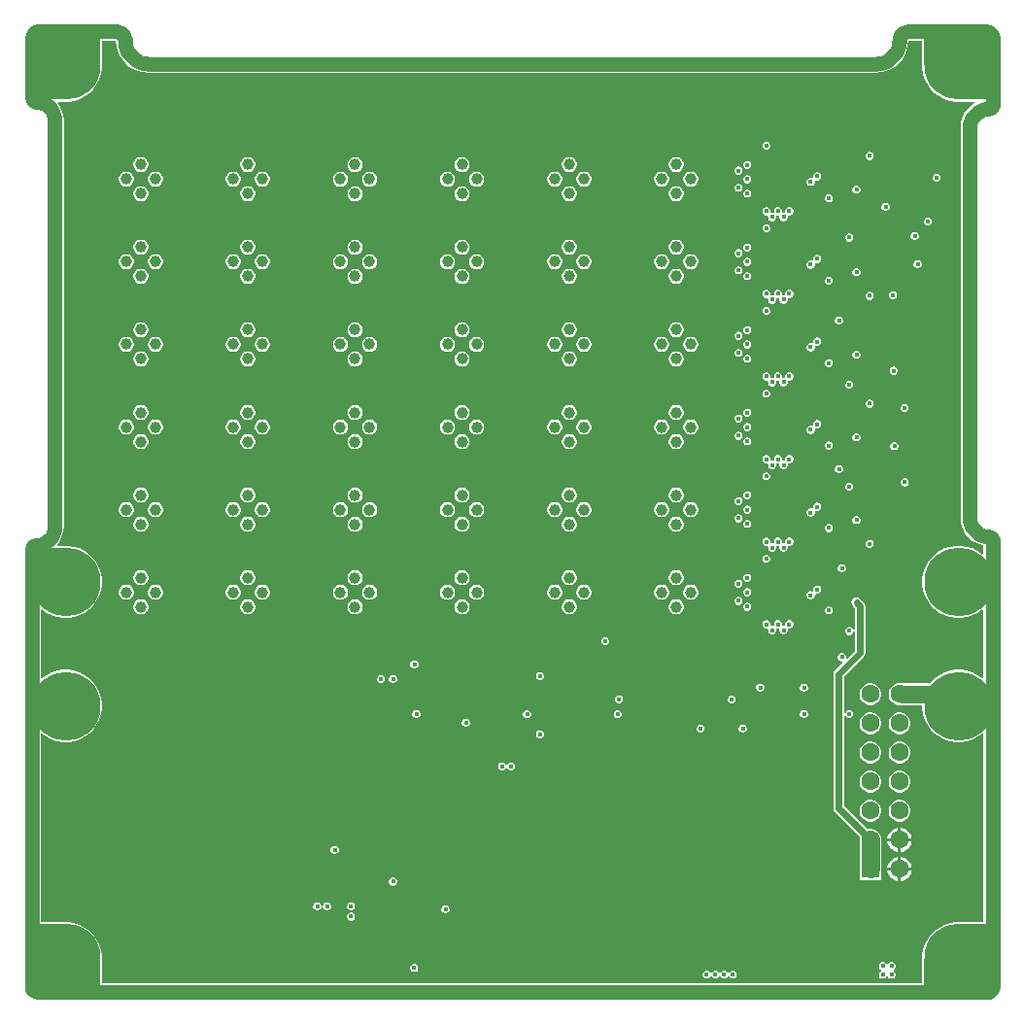
<source format=gbr>
G04*
G04 #@! TF.GenerationSoftware,Altium Limited,Altium Designer,24.1.2 (44)*
G04*
G04 Layer_Physical_Order=2*
G04 Layer_Color=36540*
%FSLAX44Y44*%
%MOMM*%
G71*
G04*
G04 #@! TF.SameCoordinates,14EC1D3F-8ED5-41FF-9881-AC4D2EF9915D*
G04*
G04*
G04 #@! TF.FilePolarity,Positive*
G04*
G01*
G75*
%ADD14C,1.2700*%
%ADD34C,0.6000*%
%ADD35R,2.6000X2.2573*%
%ADD36R,6.3349X2.4639*%
%ADD37R,2.9365X2.0292*%
%ADD38R,3.3072X1.7892*%
%ADD39R,5.9717X2.9650*%
%ADD40R,1.2068X1.1540*%
%ADD41R,2.9679X1.7786*%
%ADD42R,1.8401X2.9958*%
%ADD43R,2.7495X2.9679*%
%ADD44R,2.9650X5.9674*%
%ADD45C,6.0000*%
%ADD46C,1.2000*%
%ADD47C,1.0000*%
%ADD48C,1.6000*%
%ADD49R,1.6000X1.6000*%
%ADD50C,0.4000*%
%ADD51C,1.6000*%
%ADD52R,3.9940X1.6019*%
G36*
X782309Y814000D02*
X782500Y813539D01*
Y811521D01*
X783276Y806624D01*
X784808Y801908D01*
X787059Y797490D01*
X789973Y793479D01*
X793479Y789973D01*
X797490Y787059D01*
X801908Y784808D01*
X806624Y783276D01*
X811521Y782500D01*
X813741D01*
X814000Y782393D01*
X827944D01*
X828253Y781161D01*
X826491Y780219D01*
X822806Y777195D01*
X819782Y773510D01*
X817535Y769306D01*
X816151Y764744D01*
X815704Y760208D01*
X815704D01*
X815732Y758954D01*
Y612286D01*
Y492287D01*
Y420000D01*
X815683D01*
X816150Y415256D01*
X817534Y410694D01*
X819781Y406490D01*
X822805Y402805D01*
X826490Y399781D01*
X830694Y397534D01*
X835256Y396150D01*
X835732Y396103D01*
Y388475D01*
X834973Y388161D01*
X834462Y388070D01*
X830510Y390941D01*
X826092Y393192D01*
X821376Y394724D01*
X816479Y395500D01*
X811521D01*
X806624Y394724D01*
X801908Y393192D01*
X797490Y390941D01*
X793479Y388027D01*
X789973Y384521D01*
X787059Y380510D01*
X784808Y376092D01*
X783276Y371376D01*
X782500Y366479D01*
Y361521D01*
X783276Y356624D01*
X784808Y351908D01*
X787059Y347490D01*
X789973Y343479D01*
X793479Y339973D01*
X797490Y337059D01*
X801908Y334808D01*
X806624Y333276D01*
X811521Y332500D01*
X816479D01*
X821376Y333276D01*
X826092Y334808D01*
X830510Y337059D01*
X834462Y339930D01*
X834973Y339839D01*
X835732Y339525D01*
X835732Y280475D01*
X834973Y280161D01*
X834462Y280070D01*
X830510Y282941D01*
X826092Y285192D01*
X821376Y286724D01*
X816479Y287500D01*
X811521D01*
X806624Y286724D01*
X801908Y285192D01*
X797490Y282941D01*
X793479Y280027D01*
X789973Y276521D01*
X789454Y275807D01*
X762700D01*
X762442Y275700D01*
X761449D01*
X759033Y275053D01*
X756867Y273802D01*
X755098Y272033D01*
X753847Y269867D01*
X753200Y267451D01*
Y264949D01*
X753847Y262533D01*
X755098Y260367D01*
X756867Y258598D01*
X759033Y257347D01*
X761449Y256700D01*
X762315D01*
X762700Y256541D01*
X782500D01*
Y253521D01*
X783276Y248624D01*
X784808Y243908D01*
X787059Y239490D01*
X789973Y235479D01*
X793479Y231973D01*
X797490Y229059D01*
X801908Y226808D01*
X806624Y225276D01*
X811521Y224500D01*
X816479D01*
X821376Y225276D01*
X826092Y226808D01*
X830510Y229059D01*
X834462Y231930D01*
X834973Y231839D01*
X835732Y231525D01*
X835732Y67635D01*
X814000D01*
X813673Y67500D01*
X811521D01*
X806624Y66724D01*
X801908Y65192D01*
X797490Y62941D01*
X793479Y60027D01*
X789973Y56521D01*
X787059Y52510D01*
X784808Y48092D01*
X783276Y43376D01*
X782500Y38479D01*
Y36414D01*
X782329Y36000D01*
Y14268D01*
X67598Y14268D01*
Y36000D01*
X67500Y36236D01*
Y38479D01*
X66724Y43376D01*
X65192Y48092D01*
X62941Y52510D01*
X60027Y56521D01*
X56521Y60027D01*
X52510Y62941D01*
X48092Y65192D01*
X43376Y66724D01*
X38479Y67500D01*
X36356D01*
X36000Y67647D01*
X14268D01*
X14268Y231525D01*
X15027Y231839D01*
X15538Y231930D01*
X19490Y229059D01*
X23908Y226808D01*
X28624Y225276D01*
X33521Y224500D01*
X38479D01*
X43376Y225276D01*
X48092Y226808D01*
X52510Y229059D01*
X56521Y231973D01*
X60027Y235479D01*
X62941Y239490D01*
X65192Y243908D01*
X66724Y248624D01*
X67500Y253521D01*
Y258479D01*
X66724Y263376D01*
X65192Y268092D01*
X62941Y272510D01*
X60027Y276521D01*
X56521Y280027D01*
X52510Y282941D01*
X48092Y285192D01*
X43376Y286724D01*
X38479Y287500D01*
X33521D01*
X28624Y286724D01*
X23908Y285192D01*
X19490Y282941D01*
X15538Y280070D01*
X15027Y280161D01*
X14268Y280475D01*
Y339525D01*
X15027Y339839D01*
X15538Y339930D01*
X19490Y337059D01*
X23908Y334808D01*
X28624Y333276D01*
X33521Y332500D01*
X38479D01*
X43376Y333276D01*
X48092Y334808D01*
X52510Y337059D01*
X56521Y339973D01*
X60027Y343479D01*
X62941Y347490D01*
X65192Y351908D01*
X66724Y356624D01*
X67500Y361521D01*
Y366479D01*
X66724Y371376D01*
X65192Y376092D01*
X62941Y380510D01*
X60027Y384521D01*
X56521Y388027D01*
X52510Y390941D01*
X48092Y393192D01*
X43376Y394724D01*
X38479Y395500D01*
X36177D01*
X36000Y395573D01*
X28958D01*
X28415Y396721D01*
X30219Y398920D01*
X32466Y403124D01*
X33850Y407686D01*
X34317Y412430D01*
X34268D01*
Y766130D01*
X34317D01*
X33850Y770874D01*
X32466Y775436D01*
X30219Y779640D01*
X28897Y781252D01*
X29439Y782400D01*
X36000D01*
X36242Y782500D01*
X38479D01*
X43376Y783276D01*
X48092Y784808D01*
X52510Y787059D01*
X56521Y789973D01*
X60027Y793479D01*
X62941Y797490D01*
X65192Y801908D01*
X66724Y806624D01*
X67500Y811521D01*
Y813491D01*
X67595Y813721D01*
Y835732D01*
X79734Y835732D01*
X80061Y831575D01*
X81097Y827259D01*
X82796Y823158D01*
X85115Y819373D01*
X87998Y815998D01*
X91373Y813115D01*
X95158Y810796D01*
X99259Y809097D01*
X103575Y808061D01*
X108000Y807713D01*
Y807732D01*
X742000D01*
Y807713D01*
X746425Y808061D01*
X750741Y809097D01*
X754842Y810796D01*
X758627Y813115D01*
X762002Y815998D01*
X764885Y819373D01*
X767204Y823158D01*
X768903Y827259D01*
X769939Y831575D01*
X770266Y835732D01*
X782309D01*
Y814000D01*
D02*
G37*
%LPC*%
G36*
X647326Y747720D02*
X645934D01*
X644647Y747187D01*
X643663Y746203D01*
X643130Y744916D01*
Y743524D01*
X643663Y742237D01*
X644647Y741253D01*
X645934Y740720D01*
X647326D01*
X648613Y741253D01*
X649597Y742237D01*
X650130Y743524D01*
Y744916D01*
X649597Y746203D01*
X648613Y747187D01*
X647326Y747720D01*
D02*
G37*
G36*
X737296Y738830D02*
X735904D01*
X734617Y738297D01*
X733633Y737313D01*
X733100Y736026D01*
Y734634D01*
X733633Y733347D01*
X734617Y732363D01*
X735904Y731830D01*
X737296D01*
X738583Y732363D01*
X739567Y733347D01*
X740100Y734634D01*
Y736026D01*
X739567Y737313D01*
X738583Y738297D01*
X737296Y738830D01*
D02*
G37*
G36*
X630616Y731000D02*
X629224D01*
X627937Y730467D01*
X626953Y729482D01*
X626420Y728196D01*
Y726804D01*
X626953Y725517D01*
X627937Y724533D01*
X629224Y724000D01*
X630616D01*
X631903Y724533D01*
X632887Y725517D01*
X633420Y726804D01*
Y728196D01*
X632887Y729482D01*
X631903Y730467D01*
X630616Y731000D01*
D02*
G37*
G36*
X568956Y734200D02*
X567244D01*
X565591Y733757D01*
X564109Y732901D01*
X562899Y731691D01*
X562043Y730209D01*
X561600Y728556D01*
Y726844D01*
X562043Y725191D01*
X562899Y723709D01*
X564109Y722499D01*
X565591Y721643D01*
X567244Y721200D01*
X568956D01*
X570609Y721643D01*
X572091Y722499D01*
X573301Y723709D01*
X574157Y725191D01*
X574600Y726844D01*
Y728556D01*
X574157Y730209D01*
X573301Y731691D01*
X572091Y732901D01*
X570609Y733757D01*
X568956Y734200D01*
D02*
G37*
G36*
X475616D02*
X473904D01*
X472251Y733757D01*
X470769Y732901D01*
X469559Y731691D01*
X468703Y730209D01*
X468260Y728556D01*
Y726844D01*
X468703Y725191D01*
X469559Y723709D01*
X470769Y722499D01*
X472251Y721643D01*
X473904Y721200D01*
X475616D01*
X477269Y721643D01*
X478751Y722499D01*
X479961Y723709D01*
X480817Y725191D01*
X481260Y726844D01*
Y728556D01*
X480817Y730209D01*
X479961Y731691D01*
X478751Y732901D01*
X477269Y733757D01*
X475616Y734200D01*
D02*
G37*
G36*
X382276D02*
X380564D01*
X378911Y733757D01*
X377429Y732901D01*
X376219Y731691D01*
X375363Y730209D01*
X374920Y728556D01*
Y726844D01*
X375363Y725191D01*
X376219Y723709D01*
X377429Y722499D01*
X378911Y721643D01*
X380564Y721200D01*
X382276D01*
X383929Y721643D01*
X385411Y722499D01*
X386621Y723709D01*
X387477Y725191D01*
X387920Y726844D01*
Y728556D01*
X387477Y730209D01*
X386621Y731691D01*
X385411Y732901D01*
X383929Y733757D01*
X382276Y734200D01*
D02*
G37*
G36*
X288936D02*
X287224D01*
X285571Y733757D01*
X284089Y732901D01*
X282879Y731691D01*
X282023Y730209D01*
X281580Y728556D01*
Y726844D01*
X282023Y725191D01*
X282879Y723709D01*
X284089Y722499D01*
X285571Y721643D01*
X287224Y721200D01*
X288936D01*
X290589Y721643D01*
X292071Y722499D01*
X293281Y723709D01*
X294137Y725191D01*
X294580Y726844D01*
Y728556D01*
X294137Y730209D01*
X293281Y731691D01*
X292071Y732901D01*
X290589Y733757D01*
X288936Y734200D01*
D02*
G37*
G36*
X195596D02*
X193884D01*
X192231Y733757D01*
X190749Y732901D01*
X189539Y731691D01*
X188683Y730209D01*
X188240Y728556D01*
Y726844D01*
X188683Y725191D01*
X189539Y723709D01*
X190749Y722499D01*
X192231Y721643D01*
X193884Y721200D01*
X195596D01*
X197249Y721643D01*
X198731Y722499D01*
X199941Y723709D01*
X200797Y725191D01*
X201240Y726844D01*
Y728556D01*
X200797Y730209D01*
X199941Y731691D01*
X198731Y732901D01*
X197249Y733757D01*
X195596Y734200D01*
D02*
G37*
G36*
X102256D02*
X100544D01*
X98891Y733757D01*
X97409Y732901D01*
X96199Y731691D01*
X95343Y730209D01*
X94900Y728556D01*
Y726844D01*
X95343Y725191D01*
X96199Y723709D01*
X97409Y722499D01*
X98891Y721643D01*
X100544Y721200D01*
X102256D01*
X103909Y721643D01*
X105391Y722499D01*
X106601Y723709D01*
X107457Y725191D01*
X107900Y726844D01*
Y728556D01*
X107457Y730209D01*
X106601Y731691D01*
X105391Y732901D01*
X103909Y733757D01*
X102256Y734200D01*
D02*
G37*
G36*
X622996Y726000D02*
X621604D01*
X620317Y725467D01*
X619333Y724482D01*
X618800Y723196D01*
Y721804D01*
X619333Y720517D01*
X620317Y719533D01*
X621604Y719000D01*
X622996D01*
X624283Y719533D01*
X625267Y720517D01*
X625800Y721804D01*
Y723196D01*
X625267Y724482D01*
X624283Y725467D01*
X622996Y726000D01*
D02*
G37*
G36*
X691576Y721000D02*
X690184D01*
X688897Y720467D01*
X687913Y719482D01*
X687380Y718196D01*
Y716804D01*
X687402Y716751D01*
X686430Y715779D01*
X685896Y716000D01*
X684504D01*
X683218Y715467D01*
X682233Y714482D01*
X681700Y713196D01*
Y711804D01*
X682233Y710517D01*
X683218Y709533D01*
X684504Y709000D01*
X685896D01*
X687183Y709533D01*
X688167Y710517D01*
X688700Y711804D01*
Y713196D01*
X688678Y713249D01*
X689650Y714221D01*
X690184Y714000D01*
X691576D01*
X692863Y714533D01*
X693847Y715517D01*
X694380Y716804D01*
Y718196D01*
X693847Y719482D01*
X692863Y720467D01*
X691576Y721000D01*
D02*
G37*
G36*
X795716Y719780D02*
X794324D01*
X793037Y719247D01*
X792053Y718263D01*
X791520Y716976D01*
Y715584D01*
X792053Y714297D01*
X793037Y713313D01*
X794324Y712780D01*
X795716D01*
X797003Y713313D01*
X797987Y714297D01*
X798520Y715584D01*
Y716976D01*
X797987Y718263D01*
X797003Y719247D01*
X795716Y719780D01*
D02*
G37*
G36*
X630616Y718500D02*
X629224D01*
X627937Y717967D01*
X626953Y716982D01*
X626420Y715696D01*
Y714304D01*
X626953Y713017D01*
X627937Y712033D01*
X629224Y711500D01*
X630616D01*
X631903Y712033D01*
X632887Y713017D01*
X633420Y714304D01*
Y715696D01*
X632887Y716982D01*
X631903Y717967D01*
X630616Y718500D01*
D02*
G37*
G36*
X581656Y721500D02*
X579944D01*
X578291Y721057D01*
X576809Y720201D01*
X575599Y718991D01*
X574743Y717509D01*
X574300Y715856D01*
Y714144D01*
X574743Y712491D01*
X575599Y711009D01*
X576809Y709799D01*
X578291Y708943D01*
X579944Y708500D01*
X581656D01*
X583309Y708943D01*
X584791Y709799D01*
X586001Y711009D01*
X586857Y712491D01*
X587300Y714144D01*
Y715856D01*
X586857Y717509D01*
X586001Y718991D01*
X584791Y720201D01*
X583309Y721057D01*
X581656Y721500D01*
D02*
G37*
G36*
X556256D02*
X554544D01*
X552891Y721057D01*
X551409Y720201D01*
X550199Y718991D01*
X549343Y717509D01*
X548900Y715856D01*
Y714144D01*
X549343Y712491D01*
X550199Y711009D01*
X551409Y709799D01*
X552891Y708943D01*
X554544Y708500D01*
X556256D01*
X557909Y708943D01*
X559391Y709799D01*
X560601Y711009D01*
X561457Y712491D01*
X561900Y714144D01*
Y715856D01*
X561457Y717509D01*
X560601Y718991D01*
X559391Y720201D01*
X557909Y721057D01*
X556256Y721500D01*
D02*
G37*
G36*
X488316D02*
X486604D01*
X484951Y721057D01*
X483469Y720201D01*
X482259Y718991D01*
X481403Y717509D01*
X480960Y715856D01*
Y714144D01*
X481403Y712491D01*
X482259Y711009D01*
X483469Y709799D01*
X484951Y708943D01*
X486604Y708500D01*
X488316D01*
X489969Y708943D01*
X491451Y709799D01*
X492661Y711009D01*
X493517Y712491D01*
X493960Y714144D01*
Y715856D01*
X493517Y717509D01*
X492661Y718991D01*
X491451Y720201D01*
X489969Y721057D01*
X488316Y721500D01*
D02*
G37*
G36*
X462916D02*
X461204D01*
X459551Y721057D01*
X458069Y720201D01*
X456859Y718991D01*
X456003Y717509D01*
X455560Y715856D01*
Y714144D01*
X456003Y712491D01*
X456859Y711009D01*
X458069Y709799D01*
X459551Y708943D01*
X461204Y708500D01*
X462916D01*
X464569Y708943D01*
X466051Y709799D01*
X467261Y711009D01*
X468117Y712491D01*
X468560Y714144D01*
Y715856D01*
X468117Y717509D01*
X467261Y718991D01*
X466051Y720201D01*
X464569Y721057D01*
X462916Y721500D01*
D02*
G37*
G36*
X394976D02*
X393264D01*
X391611Y721057D01*
X390129Y720201D01*
X388919Y718991D01*
X388063Y717509D01*
X387620Y715856D01*
Y714144D01*
X388063Y712491D01*
X388919Y711009D01*
X390129Y709799D01*
X391611Y708943D01*
X393264Y708500D01*
X394976D01*
X396629Y708943D01*
X398111Y709799D01*
X399321Y711009D01*
X400177Y712491D01*
X400620Y714144D01*
Y715856D01*
X400177Y717509D01*
X399321Y718991D01*
X398111Y720201D01*
X396629Y721057D01*
X394976Y721500D01*
D02*
G37*
G36*
X369576D02*
X367864D01*
X366211Y721057D01*
X364729Y720201D01*
X363519Y718991D01*
X362663Y717509D01*
X362220Y715856D01*
Y714144D01*
X362663Y712491D01*
X363519Y711009D01*
X364729Y709799D01*
X366211Y708943D01*
X367864Y708500D01*
X369576D01*
X371229Y708943D01*
X372711Y709799D01*
X373921Y711009D01*
X374777Y712491D01*
X375220Y714144D01*
Y715856D01*
X374777Y717509D01*
X373921Y718991D01*
X372711Y720201D01*
X371229Y721057D01*
X369576Y721500D01*
D02*
G37*
G36*
X301636D02*
X299924D01*
X298271Y721057D01*
X296789Y720201D01*
X295579Y718991D01*
X294723Y717509D01*
X294280Y715856D01*
Y714144D01*
X294723Y712491D01*
X295579Y711009D01*
X296789Y709799D01*
X298271Y708943D01*
X299924Y708500D01*
X301636D01*
X303289Y708943D01*
X304771Y709799D01*
X305981Y711009D01*
X306837Y712491D01*
X307280Y714144D01*
Y715856D01*
X306837Y717509D01*
X305981Y718991D01*
X304771Y720201D01*
X303289Y721057D01*
X301636Y721500D01*
D02*
G37*
G36*
X276236D02*
X274524D01*
X272871Y721057D01*
X271389Y720201D01*
X270179Y718991D01*
X269323Y717509D01*
X268880Y715856D01*
Y714144D01*
X269323Y712491D01*
X270179Y711009D01*
X271389Y709799D01*
X272871Y708943D01*
X274524Y708500D01*
X276236D01*
X277889Y708943D01*
X279371Y709799D01*
X280581Y711009D01*
X281437Y712491D01*
X281880Y714144D01*
Y715856D01*
X281437Y717509D01*
X280581Y718991D01*
X279371Y720201D01*
X277889Y721057D01*
X276236Y721500D01*
D02*
G37*
G36*
X208296D02*
X206584D01*
X204931Y721057D01*
X203449Y720201D01*
X202239Y718991D01*
X201383Y717509D01*
X200940Y715856D01*
Y714144D01*
X201383Y712491D01*
X202239Y711009D01*
X203449Y709799D01*
X204931Y708943D01*
X206584Y708500D01*
X208296D01*
X209949Y708943D01*
X211431Y709799D01*
X212641Y711009D01*
X213497Y712491D01*
X213940Y714144D01*
Y715856D01*
X213497Y717509D01*
X212641Y718991D01*
X211431Y720201D01*
X209949Y721057D01*
X208296Y721500D01*
D02*
G37*
G36*
X182896D02*
X181184D01*
X179531Y721057D01*
X178049Y720201D01*
X176839Y718991D01*
X175983Y717509D01*
X175540Y715856D01*
Y714144D01*
X175983Y712491D01*
X176839Y711009D01*
X178049Y709799D01*
X179531Y708943D01*
X181184Y708500D01*
X182896D01*
X184549Y708943D01*
X186031Y709799D01*
X187241Y711009D01*
X188097Y712491D01*
X188540Y714144D01*
Y715856D01*
X188097Y717509D01*
X187241Y718991D01*
X186031Y720201D01*
X184549Y721057D01*
X182896Y721500D01*
D02*
G37*
G36*
X114956D02*
X113244D01*
X111591Y721057D01*
X110109Y720201D01*
X108899Y718991D01*
X108043Y717509D01*
X107600Y715856D01*
Y714144D01*
X108043Y712491D01*
X108899Y711009D01*
X110109Y709799D01*
X111591Y708943D01*
X113244Y708500D01*
X114956D01*
X116609Y708943D01*
X118091Y709799D01*
X119301Y711009D01*
X120157Y712491D01*
X120600Y714144D01*
Y715856D01*
X120157Y717509D01*
X119301Y718991D01*
X118091Y720201D01*
X116609Y721057D01*
X114956Y721500D01*
D02*
G37*
G36*
X89556D02*
X87844D01*
X86191Y721057D01*
X84709Y720201D01*
X83499Y718991D01*
X82643Y717509D01*
X82200Y715856D01*
Y714144D01*
X82643Y712491D01*
X83499Y711009D01*
X84709Y709799D01*
X86191Y708943D01*
X87844Y708500D01*
X89556D01*
X91209Y708943D01*
X92691Y709799D01*
X93901Y711009D01*
X94757Y712491D01*
X95200Y714144D01*
Y715856D01*
X94757Y717509D01*
X93901Y718991D01*
X92691Y720201D01*
X91209Y721057D01*
X89556Y721500D01*
D02*
G37*
G36*
X622996Y711000D02*
X621604D01*
X620317Y710467D01*
X619333Y709482D01*
X618800Y708196D01*
Y706804D01*
X619333Y705517D01*
X620317Y704533D01*
X621604Y704000D01*
X622996D01*
X624283Y704533D01*
X625267Y705517D01*
X625800Y706804D01*
Y708196D01*
X625267Y709482D01*
X624283Y710467D01*
X622996Y711000D01*
D02*
G37*
G36*
X725866Y709500D02*
X724474D01*
X723187Y708967D01*
X722203Y707982D01*
X721670Y706696D01*
Y705304D01*
X722203Y704017D01*
X723187Y703033D01*
X724474Y702500D01*
X725866D01*
X727153Y703033D01*
X728137Y704017D01*
X728670Y705304D01*
Y706696D01*
X728137Y707982D01*
X727153Y708967D01*
X725866Y709500D01*
D02*
G37*
G36*
X630616Y706000D02*
X629224D01*
X627937Y705467D01*
X626953Y704482D01*
X626420Y703196D01*
Y701804D01*
X626953Y700517D01*
X627937Y699533D01*
X629224Y699000D01*
X630616D01*
X631903Y699533D01*
X632887Y700517D01*
X633420Y701804D01*
Y703196D01*
X632887Y704482D01*
X631903Y705467D01*
X630616Y706000D01*
D02*
G37*
G36*
X568956Y708800D02*
X567244D01*
X565591Y708357D01*
X564109Y707501D01*
X562899Y706291D01*
X562043Y704809D01*
X561600Y703156D01*
Y701444D01*
X562043Y699791D01*
X562899Y698309D01*
X564109Y697099D01*
X565591Y696243D01*
X567244Y695800D01*
X568956D01*
X570609Y696243D01*
X572091Y697099D01*
X573301Y698309D01*
X574157Y699791D01*
X574600Y701444D01*
Y703156D01*
X574157Y704809D01*
X573301Y706291D01*
X572091Y707501D01*
X570609Y708357D01*
X568956Y708800D01*
D02*
G37*
G36*
X475616D02*
X473904D01*
X472251Y708357D01*
X470769Y707501D01*
X469559Y706291D01*
X468703Y704809D01*
X468260Y703156D01*
Y701444D01*
X468703Y699791D01*
X469559Y698309D01*
X470769Y697099D01*
X472251Y696243D01*
X473904Y695800D01*
X475616D01*
X477269Y696243D01*
X478751Y697099D01*
X479961Y698309D01*
X480817Y699791D01*
X481260Y701444D01*
Y703156D01*
X480817Y704809D01*
X479961Y706291D01*
X478751Y707501D01*
X477269Y708357D01*
X475616Y708800D01*
D02*
G37*
G36*
X382276D02*
X380564D01*
X378911Y708357D01*
X377429Y707501D01*
X376219Y706291D01*
X375363Y704809D01*
X374920Y703156D01*
Y701444D01*
X375363Y699791D01*
X376219Y698309D01*
X377429Y697099D01*
X378911Y696243D01*
X380564Y695800D01*
X382276D01*
X383929Y696243D01*
X385411Y697099D01*
X386621Y698309D01*
X387477Y699791D01*
X387920Y701444D01*
Y703156D01*
X387477Y704809D01*
X386621Y706291D01*
X385411Y707501D01*
X383929Y708357D01*
X382276Y708800D01*
D02*
G37*
G36*
X288936D02*
X287224D01*
X285571Y708357D01*
X284089Y707501D01*
X282879Y706291D01*
X282023Y704809D01*
X281580Y703156D01*
Y701444D01*
X282023Y699791D01*
X282879Y698309D01*
X284089Y697099D01*
X285571Y696243D01*
X287224Y695800D01*
X288936D01*
X290589Y696243D01*
X292071Y697099D01*
X293281Y698309D01*
X294137Y699791D01*
X294580Y701444D01*
Y703156D01*
X294137Y704809D01*
X293281Y706291D01*
X292071Y707501D01*
X290589Y708357D01*
X288936Y708800D01*
D02*
G37*
G36*
X195596D02*
X193884D01*
X192231Y708357D01*
X190749Y707501D01*
X189539Y706291D01*
X188683Y704809D01*
X188240Y703156D01*
Y701444D01*
X188683Y699791D01*
X189539Y698309D01*
X190749Y697099D01*
X192231Y696243D01*
X193884Y695800D01*
X195596D01*
X197249Y696243D01*
X198731Y697099D01*
X199941Y698309D01*
X200797Y699791D01*
X201240Y701444D01*
Y703156D01*
X200797Y704809D01*
X199941Y706291D01*
X198731Y707501D01*
X197249Y708357D01*
X195596Y708800D01*
D02*
G37*
G36*
X102256D02*
X100544D01*
X98891Y708357D01*
X97409Y707501D01*
X96199Y706291D01*
X95343Y704809D01*
X94900Y703156D01*
Y701444D01*
X95343Y699791D01*
X96199Y698309D01*
X97409Y697099D01*
X98891Y696243D01*
X100544Y695800D01*
X102256D01*
X103909Y696243D01*
X105391Y697099D01*
X106601Y698309D01*
X107457Y699791D01*
X107900Y701444D01*
Y703156D01*
X107457Y704809D01*
X106601Y706291D01*
X105391Y707501D01*
X103909Y708357D01*
X102256Y708800D01*
D02*
G37*
G36*
X701735Y701907D02*
X700343D01*
X699056Y701375D01*
X698072Y700390D01*
X697539Y699104D01*
Y697711D01*
X698072Y696425D01*
X699056Y695440D01*
X700343Y694907D01*
X701735D01*
X703021Y695440D01*
X704006Y696425D01*
X704539Y697711D01*
Y699104D01*
X704006Y700390D01*
X703021Y701375D01*
X701735Y701907D01*
D02*
G37*
G36*
X751266Y694380D02*
X749874D01*
X748587Y693847D01*
X747603Y692863D01*
X747070Y691576D01*
Y690184D01*
X747603Y688897D01*
X748587Y687913D01*
X749874Y687380D01*
X751266D01*
X752553Y687913D01*
X753537Y688897D01*
X754070Y690184D01*
Y691576D01*
X753537Y692863D01*
X752553Y693847D01*
X751266Y694380D01*
D02*
G37*
G36*
X667326Y690570D02*
X665934D01*
X664647Y690037D01*
X663663Y689053D01*
X663130Y687766D01*
Y686532D01*
X662754Y686044D01*
X662121Y685490D01*
X661139D01*
X660506Y686044D01*
X660130Y686532D01*
Y687766D01*
X659597Y689053D01*
X658613Y690037D01*
X657326Y690570D01*
X655934D01*
X654647Y690037D01*
X653663Y689053D01*
X653130Y687766D01*
Y686532D01*
X652754Y686044D01*
X652121Y685490D01*
X651139D01*
X650506Y686044D01*
X650130Y686532D01*
Y687766D01*
X649597Y689053D01*
X648613Y690037D01*
X647326Y690570D01*
X645934D01*
X644647Y690037D01*
X643663Y689053D01*
X643130Y687766D01*
Y686374D01*
X643663Y685087D01*
X644647Y684103D01*
X645934Y683570D01*
X647121D01*
X647754Y683016D01*
X648130Y682528D01*
Y681294D01*
X648663Y680007D01*
X649647Y679023D01*
X650934Y678490D01*
X652326D01*
X653613Y679023D01*
X654597Y680007D01*
X655130Y681294D01*
Y682528D01*
X655506Y683016D01*
X656139Y683570D01*
X657121D01*
X657754Y683016D01*
X658130Y682528D01*
Y681294D01*
X658663Y680007D01*
X659647Y679023D01*
X660934Y678490D01*
X662326D01*
X663613Y679023D01*
X664597Y680007D01*
X665130Y681294D01*
Y682528D01*
X665506Y683016D01*
X666139Y683570D01*
X667326D01*
X668613Y684103D01*
X669597Y685087D01*
X670130Y686374D01*
Y687766D01*
X669597Y689053D01*
X668613Y690037D01*
X667326Y690570D01*
D02*
G37*
G36*
X788096Y681680D02*
X786704D01*
X785417Y681147D01*
X784433Y680163D01*
X783900Y678876D01*
Y677484D01*
X784433Y676197D01*
X785417Y675213D01*
X786704Y674680D01*
X788096D01*
X789383Y675213D01*
X790367Y676197D01*
X790900Y677484D01*
Y678876D01*
X790367Y680163D01*
X789383Y681147D01*
X788096Y681680D01*
D02*
G37*
G36*
X647326Y675720D02*
X645934D01*
X644647Y675187D01*
X643663Y674203D01*
X643130Y672916D01*
Y671524D01*
X643663Y670237D01*
X644647Y669253D01*
X645934Y668720D01*
X647326D01*
X648613Y669253D01*
X649597Y670237D01*
X650130Y671524D01*
Y672916D01*
X649597Y674203D01*
X648613Y675187D01*
X647326Y675720D01*
D02*
G37*
G36*
X776666Y668980D02*
X775274D01*
X773987Y668447D01*
X773003Y667463D01*
X772470Y666176D01*
Y664784D01*
X773003Y663497D01*
X773987Y662513D01*
X775274Y661980D01*
X776666D01*
X777953Y662513D01*
X778937Y663497D01*
X779470Y664784D01*
Y666176D01*
X778937Y667463D01*
X777953Y668447D01*
X776666Y668980D01*
D02*
G37*
G36*
X719517Y667710D02*
X718125D01*
X716838Y667177D01*
X715854Y666193D01*
X715321Y664906D01*
Y663514D01*
X715854Y662227D01*
X716838Y661243D01*
X718125Y660710D01*
X719517D01*
X720803Y661243D01*
X721788Y662227D01*
X722321Y663514D01*
Y664906D01*
X721788Y666193D01*
X720803Y667177D01*
X719517Y667710D01*
D02*
G37*
G36*
X630616Y659000D02*
X629224D01*
X627937Y658467D01*
X626953Y657483D01*
X626420Y656196D01*
Y654804D01*
X626953Y653517D01*
X627937Y652533D01*
X629224Y652000D01*
X630616D01*
X631903Y652533D01*
X632887Y653517D01*
X633420Y654804D01*
Y656196D01*
X632887Y657483D01*
X631903Y658467D01*
X630616Y659000D01*
D02*
G37*
G36*
X568956Y662200D02*
X567244D01*
X565591Y661757D01*
X564109Y660901D01*
X562899Y659691D01*
X562043Y658209D01*
X561600Y656556D01*
Y654844D01*
X562043Y653191D01*
X562899Y651709D01*
X564109Y650499D01*
X565591Y649643D01*
X567244Y649200D01*
X568956D01*
X570609Y649643D01*
X572091Y650499D01*
X573301Y651709D01*
X574157Y653191D01*
X574600Y654844D01*
Y656556D01*
X574157Y658209D01*
X573301Y659691D01*
X572091Y660901D01*
X570609Y661757D01*
X568956Y662200D01*
D02*
G37*
G36*
X475616D02*
X473904D01*
X472251Y661757D01*
X470769Y660901D01*
X469559Y659691D01*
X468703Y658209D01*
X468260Y656556D01*
Y654844D01*
X468703Y653191D01*
X469559Y651709D01*
X470769Y650499D01*
X472251Y649643D01*
X473904Y649200D01*
X475616D01*
X477269Y649643D01*
X478751Y650499D01*
X479961Y651709D01*
X480817Y653191D01*
X481260Y654844D01*
Y656556D01*
X480817Y658209D01*
X479961Y659691D01*
X478751Y660901D01*
X477269Y661757D01*
X475616Y662200D01*
D02*
G37*
G36*
X382276D02*
X380564D01*
X378911Y661757D01*
X377429Y660901D01*
X376219Y659691D01*
X375363Y658209D01*
X374920Y656556D01*
Y654844D01*
X375363Y653191D01*
X376219Y651709D01*
X377429Y650499D01*
X378911Y649643D01*
X380564Y649200D01*
X382276D01*
X383929Y649643D01*
X385411Y650499D01*
X386621Y651709D01*
X387477Y653191D01*
X387920Y654844D01*
Y656556D01*
X387477Y658209D01*
X386621Y659691D01*
X385411Y660901D01*
X383929Y661757D01*
X382276Y662200D01*
D02*
G37*
G36*
X288936D02*
X287224D01*
X285571Y661757D01*
X284089Y660901D01*
X282879Y659691D01*
X282023Y658209D01*
X281580Y656556D01*
Y654844D01*
X282023Y653191D01*
X282879Y651709D01*
X284089Y650499D01*
X285571Y649643D01*
X287224Y649200D01*
X288936D01*
X290589Y649643D01*
X292071Y650499D01*
X293281Y651709D01*
X294137Y653191D01*
X294580Y654844D01*
Y656556D01*
X294137Y658209D01*
X293281Y659691D01*
X292071Y660901D01*
X290589Y661757D01*
X288936Y662200D01*
D02*
G37*
G36*
X195596D02*
X193884D01*
X192231Y661757D01*
X190749Y660901D01*
X189539Y659691D01*
X188683Y658209D01*
X188240Y656556D01*
Y654844D01*
X188683Y653191D01*
X189539Y651709D01*
X190749Y650499D01*
X192231Y649643D01*
X193884Y649200D01*
X195596D01*
X197249Y649643D01*
X198731Y650499D01*
X199941Y651709D01*
X200797Y653191D01*
X201240Y654844D01*
Y656556D01*
X200797Y658209D01*
X199941Y659691D01*
X198731Y660901D01*
X197249Y661757D01*
X195596Y662200D01*
D02*
G37*
G36*
X102256D02*
X100544D01*
X98891Y661757D01*
X97409Y660901D01*
X96199Y659691D01*
X95343Y658209D01*
X94900Y656556D01*
Y654844D01*
X95343Y653191D01*
X96199Y651709D01*
X97409Y650499D01*
X98891Y649643D01*
X100544Y649200D01*
X102256D01*
X103909Y649643D01*
X105391Y650499D01*
X106601Y651709D01*
X107457Y653191D01*
X107900Y654844D01*
Y656556D01*
X107457Y658209D01*
X106601Y659691D01*
X105391Y660901D01*
X103909Y661757D01*
X102256Y662200D01*
D02*
G37*
G36*
X622996Y654000D02*
X621604D01*
X620317Y653467D01*
X619333Y652483D01*
X618800Y651196D01*
Y649804D01*
X619333Y648517D01*
X620317Y647533D01*
X621604Y647000D01*
X622996D01*
X624283Y647533D01*
X625267Y648517D01*
X625800Y649804D01*
Y651196D01*
X625267Y652483D01*
X624283Y653467D01*
X622996Y654000D01*
D02*
G37*
G36*
X691576Y649000D02*
X690184D01*
X688897Y648467D01*
X687913Y647483D01*
X687380Y646196D01*
Y644804D01*
X687402Y644751D01*
X686430Y643779D01*
X685896Y644000D01*
X684504D01*
X683218Y643467D01*
X682233Y642483D01*
X681700Y641196D01*
Y639804D01*
X682233Y638517D01*
X683218Y637533D01*
X684504Y637000D01*
X685896D01*
X687183Y637533D01*
X688167Y638517D01*
X688700Y639804D01*
Y641196D01*
X688678Y641249D01*
X689650Y642221D01*
X690184Y642000D01*
X691576D01*
X692863Y642533D01*
X693847Y643517D01*
X694380Y644804D01*
Y646196D01*
X693847Y647483D01*
X692863Y648467D01*
X691576Y649000D01*
D02*
G37*
G36*
X630616Y646500D02*
X629224D01*
X627937Y645967D01*
X626953Y644983D01*
X626420Y643696D01*
Y642304D01*
X626953Y641017D01*
X627937Y640033D01*
X629224Y639500D01*
X630616D01*
X631903Y640033D01*
X632887Y641017D01*
X633420Y642304D01*
Y643696D01*
X632887Y644983D01*
X631903Y645967D01*
X630616Y646500D01*
D02*
G37*
G36*
X779147Y644456D02*
X777755D01*
X776469Y643923D01*
X775484Y642939D01*
X774951Y641652D01*
Y640260D01*
X775484Y638973D01*
X776469Y637989D01*
X777755Y637456D01*
X779147D01*
X780434Y637989D01*
X781418Y638973D01*
X781951Y640260D01*
Y641652D01*
X781418Y642939D01*
X780434Y643923D01*
X779147Y644456D01*
D02*
G37*
G36*
X581656Y649500D02*
X579944D01*
X578291Y649057D01*
X576809Y648201D01*
X575599Y646991D01*
X574743Y645509D01*
X574300Y643856D01*
Y642144D01*
X574743Y640491D01*
X575599Y639009D01*
X576809Y637799D01*
X578291Y636943D01*
X579944Y636500D01*
X581656D01*
X583309Y636943D01*
X584791Y637799D01*
X586001Y639009D01*
X586857Y640491D01*
X587300Y642144D01*
Y643856D01*
X586857Y645509D01*
X586001Y646991D01*
X584791Y648201D01*
X583309Y649057D01*
X581656Y649500D01*
D02*
G37*
G36*
X556256D02*
X554544D01*
X552891Y649057D01*
X551409Y648201D01*
X550199Y646991D01*
X549343Y645509D01*
X548900Y643856D01*
Y642144D01*
X549343Y640491D01*
X550199Y639009D01*
X551409Y637799D01*
X552891Y636943D01*
X554544Y636500D01*
X556256D01*
X557909Y636943D01*
X559391Y637799D01*
X560601Y639009D01*
X561457Y640491D01*
X561900Y642144D01*
Y643856D01*
X561457Y645509D01*
X560601Y646991D01*
X559391Y648201D01*
X557909Y649057D01*
X556256Y649500D01*
D02*
G37*
G36*
X488316D02*
X486604D01*
X484951Y649057D01*
X483469Y648201D01*
X482259Y646991D01*
X481403Y645509D01*
X480960Y643856D01*
Y642144D01*
X481403Y640491D01*
X482259Y639009D01*
X483469Y637799D01*
X484951Y636943D01*
X486604Y636500D01*
X488316D01*
X489969Y636943D01*
X491451Y637799D01*
X492661Y639009D01*
X493517Y640491D01*
X493960Y642144D01*
Y643856D01*
X493517Y645509D01*
X492661Y646991D01*
X491451Y648201D01*
X489969Y649057D01*
X488316Y649500D01*
D02*
G37*
G36*
X462916D02*
X461204D01*
X459551Y649057D01*
X458069Y648201D01*
X456859Y646991D01*
X456003Y645509D01*
X455560Y643856D01*
Y642144D01*
X456003Y640491D01*
X456859Y639009D01*
X458069Y637799D01*
X459551Y636943D01*
X461204Y636500D01*
X462916D01*
X464569Y636943D01*
X466051Y637799D01*
X467261Y639009D01*
X468117Y640491D01*
X468560Y642144D01*
Y643856D01*
X468117Y645509D01*
X467261Y646991D01*
X466051Y648201D01*
X464569Y649057D01*
X462916Y649500D01*
D02*
G37*
G36*
X394976D02*
X393264D01*
X391611Y649057D01*
X390129Y648201D01*
X388919Y646991D01*
X388063Y645509D01*
X387620Y643856D01*
Y642144D01*
X388063Y640491D01*
X388919Y639009D01*
X390129Y637799D01*
X391611Y636943D01*
X393264Y636500D01*
X394976D01*
X396629Y636943D01*
X398111Y637799D01*
X399321Y639009D01*
X400177Y640491D01*
X400620Y642144D01*
Y643856D01*
X400177Y645509D01*
X399321Y646991D01*
X398111Y648201D01*
X396629Y649057D01*
X394976Y649500D01*
D02*
G37*
G36*
X369576D02*
X367864D01*
X366211Y649057D01*
X364729Y648201D01*
X363519Y646991D01*
X362663Y645509D01*
X362220Y643856D01*
Y642144D01*
X362663Y640491D01*
X363519Y639009D01*
X364729Y637799D01*
X366211Y636943D01*
X367864Y636500D01*
X369576D01*
X371229Y636943D01*
X372711Y637799D01*
X373921Y639009D01*
X374777Y640491D01*
X375220Y642144D01*
Y643856D01*
X374777Y645509D01*
X373921Y646991D01*
X372711Y648201D01*
X371229Y649057D01*
X369576Y649500D01*
D02*
G37*
G36*
X301636D02*
X299924D01*
X298271Y649057D01*
X296789Y648201D01*
X295579Y646991D01*
X294723Y645509D01*
X294280Y643856D01*
Y642144D01*
X294723Y640491D01*
X295579Y639009D01*
X296789Y637799D01*
X298271Y636943D01*
X299924Y636500D01*
X301636D01*
X303289Y636943D01*
X304771Y637799D01*
X305981Y639009D01*
X306837Y640491D01*
X307280Y642144D01*
Y643856D01*
X306837Y645509D01*
X305981Y646991D01*
X304771Y648201D01*
X303289Y649057D01*
X301636Y649500D01*
D02*
G37*
G36*
X276236D02*
X274524D01*
X272871Y649057D01*
X271389Y648201D01*
X270179Y646991D01*
X269323Y645509D01*
X268880Y643856D01*
Y642144D01*
X269323Y640491D01*
X270179Y639009D01*
X271389Y637799D01*
X272871Y636943D01*
X274524Y636500D01*
X276236D01*
X277889Y636943D01*
X279371Y637799D01*
X280581Y639009D01*
X281437Y640491D01*
X281880Y642144D01*
Y643856D01*
X281437Y645509D01*
X280581Y646991D01*
X279371Y648201D01*
X277889Y649057D01*
X276236Y649500D01*
D02*
G37*
G36*
X208296D02*
X206584D01*
X204931Y649057D01*
X203449Y648201D01*
X202239Y646991D01*
X201383Y645509D01*
X200940Y643856D01*
Y642144D01*
X201383Y640491D01*
X202239Y639009D01*
X203449Y637799D01*
X204931Y636943D01*
X206584Y636500D01*
X208296D01*
X209949Y636943D01*
X211431Y637799D01*
X212641Y639009D01*
X213497Y640491D01*
X213940Y642144D01*
Y643856D01*
X213497Y645509D01*
X212641Y646991D01*
X211431Y648201D01*
X209949Y649057D01*
X208296Y649500D01*
D02*
G37*
G36*
X182896D02*
X181184D01*
X179531Y649057D01*
X178049Y648201D01*
X176839Y646991D01*
X175983Y645509D01*
X175540Y643856D01*
Y642144D01*
X175983Y640491D01*
X176839Y639009D01*
X178049Y637799D01*
X179531Y636943D01*
X181184Y636500D01*
X182896D01*
X184549Y636943D01*
X186031Y637799D01*
X187241Y639009D01*
X188097Y640491D01*
X188540Y642144D01*
Y643856D01*
X188097Y645509D01*
X187241Y646991D01*
X186031Y648201D01*
X184549Y649057D01*
X182896Y649500D01*
D02*
G37*
G36*
X114956D02*
X113244D01*
X111591Y649057D01*
X110109Y648201D01*
X108899Y646991D01*
X108043Y645509D01*
X107600Y643856D01*
Y642144D01*
X108043Y640491D01*
X108899Y639009D01*
X110109Y637799D01*
X111591Y636943D01*
X113244Y636500D01*
X114956D01*
X116609Y636943D01*
X118091Y637799D01*
X119301Y639009D01*
X120157Y640491D01*
X120600Y642144D01*
Y643856D01*
X120157Y645509D01*
X119301Y646991D01*
X118091Y648201D01*
X116609Y649057D01*
X114956Y649500D01*
D02*
G37*
G36*
X89556D02*
X87844D01*
X86191Y649057D01*
X84709Y648201D01*
X83499Y646991D01*
X82643Y645509D01*
X82200Y643856D01*
Y642144D01*
X82643Y640491D01*
X83499Y639009D01*
X84709Y637799D01*
X86191Y636943D01*
X87844Y636500D01*
X89556D01*
X91209Y636943D01*
X92691Y637799D01*
X93901Y639009D01*
X94757Y640491D01*
X95200Y642144D01*
Y643856D01*
X94757Y645509D01*
X93901Y646991D01*
X92691Y648201D01*
X91209Y649057D01*
X89556Y649500D01*
D02*
G37*
G36*
X622996Y639000D02*
X621604D01*
X620317Y638467D01*
X619333Y637482D01*
X618800Y636196D01*
Y634804D01*
X619333Y633517D01*
X620317Y632533D01*
X621604Y632000D01*
X622996D01*
X624283Y632533D01*
X625267Y633517D01*
X625800Y634804D01*
Y636196D01*
X625267Y637482D01*
X624283Y638467D01*
X622996Y639000D01*
D02*
G37*
G36*
X725866Y637500D02*
X724474D01*
X723187Y636967D01*
X722203Y635983D01*
X721670Y634696D01*
Y633304D01*
X722203Y632017D01*
X723187Y631033D01*
X724474Y630500D01*
X725866D01*
X727153Y631033D01*
X728137Y632017D01*
X728670Y633304D01*
Y634696D01*
X728137Y635983D01*
X727153Y636967D01*
X725866Y637500D01*
D02*
G37*
G36*
X630616Y634000D02*
X629224D01*
X627937Y633467D01*
X626953Y632482D01*
X626420Y631196D01*
Y629804D01*
X626953Y628517D01*
X627937Y627533D01*
X629224Y627000D01*
X630616D01*
X631903Y627533D01*
X632887Y628517D01*
X633420Y629804D01*
Y631196D01*
X632887Y632482D01*
X631903Y633467D01*
X630616Y634000D01*
D02*
G37*
G36*
X568956Y636800D02*
X567244D01*
X565591Y636357D01*
X564109Y635501D01*
X562899Y634291D01*
X562043Y632809D01*
X561600Y631156D01*
Y629444D01*
X562043Y627791D01*
X562899Y626309D01*
X564109Y625099D01*
X565591Y624243D01*
X567244Y623800D01*
X568956D01*
X570609Y624243D01*
X572091Y625099D01*
X573301Y626309D01*
X574157Y627791D01*
X574600Y629444D01*
Y631156D01*
X574157Y632809D01*
X573301Y634291D01*
X572091Y635501D01*
X570609Y636357D01*
X568956Y636800D01*
D02*
G37*
G36*
X475616D02*
X473904D01*
X472251Y636357D01*
X470769Y635501D01*
X469559Y634291D01*
X468703Y632809D01*
X468260Y631156D01*
Y629444D01*
X468703Y627791D01*
X469559Y626309D01*
X470769Y625099D01*
X472251Y624243D01*
X473904Y623800D01*
X475616D01*
X477269Y624243D01*
X478751Y625099D01*
X479961Y626309D01*
X480817Y627791D01*
X481260Y629444D01*
Y631156D01*
X480817Y632809D01*
X479961Y634291D01*
X478751Y635501D01*
X477269Y636357D01*
X475616Y636800D01*
D02*
G37*
G36*
X382276D02*
X380564D01*
X378911Y636357D01*
X377429Y635501D01*
X376219Y634291D01*
X375363Y632809D01*
X374920Y631156D01*
Y629444D01*
X375363Y627791D01*
X376219Y626309D01*
X377429Y625099D01*
X378911Y624243D01*
X380564Y623800D01*
X382276D01*
X383929Y624243D01*
X385411Y625099D01*
X386621Y626309D01*
X387477Y627791D01*
X387920Y629444D01*
Y631156D01*
X387477Y632809D01*
X386621Y634291D01*
X385411Y635501D01*
X383929Y636357D01*
X382276Y636800D01*
D02*
G37*
G36*
X288936D02*
X287224D01*
X285571Y636357D01*
X284089Y635501D01*
X282879Y634291D01*
X282023Y632809D01*
X281580Y631156D01*
Y629444D01*
X282023Y627791D01*
X282879Y626309D01*
X284089Y625099D01*
X285571Y624243D01*
X287224Y623800D01*
X288936D01*
X290589Y624243D01*
X292071Y625099D01*
X293281Y626309D01*
X294137Y627791D01*
X294580Y629444D01*
Y631156D01*
X294137Y632809D01*
X293281Y634291D01*
X292071Y635501D01*
X290589Y636357D01*
X288936Y636800D01*
D02*
G37*
G36*
X195596D02*
X193884D01*
X192231Y636357D01*
X190749Y635501D01*
X189539Y634291D01*
X188683Y632809D01*
X188240Y631156D01*
Y629444D01*
X188683Y627791D01*
X189539Y626309D01*
X190749Y625099D01*
X192231Y624243D01*
X193884Y623800D01*
X195596D01*
X197249Y624243D01*
X198731Y625099D01*
X199941Y626309D01*
X200797Y627791D01*
X201240Y629444D01*
Y631156D01*
X200797Y632809D01*
X199941Y634291D01*
X198731Y635501D01*
X197249Y636357D01*
X195596Y636800D01*
D02*
G37*
G36*
X102256D02*
X100544D01*
X98891Y636357D01*
X97409Y635501D01*
X96199Y634291D01*
X95343Y632809D01*
X94900Y631156D01*
Y629444D01*
X95343Y627791D01*
X96199Y626309D01*
X97409Y625099D01*
X98891Y624243D01*
X100544Y623800D01*
X102256D01*
X103909Y624243D01*
X105391Y625099D01*
X106601Y626309D01*
X107457Y627791D01*
X107900Y629444D01*
Y631156D01*
X107457Y632809D01*
X106601Y634291D01*
X105391Y635501D01*
X103909Y636357D01*
X102256Y636800D01*
D02*
G37*
G36*
X701735Y630067D02*
X700343D01*
X699056Y629534D01*
X698072Y628550D01*
X697539Y627263D01*
Y625871D01*
X698072Y624584D01*
X699056Y623600D01*
X700343Y623067D01*
X701735D01*
X703021Y623600D01*
X704006Y624584D01*
X704539Y625871D01*
Y627263D01*
X704006Y628550D01*
X703021Y629534D01*
X701735Y630067D01*
D02*
G37*
G36*
X667326Y618570D02*
X665934D01*
X664647Y618037D01*
X663663Y617053D01*
X663130Y615766D01*
Y614532D01*
X662754Y614044D01*
X662121Y613490D01*
X661139D01*
X660506Y614044D01*
X660130Y614532D01*
Y615766D01*
X659597Y617053D01*
X658613Y618037D01*
X657326Y618570D01*
X655934D01*
X654647Y618037D01*
X653663Y617053D01*
X653130Y615766D01*
Y614532D01*
X652754Y614044D01*
X652121Y613490D01*
X651139D01*
X650506Y614044D01*
X650130Y614532D01*
Y615766D01*
X649597Y617053D01*
X648613Y618037D01*
X647326Y618570D01*
X645934D01*
X644647Y618037D01*
X643663Y617053D01*
X643130Y615766D01*
Y614374D01*
X643663Y613087D01*
X644647Y612103D01*
X645934Y611570D01*
X647121D01*
X647754Y611016D01*
X648130Y610528D01*
Y609294D01*
X648663Y608007D01*
X649647Y607023D01*
X650934Y606490D01*
X652326D01*
X653613Y607023D01*
X654597Y608007D01*
X655130Y609294D01*
Y610528D01*
X655506Y611016D01*
X656139Y611570D01*
X657121D01*
X657754Y611016D01*
X658130Y610528D01*
Y609294D01*
X658663Y608007D01*
X659647Y607023D01*
X660934Y606490D01*
X662326D01*
X663613Y607023D01*
X664597Y608007D01*
X665130Y609294D01*
Y610528D01*
X665506Y611016D01*
X666139Y611570D01*
X667326D01*
X668613Y612103D01*
X669597Y613087D01*
X670130Y614374D01*
Y615766D01*
X669597Y617053D01*
X668613Y618037D01*
X667326Y618570D01*
D02*
G37*
G36*
X757732Y617481D02*
X756340D01*
X755053Y616949D01*
X754069Y615964D01*
X753536Y614678D01*
Y613285D01*
X754069Y611999D01*
X755053Y611014D01*
X756340Y610481D01*
X757732D01*
X759018Y611014D01*
X760003Y611999D01*
X760536Y613285D01*
Y614678D01*
X760003Y615964D01*
X759018Y616949D01*
X757732Y617481D01*
D02*
G37*
G36*
X737296Y616910D02*
X735904D01*
X734617Y616377D01*
X733633Y615393D01*
X733100Y614106D01*
Y612714D01*
X733633Y611427D01*
X734617Y610443D01*
X735904Y609910D01*
X737296D01*
X738583Y610443D01*
X739567Y611427D01*
X740100Y612714D01*
Y614106D01*
X739567Y615393D01*
X738583Y616377D01*
X737296Y616910D01*
D02*
G37*
G36*
X647326Y603720D02*
X645934D01*
X644647Y603187D01*
X643663Y602203D01*
X643130Y600916D01*
Y599524D01*
X643663Y598237D01*
X644647Y597253D01*
X645934Y596720D01*
X647326D01*
X648613Y597253D01*
X649597Y598237D01*
X650130Y599524D01*
Y600916D01*
X649597Y602203D01*
X648613Y603187D01*
X647326Y603720D01*
D02*
G37*
G36*
X710626Y595320D02*
X709234D01*
X707947Y594787D01*
X706963Y593803D01*
X706430Y592516D01*
Y591124D01*
X706963Y589837D01*
X707947Y588853D01*
X709234Y588320D01*
X710626D01*
X711913Y588853D01*
X712897Y589837D01*
X713430Y591124D01*
Y592516D01*
X712897Y593803D01*
X711913Y594787D01*
X710626Y595320D01*
D02*
G37*
G36*
X630616Y587000D02*
X629224D01*
X627937Y586467D01*
X626953Y585482D01*
X626420Y584196D01*
Y582804D01*
X626953Y581517D01*
X627937Y580533D01*
X629224Y580000D01*
X630616D01*
X631903Y580533D01*
X632887Y581517D01*
X633420Y582804D01*
Y584196D01*
X632887Y585482D01*
X631903Y586467D01*
X630616Y587000D01*
D02*
G37*
G36*
X568956Y590200D02*
X567244D01*
X565591Y589757D01*
X564109Y588901D01*
X562899Y587691D01*
X562043Y586209D01*
X561600Y584556D01*
Y582844D01*
X562043Y581191D01*
X562899Y579709D01*
X564109Y578499D01*
X565591Y577643D01*
X567244Y577200D01*
X568956D01*
X570609Y577643D01*
X572091Y578499D01*
X573301Y579709D01*
X574157Y581191D01*
X574600Y582844D01*
Y584556D01*
X574157Y586209D01*
X573301Y587691D01*
X572091Y588901D01*
X570609Y589757D01*
X568956Y590200D01*
D02*
G37*
G36*
X475616D02*
X473904D01*
X472251Y589757D01*
X470769Y588901D01*
X469559Y587691D01*
X468703Y586209D01*
X468260Y584556D01*
Y582844D01*
X468703Y581191D01*
X469559Y579709D01*
X470769Y578499D01*
X472251Y577643D01*
X473904Y577200D01*
X475616D01*
X477269Y577643D01*
X478751Y578499D01*
X479961Y579709D01*
X480817Y581191D01*
X481260Y582844D01*
Y584556D01*
X480817Y586209D01*
X479961Y587691D01*
X478751Y588901D01*
X477269Y589757D01*
X475616Y590200D01*
D02*
G37*
G36*
X382276D02*
X380564D01*
X378911Y589757D01*
X377429Y588901D01*
X376219Y587691D01*
X375363Y586209D01*
X374920Y584556D01*
Y582844D01*
X375363Y581191D01*
X376219Y579709D01*
X377429Y578499D01*
X378911Y577643D01*
X380564Y577200D01*
X382276D01*
X383929Y577643D01*
X385411Y578499D01*
X386621Y579709D01*
X387477Y581191D01*
X387920Y582844D01*
Y584556D01*
X387477Y586209D01*
X386621Y587691D01*
X385411Y588901D01*
X383929Y589757D01*
X382276Y590200D01*
D02*
G37*
G36*
X288936D02*
X287224D01*
X285571Y589757D01*
X284089Y588901D01*
X282879Y587691D01*
X282023Y586209D01*
X281580Y584556D01*
Y582844D01*
X282023Y581191D01*
X282879Y579709D01*
X284089Y578499D01*
X285571Y577643D01*
X287224Y577200D01*
X288936D01*
X290589Y577643D01*
X292071Y578499D01*
X293281Y579709D01*
X294137Y581191D01*
X294580Y582844D01*
Y584556D01*
X294137Y586209D01*
X293281Y587691D01*
X292071Y588901D01*
X290589Y589757D01*
X288936Y590200D01*
D02*
G37*
G36*
X195596D02*
X193884D01*
X192231Y589757D01*
X190749Y588901D01*
X189539Y587691D01*
X188683Y586209D01*
X188240Y584556D01*
Y582844D01*
X188683Y581191D01*
X189539Y579709D01*
X190749Y578499D01*
X192231Y577643D01*
X193884Y577200D01*
X195596D01*
X197249Y577643D01*
X198731Y578499D01*
X199941Y579709D01*
X200797Y581191D01*
X201240Y582844D01*
Y584556D01*
X200797Y586209D01*
X199941Y587691D01*
X198731Y588901D01*
X197249Y589757D01*
X195596Y590200D01*
D02*
G37*
G36*
X102256D02*
X100544D01*
X98891Y589757D01*
X97409Y588901D01*
X96199Y587691D01*
X95343Y586209D01*
X94900Y584556D01*
Y582844D01*
X95343Y581191D01*
X96199Y579709D01*
X97409Y578499D01*
X98891Y577643D01*
X100544Y577200D01*
X102256D01*
X103909Y577643D01*
X105391Y578499D01*
X106601Y579709D01*
X107457Y581191D01*
X107900Y582844D01*
Y584556D01*
X107457Y586209D01*
X106601Y587691D01*
X105391Y588901D01*
X103909Y589757D01*
X102256Y590200D01*
D02*
G37*
G36*
X622996Y582000D02*
X621604D01*
X620317Y581467D01*
X619333Y580483D01*
X618800Y579196D01*
Y577804D01*
X619333Y576517D01*
X620317Y575533D01*
X621604Y575000D01*
X622996D01*
X624283Y575533D01*
X625267Y576517D01*
X625800Y577804D01*
Y579196D01*
X625267Y580483D01*
X624283Y581467D01*
X622996Y582000D01*
D02*
G37*
G36*
X691576Y577000D02*
X690184D01*
X688897Y576467D01*
X687913Y575482D01*
X687380Y574196D01*
Y572804D01*
X687402Y572751D01*
X686430Y571779D01*
X685896Y572000D01*
X684504D01*
X683218Y571467D01*
X682233Y570483D01*
X681700Y569196D01*
Y567804D01*
X682233Y566517D01*
X683218Y565533D01*
X684504Y565000D01*
X685896D01*
X687183Y565533D01*
X688167Y566517D01*
X688700Y567804D01*
Y569196D01*
X688678Y569249D01*
X689650Y570221D01*
X690184Y570000D01*
X691576D01*
X692863Y570533D01*
X693847Y571517D01*
X694380Y572804D01*
Y574196D01*
X693847Y575482D01*
X692863Y576467D01*
X691576Y577000D01*
D02*
G37*
G36*
X630616Y574500D02*
X629224D01*
X627937Y573967D01*
X626953Y572982D01*
X626420Y571696D01*
Y570304D01*
X626953Y569017D01*
X627937Y568033D01*
X629224Y567500D01*
X630616D01*
X631903Y568033D01*
X632887Y569017D01*
X633420Y570304D01*
Y571696D01*
X632887Y572982D01*
X631903Y573967D01*
X630616Y574500D01*
D02*
G37*
G36*
X581656Y577500D02*
X579944D01*
X578291Y577057D01*
X576809Y576201D01*
X575599Y574991D01*
X574743Y573509D01*
X574300Y571856D01*
Y570144D01*
X574743Y568491D01*
X575599Y567009D01*
X576809Y565799D01*
X578291Y564943D01*
X579944Y564500D01*
X581656D01*
X583309Y564943D01*
X584791Y565799D01*
X586001Y567009D01*
X586857Y568491D01*
X587300Y570144D01*
Y571856D01*
X586857Y573509D01*
X586001Y574991D01*
X584791Y576201D01*
X583309Y577057D01*
X581656Y577500D01*
D02*
G37*
G36*
X556256D02*
X554544D01*
X552891Y577057D01*
X551409Y576201D01*
X550199Y574991D01*
X549343Y573509D01*
X548900Y571856D01*
Y570144D01*
X549343Y568491D01*
X550199Y567009D01*
X551409Y565799D01*
X552891Y564943D01*
X554544Y564500D01*
X556256D01*
X557909Y564943D01*
X559391Y565799D01*
X560601Y567009D01*
X561457Y568491D01*
X561900Y570144D01*
Y571856D01*
X561457Y573509D01*
X560601Y574991D01*
X559391Y576201D01*
X557909Y577057D01*
X556256Y577500D01*
D02*
G37*
G36*
X488316D02*
X486604D01*
X484951Y577057D01*
X483469Y576201D01*
X482259Y574991D01*
X481403Y573509D01*
X480960Y571856D01*
Y570144D01*
X481403Y568491D01*
X482259Y567009D01*
X483469Y565799D01*
X484951Y564943D01*
X486604Y564500D01*
X488316D01*
X489969Y564943D01*
X491451Y565799D01*
X492661Y567009D01*
X493517Y568491D01*
X493960Y570144D01*
Y571856D01*
X493517Y573509D01*
X492661Y574991D01*
X491451Y576201D01*
X489969Y577057D01*
X488316Y577500D01*
D02*
G37*
G36*
X462916D02*
X461204D01*
X459551Y577057D01*
X458069Y576201D01*
X456859Y574991D01*
X456003Y573509D01*
X455560Y571856D01*
Y570144D01*
X456003Y568491D01*
X456859Y567009D01*
X458069Y565799D01*
X459551Y564943D01*
X461204Y564500D01*
X462916D01*
X464569Y564943D01*
X466051Y565799D01*
X467261Y567009D01*
X468117Y568491D01*
X468560Y570144D01*
Y571856D01*
X468117Y573509D01*
X467261Y574991D01*
X466051Y576201D01*
X464569Y577057D01*
X462916Y577500D01*
D02*
G37*
G36*
X394976D02*
X393264D01*
X391611Y577057D01*
X390129Y576201D01*
X388919Y574991D01*
X388063Y573509D01*
X387620Y571856D01*
Y570144D01*
X388063Y568491D01*
X388919Y567009D01*
X390129Y565799D01*
X391611Y564943D01*
X393264Y564500D01*
X394976D01*
X396629Y564943D01*
X398111Y565799D01*
X399321Y567009D01*
X400177Y568491D01*
X400620Y570144D01*
Y571856D01*
X400177Y573509D01*
X399321Y574991D01*
X398111Y576201D01*
X396629Y577057D01*
X394976Y577500D01*
D02*
G37*
G36*
X369576D02*
X367864D01*
X366211Y577057D01*
X364729Y576201D01*
X363519Y574991D01*
X362663Y573509D01*
X362220Y571856D01*
Y570144D01*
X362663Y568491D01*
X363519Y567009D01*
X364729Y565799D01*
X366211Y564943D01*
X367864Y564500D01*
X369576D01*
X371229Y564943D01*
X372711Y565799D01*
X373921Y567009D01*
X374777Y568491D01*
X375220Y570144D01*
Y571856D01*
X374777Y573509D01*
X373921Y574991D01*
X372711Y576201D01*
X371229Y577057D01*
X369576Y577500D01*
D02*
G37*
G36*
X301636D02*
X299924D01*
X298271Y577057D01*
X296789Y576201D01*
X295579Y574991D01*
X294723Y573509D01*
X294280Y571856D01*
Y570144D01*
X294723Y568491D01*
X295579Y567009D01*
X296789Y565799D01*
X298271Y564943D01*
X299924Y564500D01*
X301636D01*
X303289Y564943D01*
X304771Y565799D01*
X305981Y567009D01*
X306837Y568491D01*
X307280Y570144D01*
Y571856D01*
X306837Y573509D01*
X305981Y574991D01*
X304771Y576201D01*
X303289Y577057D01*
X301636Y577500D01*
D02*
G37*
G36*
X276236D02*
X274524D01*
X272871Y577057D01*
X271389Y576201D01*
X270179Y574991D01*
X269323Y573509D01*
X268880Y571856D01*
Y570144D01*
X269323Y568491D01*
X270179Y567009D01*
X271389Y565799D01*
X272871Y564943D01*
X274524Y564500D01*
X276236D01*
X277889Y564943D01*
X279371Y565799D01*
X280581Y567009D01*
X281437Y568491D01*
X281880Y570144D01*
Y571856D01*
X281437Y573509D01*
X280581Y574991D01*
X279371Y576201D01*
X277889Y577057D01*
X276236Y577500D01*
D02*
G37*
G36*
X208296D02*
X206584D01*
X204931Y577057D01*
X203449Y576201D01*
X202239Y574991D01*
X201383Y573509D01*
X200940Y571856D01*
Y570144D01*
X201383Y568491D01*
X202239Y567009D01*
X203449Y565799D01*
X204931Y564943D01*
X206584Y564500D01*
X208296D01*
X209949Y564943D01*
X211431Y565799D01*
X212641Y567009D01*
X213497Y568491D01*
X213940Y570144D01*
Y571856D01*
X213497Y573509D01*
X212641Y574991D01*
X211431Y576201D01*
X209949Y577057D01*
X208296Y577500D01*
D02*
G37*
G36*
X182896D02*
X181184D01*
X179531Y577057D01*
X178049Y576201D01*
X176839Y574991D01*
X175983Y573509D01*
X175540Y571856D01*
Y570144D01*
X175983Y568491D01*
X176839Y567009D01*
X178049Y565799D01*
X179531Y564943D01*
X181184Y564500D01*
X182896D01*
X184549Y564943D01*
X186031Y565799D01*
X187241Y567009D01*
X188097Y568491D01*
X188540Y570144D01*
Y571856D01*
X188097Y573509D01*
X187241Y574991D01*
X186031Y576201D01*
X184549Y577057D01*
X182896Y577500D01*
D02*
G37*
G36*
X114956D02*
X113244D01*
X111591Y577057D01*
X110109Y576201D01*
X108899Y574991D01*
X108043Y573509D01*
X107600Y571856D01*
Y570144D01*
X108043Y568491D01*
X108899Y567009D01*
X110109Y565799D01*
X111591Y564943D01*
X113244Y564500D01*
X114956D01*
X116609Y564943D01*
X118091Y565799D01*
X119301Y567009D01*
X120157Y568491D01*
X120600Y570144D01*
Y571856D01*
X120157Y573509D01*
X119301Y574991D01*
X118091Y576201D01*
X116609Y577057D01*
X114956Y577500D01*
D02*
G37*
G36*
X89556D02*
X87844D01*
X86191Y577057D01*
X84709Y576201D01*
X83499Y574991D01*
X82643Y573509D01*
X82200Y571856D01*
Y570144D01*
X82643Y568491D01*
X83499Y567009D01*
X84709Y565799D01*
X86191Y564943D01*
X87844Y564500D01*
X89556D01*
X91209Y564943D01*
X92691Y565799D01*
X93901Y567009D01*
X94757Y568491D01*
X95200Y570144D01*
Y571856D01*
X94757Y573509D01*
X93901Y574991D01*
X92691Y576201D01*
X91209Y577057D01*
X89556Y577500D01*
D02*
G37*
G36*
X622996Y567000D02*
X621604D01*
X620317Y566467D01*
X619333Y565482D01*
X618800Y564196D01*
Y562804D01*
X619333Y561517D01*
X620317Y560533D01*
X621604Y560000D01*
X622996D01*
X624283Y560533D01*
X625267Y561517D01*
X625800Y562804D01*
Y564196D01*
X625267Y565482D01*
X624283Y566467D01*
X622996Y567000D01*
D02*
G37*
G36*
X725866Y565500D02*
X724474D01*
X723187Y564967D01*
X722203Y563983D01*
X721670Y562696D01*
Y561304D01*
X722203Y560017D01*
X723187Y559033D01*
X724474Y558500D01*
X725866D01*
X727153Y559033D01*
X728137Y560017D01*
X728670Y561304D01*
Y562696D01*
X728137Y563983D01*
X727153Y564967D01*
X725866Y565500D01*
D02*
G37*
G36*
X630616Y562000D02*
X629224D01*
X627937Y561467D01*
X626953Y560482D01*
X626420Y559196D01*
Y557804D01*
X626953Y556517D01*
X627937Y555533D01*
X629224Y555000D01*
X630616D01*
X631903Y555533D01*
X632887Y556517D01*
X633420Y557804D01*
Y559196D01*
X632887Y560482D01*
X631903Y561467D01*
X630616Y562000D01*
D02*
G37*
G36*
X568956Y564800D02*
X567244D01*
X565591Y564357D01*
X564109Y563501D01*
X562899Y562291D01*
X562043Y560809D01*
X561600Y559156D01*
Y557444D01*
X562043Y555791D01*
X562899Y554309D01*
X564109Y553099D01*
X565591Y552243D01*
X567244Y551800D01*
X568956D01*
X570609Y552243D01*
X572091Y553099D01*
X573301Y554309D01*
X574157Y555791D01*
X574600Y557444D01*
Y559156D01*
X574157Y560809D01*
X573301Y562291D01*
X572091Y563501D01*
X570609Y564357D01*
X568956Y564800D01*
D02*
G37*
G36*
X475616D02*
X473904D01*
X472251Y564357D01*
X470769Y563501D01*
X469559Y562291D01*
X468703Y560809D01*
X468260Y559156D01*
Y557444D01*
X468703Y555791D01*
X469559Y554309D01*
X470769Y553099D01*
X472251Y552243D01*
X473904Y551800D01*
X475616D01*
X477269Y552243D01*
X478751Y553099D01*
X479961Y554309D01*
X480817Y555791D01*
X481260Y557444D01*
Y559156D01*
X480817Y560809D01*
X479961Y562291D01*
X478751Y563501D01*
X477269Y564357D01*
X475616Y564800D01*
D02*
G37*
G36*
X382276D02*
X380564D01*
X378911Y564357D01*
X377429Y563501D01*
X376219Y562291D01*
X375363Y560809D01*
X374920Y559156D01*
Y557444D01*
X375363Y555791D01*
X376219Y554309D01*
X377429Y553099D01*
X378911Y552243D01*
X380564Y551800D01*
X382276D01*
X383929Y552243D01*
X385411Y553099D01*
X386621Y554309D01*
X387477Y555791D01*
X387920Y557444D01*
Y559156D01*
X387477Y560809D01*
X386621Y562291D01*
X385411Y563501D01*
X383929Y564357D01*
X382276Y564800D01*
D02*
G37*
G36*
X288936D02*
X287224D01*
X285571Y564357D01*
X284089Y563501D01*
X282879Y562291D01*
X282023Y560809D01*
X281580Y559156D01*
Y557444D01*
X282023Y555791D01*
X282879Y554309D01*
X284089Y553099D01*
X285571Y552243D01*
X287224Y551800D01*
X288936D01*
X290589Y552243D01*
X292071Y553099D01*
X293281Y554309D01*
X294137Y555791D01*
X294580Y557444D01*
Y559156D01*
X294137Y560809D01*
X293281Y562291D01*
X292071Y563501D01*
X290589Y564357D01*
X288936Y564800D01*
D02*
G37*
G36*
X195596D02*
X193884D01*
X192231Y564357D01*
X190749Y563501D01*
X189539Y562291D01*
X188683Y560809D01*
X188240Y559156D01*
Y557444D01*
X188683Y555791D01*
X189539Y554309D01*
X190749Y553099D01*
X192231Y552243D01*
X193884Y551800D01*
X195596D01*
X197249Y552243D01*
X198731Y553099D01*
X199941Y554309D01*
X200797Y555791D01*
X201240Y557444D01*
Y559156D01*
X200797Y560809D01*
X199941Y562291D01*
X198731Y563501D01*
X197249Y564357D01*
X195596Y564800D01*
D02*
G37*
G36*
X102256D02*
X100544D01*
X98891Y564357D01*
X97409Y563501D01*
X96199Y562291D01*
X95343Y560809D01*
X94900Y559156D01*
Y557444D01*
X95343Y555791D01*
X96199Y554309D01*
X97409Y553099D01*
X98891Y552243D01*
X100544Y551800D01*
X102256D01*
X103909Y552243D01*
X105391Y553099D01*
X106601Y554309D01*
X107457Y555791D01*
X107900Y557444D01*
Y559156D01*
X107457Y560809D01*
X106601Y562291D01*
X105391Y563501D01*
X103909Y564357D01*
X102256Y564800D01*
D02*
G37*
G36*
X701735Y558227D02*
X700343D01*
X699056Y557694D01*
X698072Y556709D01*
X697539Y555423D01*
Y554030D01*
X698072Y552744D01*
X699056Y551759D01*
X700343Y551227D01*
X701735D01*
X703021Y551759D01*
X704006Y552744D01*
X704539Y554030D01*
Y555423D01*
X704006Y556709D01*
X703021Y557694D01*
X701735Y558227D01*
D02*
G37*
G36*
X758276Y551530D02*
X756884D01*
X755597Y550997D01*
X754613Y550013D01*
X754080Y548726D01*
Y547334D01*
X754613Y546047D01*
X755597Y545063D01*
X756884Y544530D01*
X758276D01*
X759563Y545063D01*
X760547Y546047D01*
X761080Y547334D01*
Y548726D01*
X760547Y550013D01*
X759563Y550997D01*
X758276Y551530D01*
D02*
G37*
G36*
X667326Y546570D02*
X665934D01*
X664647Y546037D01*
X663663Y545053D01*
X663130Y543766D01*
Y542532D01*
X662754Y542044D01*
X662121Y541490D01*
X661139D01*
X660506Y542044D01*
X660130Y542532D01*
Y543766D01*
X659597Y545053D01*
X658613Y546037D01*
X657326Y546570D01*
X655934D01*
X654647Y546037D01*
X653663Y545053D01*
X653130Y543766D01*
Y542532D01*
X652754Y542044D01*
X652121Y541490D01*
X651139D01*
X650506Y542044D01*
X650130Y542532D01*
Y543766D01*
X649597Y545053D01*
X648613Y546037D01*
X647326Y546570D01*
X645934D01*
X644647Y546037D01*
X643663Y545053D01*
X643130Y543766D01*
Y542374D01*
X643663Y541087D01*
X644647Y540103D01*
X645934Y539570D01*
X647121D01*
X647754Y539016D01*
X648130Y538528D01*
Y537294D01*
X648663Y536007D01*
X649647Y535023D01*
X650934Y534490D01*
X652326D01*
X653613Y535023D01*
X654597Y536007D01*
X655130Y537294D01*
Y538528D01*
X655506Y539016D01*
X656139Y539570D01*
X657121D01*
X657754Y539016D01*
X658130Y538528D01*
Y537294D01*
X658663Y536007D01*
X659647Y535023D01*
X660934Y534490D01*
X662326D01*
X663613Y535023D01*
X664597Y536007D01*
X665130Y537294D01*
Y538528D01*
X665506Y539016D01*
X666139Y539570D01*
X667326D01*
X668613Y540103D01*
X669597Y541087D01*
X670130Y542374D01*
Y543766D01*
X669597Y545053D01*
X668613Y546037D01*
X667326Y546570D01*
D02*
G37*
G36*
X719517Y539440D02*
X718125D01*
X716838Y538907D01*
X715854Y537923D01*
X715321Y536636D01*
Y535244D01*
X715854Y533957D01*
X716838Y532973D01*
X718125Y532440D01*
X719517D01*
X720803Y532973D01*
X721788Y533957D01*
X722321Y535244D01*
Y536636D01*
X721788Y537923D01*
X720803Y538907D01*
X719517Y539440D01*
D02*
G37*
G36*
X647326Y531720D02*
X645934D01*
X644647Y531187D01*
X643663Y530203D01*
X643130Y528916D01*
Y527524D01*
X643663Y526237D01*
X644647Y525253D01*
X645934Y524720D01*
X647326D01*
X648613Y525253D01*
X649597Y526237D01*
X650130Y527524D01*
Y528916D01*
X649597Y530203D01*
X648613Y531187D01*
X647326Y531720D01*
D02*
G37*
G36*
X737296Y522930D02*
X735904D01*
X734617Y522397D01*
X733633Y521413D01*
X733100Y520126D01*
Y518734D01*
X733633Y517447D01*
X734617Y516463D01*
X735904Y515930D01*
X737296D01*
X738583Y516463D01*
X739567Y517447D01*
X740100Y518734D01*
Y520126D01*
X739567Y521413D01*
X738583Y522397D01*
X737296Y522930D01*
D02*
G37*
G36*
X767776Y519120D02*
X766384D01*
X765097Y518587D01*
X764113Y517603D01*
X763580Y516316D01*
Y514924D01*
X764113Y513637D01*
X765097Y512653D01*
X766384Y512120D01*
X767776D01*
X769063Y512653D01*
X770047Y513637D01*
X770580Y514924D01*
Y516316D01*
X770047Y517603D01*
X769063Y518587D01*
X767776Y519120D01*
D02*
G37*
G36*
X630616Y515000D02*
X629224D01*
X627937Y514467D01*
X626953Y513483D01*
X626420Y512196D01*
Y510804D01*
X626953Y509517D01*
X627937Y508533D01*
X629224Y508000D01*
X630616D01*
X631903Y508533D01*
X632887Y509517D01*
X633420Y510804D01*
Y512196D01*
X632887Y513483D01*
X631903Y514467D01*
X630616Y515000D01*
D02*
G37*
G36*
X568956Y518200D02*
X567244D01*
X565591Y517757D01*
X564109Y516901D01*
X562899Y515691D01*
X562043Y514209D01*
X561600Y512556D01*
Y510844D01*
X562043Y509191D01*
X562899Y507709D01*
X564109Y506499D01*
X565591Y505643D01*
X567244Y505200D01*
X568956D01*
X570609Y505643D01*
X572091Y506499D01*
X573301Y507709D01*
X574157Y509191D01*
X574600Y510844D01*
Y512556D01*
X574157Y514209D01*
X573301Y515691D01*
X572091Y516901D01*
X570609Y517757D01*
X568956Y518200D01*
D02*
G37*
G36*
X475616D02*
X473904D01*
X472251Y517757D01*
X470769Y516901D01*
X469559Y515691D01*
X468703Y514209D01*
X468260Y512556D01*
Y510844D01*
X468703Y509191D01*
X469559Y507709D01*
X470769Y506499D01*
X472251Y505643D01*
X473904Y505200D01*
X475616D01*
X477269Y505643D01*
X478751Y506499D01*
X479961Y507709D01*
X480817Y509191D01*
X481260Y510844D01*
Y512556D01*
X480817Y514209D01*
X479961Y515691D01*
X478751Y516901D01*
X477269Y517757D01*
X475616Y518200D01*
D02*
G37*
G36*
X382276D02*
X380564D01*
X378911Y517757D01*
X377429Y516901D01*
X376219Y515691D01*
X375363Y514209D01*
X374920Y512556D01*
Y510844D01*
X375363Y509191D01*
X376219Y507709D01*
X377429Y506499D01*
X378911Y505643D01*
X380564Y505200D01*
X382276D01*
X383929Y505643D01*
X385411Y506499D01*
X386621Y507709D01*
X387477Y509191D01*
X387920Y510844D01*
Y512556D01*
X387477Y514209D01*
X386621Y515691D01*
X385411Y516901D01*
X383929Y517757D01*
X382276Y518200D01*
D02*
G37*
G36*
X288936D02*
X287224D01*
X285571Y517757D01*
X284089Y516901D01*
X282879Y515691D01*
X282023Y514209D01*
X281580Y512556D01*
Y510844D01*
X282023Y509191D01*
X282879Y507709D01*
X284089Y506499D01*
X285571Y505643D01*
X287224Y505200D01*
X288936D01*
X290589Y505643D01*
X292071Y506499D01*
X293281Y507709D01*
X294137Y509191D01*
X294580Y510844D01*
Y512556D01*
X294137Y514209D01*
X293281Y515691D01*
X292071Y516901D01*
X290589Y517757D01*
X288936Y518200D01*
D02*
G37*
G36*
X195596D02*
X193884D01*
X192231Y517757D01*
X190749Y516901D01*
X189539Y515691D01*
X188683Y514209D01*
X188240Y512556D01*
Y510844D01*
X188683Y509191D01*
X189539Y507709D01*
X190749Y506499D01*
X192231Y505643D01*
X193884Y505200D01*
X195596D01*
X197249Y505643D01*
X198731Y506499D01*
X199941Y507709D01*
X200797Y509191D01*
X201240Y510844D01*
Y512556D01*
X200797Y514209D01*
X199941Y515691D01*
X198731Y516901D01*
X197249Y517757D01*
X195596Y518200D01*
D02*
G37*
G36*
X102256D02*
X100544D01*
X98891Y517757D01*
X97409Y516901D01*
X96199Y515691D01*
X95343Y514209D01*
X94900Y512556D01*
Y510844D01*
X95343Y509191D01*
X96199Y507709D01*
X97409Y506499D01*
X98891Y505643D01*
X100544Y505200D01*
X102256D01*
X103909Y505643D01*
X105391Y506499D01*
X106601Y507709D01*
X107457Y509191D01*
X107900Y510844D01*
Y512556D01*
X107457Y514209D01*
X106601Y515691D01*
X105391Y516901D01*
X103909Y517757D01*
X102256Y518200D01*
D02*
G37*
G36*
X622996Y510000D02*
X621604D01*
X620317Y509467D01*
X619333Y508483D01*
X618800Y507196D01*
Y505804D01*
X619333Y504517D01*
X620317Y503533D01*
X621604Y503000D01*
X622996D01*
X624283Y503533D01*
X625267Y504517D01*
X625800Y505804D01*
Y507196D01*
X625267Y508483D01*
X624283Y509467D01*
X622996Y510000D01*
D02*
G37*
G36*
X691576Y505000D02*
X690184D01*
X688897Y504467D01*
X687913Y503483D01*
X687380Y502196D01*
Y500804D01*
X687402Y500751D01*
X686430Y499779D01*
X685896Y500000D01*
X684504D01*
X683218Y499467D01*
X682233Y498483D01*
X681700Y497196D01*
Y495804D01*
X682233Y494517D01*
X683218Y493533D01*
X684504Y493000D01*
X685896D01*
X687183Y493533D01*
X688167Y494517D01*
X688700Y495804D01*
Y497196D01*
X688678Y497249D01*
X689650Y498221D01*
X690184Y498000D01*
X691576D01*
X692863Y498533D01*
X693847Y499517D01*
X694380Y500804D01*
Y502196D01*
X693847Y503483D01*
X692863Y504467D01*
X691576Y505000D01*
D02*
G37*
G36*
X630616Y502500D02*
X629224D01*
X627937Y501967D01*
X626953Y500983D01*
X626420Y499696D01*
Y498304D01*
X626953Y497017D01*
X627937Y496033D01*
X629224Y495500D01*
X630616D01*
X631903Y496033D01*
X632887Y497017D01*
X633420Y498304D01*
Y499696D01*
X632887Y500983D01*
X631903Y501967D01*
X630616Y502500D01*
D02*
G37*
G36*
X581656Y505500D02*
X579944D01*
X578291Y505057D01*
X576809Y504201D01*
X575599Y502991D01*
X574743Y501509D01*
X574300Y499856D01*
Y498144D01*
X574743Y496491D01*
X575599Y495009D01*
X576809Y493799D01*
X578291Y492943D01*
X579944Y492500D01*
X581656D01*
X583309Y492943D01*
X584791Y493799D01*
X586001Y495009D01*
X586857Y496491D01*
X587300Y498144D01*
Y499856D01*
X586857Y501509D01*
X586001Y502991D01*
X584791Y504201D01*
X583309Y505057D01*
X581656Y505500D01*
D02*
G37*
G36*
X556256D02*
X554544D01*
X552891Y505057D01*
X551409Y504201D01*
X550199Y502991D01*
X549343Y501509D01*
X548900Y499856D01*
Y498144D01*
X549343Y496491D01*
X550199Y495009D01*
X551409Y493799D01*
X552891Y492943D01*
X554544Y492500D01*
X556256D01*
X557909Y492943D01*
X559391Y493799D01*
X560601Y495009D01*
X561457Y496491D01*
X561900Y498144D01*
Y499856D01*
X561457Y501509D01*
X560601Y502991D01*
X559391Y504201D01*
X557909Y505057D01*
X556256Y505500D01*
D02*
G37*
G36*
X488316D02*
X486604D01*
X484951Y505057D01*
X483469Y504201D01*
X482259Y502991D01*
X481403Y501509D01*
X480960Y499856D01*
Y498144D01*
X481403Y496491D01*
X482259Y495009D01*
X483469Y493799D01*
X484951Y492943D01*
X486604Y492500D01*
X488316D01*
X489969Y492943D01*
X491451Y493799D01*
X492661Y495009D01*
X493517Y496491D01*
X493960Y498144D01*
Y499856D01*
X493517Y501509D01*
X492661Y502991D01*
X491451Y504201D01*
X489969Y505057D01*
X488316Y505500D01*
D02*
G37*
G36*
X462916D02*
X461204D01*
X459551Y505057D01*
X458069Y504201D01*
X456859Y502991D01*
X456003Y501509D01*
X455560Y499856D01*
Y498144D01*
X456003Y496491D01*
X456859Y495009D01*
X458069Y493799D01*
X459551Y492943D01*
X461204Y492500D01*
X462916D01*
X464569Y492943D01*
X466051Y493799D01*
X467261Y495009D01*
X468117Y496491D01*
X468560Y498144D01*
Y499856D01*
X468117Y501509D01*
X467261Y502991D01*
X466051Y504201D01*
X464569Y505057D01*
X462916Y505500D01*
D02*
G37*
G36*
X394976D02*
X393264D01*
X391611Y505057D01*
X390129Y504201D01*
X388919Y502991D01*
X388063Y501509D01*
X387620Y499856D01*
Y498144D01*
X388063Y496491D01*
X388919Y495009D01*
X390129Y493799D01*
X391611Y492943D01*
X393264Y492500D01*
X394976D01*
X396629Y492943D01*
X398111Y493799D01*
X399321Y495009D01*
X400177Y496491D01*
X400620Y498144D01*
Y499856D01*
X400177Y501509D01*
X399321Y502991D01*
X398111Y504201D01*
X396629Y505057D01*
X394976Y505500D01*
D02*
G37*
G36*
X369576D02*
X367864D01*
X366211Y505057D01*
X364729Y504201D01*
X363519Y502991D01*
X362663Y501509D01*
X362220Y499856D01*
Y498144D01*
X362663Y496491D01*
X363519Y495009D01*
X364729Y493799D01*
X366211Y492943D01*
X367864Y492500D01*
X369576D01*
X371229Y492943D01*
X372711Y493799D01*
X373921Y495009D01*
X374777Y496491D01*
X375220Y498144D01*
Y499856D01*
X374777Y501509D01*
X373921Y502991D01*
X372711Y504201D01*
X371229Y505057D01*
X369576Y505500D01*
D02*
G37*
G36*
X301636D02*
X299924D01*
X298271Y505057D01*
X296789Y504201D01*
X295579Y502991D01*
X294723Y501509D01*
X294280Y499856D01*
Y498144D01*
X294723Y496491D01*
X295579Y495009D01*
X296789Y493799D01*
X298271Y492943D01*
X299924Y492500D01*
X301636D01*
X303289Y492943D01*
X304771Y493799D01*
X305981Y495009D01*
X306837Y496491D01*
X307280Y498144D01*
Y499856D01*
X306837Y501509D01*
X305981Y502991D01*
X304771Y504201D01*
X303289Y505057D01*
X301636Y505500D01*
D02*
G37*
G36*
X276236D02*
X274524D01*
X272871Y505057D01*
X271389Y504201D01*
X270179Y502991D01*
X269323Y501509D01*
X268880Y499856D01*
Y498144D01*
X269323Y496491D01*
X270179Y495009D01*
X271389Y493799D01*
X272871Y492943D01*
X274524Y492500D01*
X276236D01*
X277889Y492943D01*
X279371Y493799D01*
X280581Y495009D01*
X281437Y496491D01*
X281880Y498144D01*
Y499856D01*
X281437Y501509D01*
X280581Y502991D01*
X279371Y504201D01*
X277889Y505057D01*
X276236Y505500D01*
D02*
G37*
G36*
X208296D02*
X206584D01*
X204931Y505057D01*
X203449Y504201D01*
X202239Y502991D01*
X201383Y501509D01*
X200940Y499856D01*
Y498144D01*
X201383Y496491D01*
X202239Y495009D01*
X203449Y493799D01*
X204931Y492943D01*
X206584Y492500D01*
X208296D01*
X209949Y492943D01*
X211431Y493799D01*
X212641Y495009D01*
X213497Y496491D01*
X213940Y498144D01*
Y499856D01*
X213497Y501509D01*
X212641Y502991D01*
X211431Y504201D01*
X209949Y505057D01*
X208296Y505500D01*
D02*
G37*
G36*
X182896D02*
X181184D01*
X179531Y505057D01*
X178049Y504201D01*
X176839Y502991D01*
X175983Y501509D01*
X175540Y499856D01*
Y498144D01*
X175983Y496491D01*
X176839Y495009D01*
X178049Y493799D01*
X179531Y492943D01*
X181184Y492500D01*
X182896D01*
X184549Y492943D01*
X186031Y493799D01*
X187241Y495009D01*
X188097Y496491D01*
X188540Y498144D01*
Y499856D01*
X188097Y501509D01*
X187241Y502991D01*
X186031Y504201D01*
X184549Y505057D01*
X182896Y505500D01*
D02*
G37*
G36*
X114956D02*
X113244D01*
X111591Y505057D01*
X110109Y504201D01*
X108899Y502991D01*
X108043Y501509D01*
X107600Y499856D01*
Y498144D01*
X108043Y496491D01*
X108899Y495009D01*
X110109Y493799D01*
X111591Y492943D01*
X113244Y492500D01*
X114956D01*
X116609Y492943D01*
X118091Y493799D01*
X119301Y495009D01*
X120157Y496491D01*
X120600Y498144D01*
Y499856D01*
X120157Y501509D01*
X119301Y502991D01*
X118091Y504201D01*
X116609Y505057D01*
X114956Y505500D01*
D02*
G37*
G36*
X89556D02*
X87844D01*
X86191Y505057D01*
X84709Y504201D01*
X83499Y502991D01*
X82643Y501509D01*
X82200Y499856D01*
Y498144D01*
X82643Y496491D01*
X83499Y495009D01*
X84709Y493799D01*
X86191Y492943D01*
X87844Y492500D01*
X89556D01*
X91209Y492943D01*
X92691Y493799D01*
X93901Y495009D01*
X94757Y496491D01*
X95200Y498144D01*
Y499856D01*
X94757Y501509D01*
X93901Y502991D01*
X92691Y504201D01*
X91209Y505057D01*
X89556Y505500D01*
D02*
G37*
G36*
X622996Y495000D02*
X621604D01*
X620317Y494467D01*
X619333Y493483D01*
X618800Y492196D01*
Y490804D01*
X619333Y489517D01*
X620317Y488533D01*
X621604Y488000D01*
X622996D01*
X624283Y488533D01*
X625267Y489517D01*
X625800Y490804D01*
Y492196D01*
X625267Y493483D01*
X624283Y494467D01*
X622996Y495000D01*
D02*
G37*
G36*
X725866Y493500D02*
X724474D01*
X723187Y492967D01*
X722203Y491983D01*
X721670Y490696D01*
Y489304D01*
X722203Y488017D01*
X723187Y487033D01*
X724474Y486500D01*
X725866D01*
X727153Y487033D01*
X728137Y488017D01*
X728670Y489304D01*
Y490696D01*
X728137Y491983D01*
X727153Y492967D01*
X725866Y493500D01*
D02*
G37*
G36*
X630616Y490000D02*
X629224D01*
X627937Y489467D01*
X626953Y488483D01*
X626420Y487196D01*
Y485804D01*
X626953Y484517D01*
X627937Y483533D01*
X629224Y483000D01*
X630616D01*
X631903Y483533D01*
X632887Y484517D01*
X633420Y485804D01*
Y487196D01*
X632887Y488483D01*
X631903Y489467D01*
X630616Y490000D01*
D02*
G37*
G36*
X568956Y492800D02*
X567244D01*
X565591Y492357D01*
X564109Y491501D01*
X562899Y490291D01*
X562043Y488809D01*
X561600Y487156D01*
Y485444D01*
X562043Y483791D01*
X562899Y482309D01*
X564109Y481099D01*
X565591Y480243D01*
X567244Y479800D01*
X568956D01*
X570609Y480243D01*
X572091Y481099D01*
X573301Y482309D01*
X574157Y483791D01*
X574600Y485444D01*
Y487156D01*
X574157Y488809D01*
X573301Y490291D01*
X572091Y491501D01*
X570609Y492357D01*
X568956Y492800D01*
D02*
G37*
G36*
X475616D02*
X473904D01*
X472251Y492357D01*
X470769Y491501D01*
X469559Y490291D01*
X468703Y488809D01*
X468260Y487156D01*
Y485444D01*
X468703Y483791D01*
X469559Y482309D01*
X470769Y481099D01*
X472251Y480243D01*
X473904Y479800D01*
X475616D01*
X477269Y480243D01*
X478751Y481099D01*
X479961Y482309D01*
X480817Y483791D01*
X481260Y485444D01*
Y487156D01*
X480817Y488809D01*
X479961Y490291D01*
X478751Y491501D01*
X477269Y492357D01*
X475616Y492800D01*
D02*
G37*
G36*
X382276D02*
X380564D01*
X378911Y492357D01*
X377429Y491501D01*
X376219Y490291D01*
X375363Y488809D01*
X374920Y487156D01*
Y485444D01*
X375363Y483791D01*
X376219Y482309D01*
X377429Y481099D01*
X378911Y480243D01*
X380564Y479800D01*
X382276D01*
X383929Y480243D01*
X385411Y481099D01*
X386621Y482309D01*
X387477Y483791D01*
X387920Y485444D01*
Y487156D01*
X387477Y488809D01*
X386621Y490291D01*
X385411Y491501D01*
X383929Y492357D01*
X382276Y492800D01*
D02*
G37*
G36*
X288936D02*
X287224D01*
X285571Y492357D01*
X284089Y491501D01*
X282879Y490291D01*
X282023Y488809D01*
X281580Y487156D01*
Y485444D01*
X282023Y483791D01*
X282879Y482309D01*
X284089Y481099D01*
X285571Y480243D01*
X287224Y479800D01*
X288936D01*
X290589Y480243D01*
X292071Y481099D01*
X293281Y482309D01*
X294137Y483791D01*
X294580Y485444D01*
Y487156D01*
X294137Y488809D01*
X293281Y490291D01*
X292071Y491501D01*
X290589Y492357D01*
X288936Y492800D01*
D02*
G37*
G36*
X195596D02*
X193884D01*
X192231Y492357D01*
X190749Y491501D01*
X189539Y490291D01*
X188683Y488809D01*
X188240Y487156D01*
Y485444D01*
X188683Y483791D01*
X189539Y482309D01*
X190749Y481099D01*
X192231Y480243D01*
X193884Y479800D01*
X195596D01*
X197249Y480243D01*
X198731Y481099D01*
X199941Y482309D01*
X200797Y483791D01*
X201240Y485444D01*
Y487156D01*
X200797Y488809D01*
X199941Y490291D01*
X198731Y491501D01*
X197249Y492357D01*
X195596Y492800D01*
D02*
G37*
G36*
X102256D02*
X100544D01*
X98891Y492357D01*
X97409Y491501D01*
X96199Y490291D01*
X95343Y488809D01*
X94900Y487156D01*
Y485444D01*
X95343Y483791D01*
X96199Y482309D01*
X97409Y481099D01*
X98891Y480243D01*
X100544Y479800D01*
X102256D01*
X103909Y480243D01*
X105391Y481099D01*
X106601Y482309D01*
X107457Y483791D01*
X107900Y485444D01*
Y487156D01*
X107457Y488809D01*
X106601Y490291D01*
X105391Y491501D01*
X103909Y492357D01*
X102256Y492800D01*
D02*
G37*
G36*
X701735Y486386D02*
X700343D01*
X699056Y485853D01*
X698072Y484869D01*
X697539Y483582D01*
Y482190D01*
X698072Y480904D01*
X699056Y479919D01*
X700343Y479386D01*
X701735D01*
X703021Y479919D01*
X704006Y480904D01*
X704539Y482190D01*
Y483582D01*
X704006Y484869D01*
X703021Y485853D01*
X701735Y486386D01*
D02*
G37*
G36*
X758886Y485863D02*
X757494D01*
X756207Y485331D01*
X755223Y484346D01*
X754690Y483060D01*
Y481667D01*
X755223Y480381D01*
X756207Y479396D01*
X757494Y478863D01*
X758886D01*
X760173Y479396D01*
X761157Y480381D01*
X761690Y481667D01*
Y483060D01*
X761157Y484346D01*
X760173Y485331D01*
X758886Y485863D01*
D02*
G37*
G36*
X667326Y474570D02*
X665934D01*
X664647Y474037D01*
X663663Y473053D01*
X663130Y471766D01*
Y470532D01*
X662754Y470044D01*
X662121Y469490D01*
X661139D01*
X660506Y470044D01*
X660130Y470532D01*
Y471766D01*
X659597Y473053D01*
X658613Y474037D01*
X657326Y474570D01*
X655934D01*
X654647Y474037D01*
X653663Y473053D01*
X653130Y471766D01*
Y470532D01*
X652754Y470044D01*
X652121Y469490D01*
X651139D01*
X650506Y470044D01*
X650130Y470532D01*
Y471766D01*
X649597Y473053D01*
X648613Y474037D01*
X647326Y474570D01*
X645934D01*
X644647Y474037D01*
X643663Y473053D01*
X643130Y471766D01*
Y470374D01*
X643663Y469087D01*
X644647Y468103D01*
X645934Y467570D01*
X647121D01*
X647754Y467016D01*
X648130Y466528D01*
Y465294D01*
X648663Y464007D01*
X649647Y463023D01*
X650934Y462490D01*
X652326D01*
X653613Y463023D01*
X654597Y464007D01*
X655130Y465294D01*
Y466528D01*
X655506Y467016D01*
X656139Y467570D01*
X657121D01*
X657754Y467016D01*
X658130Y466528D01*
Y465294D01*
X658663Y464007D01*
X659647Y463023D01*
X660934Y462490D01*
X662326D01*
X663613Y463023D01*
X664597Y464007D01*
X665130Y465294D01*
Y466528D01*
X665506Y467016D01*
X666139Y467570D01*
X667326D01*
X668613Y468103D01*
X669597Y469087D01*
X670130Y470374D01*
Y471766D01*
X669597Y473053D01*
X668613Y474037D01*
X667326Y474570D01*
D02*
G37*
G36*
X710626Y465780D02*
X709234D01*
X707947Y465247D01*
X706963Y464263D01*
X706430Y462976D01*
Y461584D01*
X706963Y460297D01*
X707947Y459313D01*
X709234Y458780D01*
X710626D01*
X711913Y459313D01*
X712897Y460297D01*
X713430Y461584D01*
Y462976D01*
X712897Y464263D01*
X711913Y465247D01*
X710626Y465780D01*
D02*
G37*
G36*
X647326Y459720D02*
X645934D01*
X644647Y459187D01*
X643663Y458203D01*
X643130Y456916D01*
Y455524D01*
X643663Y454238D01*
X644647Y453253D01*
X645934Y452720D01*
X647326D01*
X648613Y453253D01*
X649597Y454238D01*
X650130Y455524D01*
Y456916D01*
X649597Y458203D01*
X648613Y459187D01*
X647326Y459720D01*
D02*
G37*
G36*
X767976Y454350D02*
X766584D01*
X765297Y453817D01*
X764313Y452833D01*
X763780Y451546D01*
Y450154D01*
X764313Y448867D01*
X765297Y447883D01*
X766584Y447350D01*
X767976D01*
X769263Y447883D01*
X770247Y448867D01*
X770780Y450154D01*
Y451546D01*
X770247Y452833D01*
X769263Y453817D01*
X767976Y454350D01*
D02*
G37*
G36*
X719516Y450540D02*
X718124D01*
X716837Y450007D01*
X715853Y449023D01*
X715320Y447736D01*
Y446344D01*
X715853Y445057D01*
X716837Y444073D01*
X718124Y443540D01*
X719516D01*
X720803Y444073D01*
X721787Y445057D01*
X722320Y446344D01*
Y447736D01*
X721787Y449023D01*
X720803Y450007D01*
X719516Y450540D01*
D02*
G37*
G36*
X630616Y443000D02*
X629224D01*
X627937Y442467D01*
X626953Y441483D01*
X626420Y440196D01*
Y438804D01*
X626953Y437517D01*
X627937Y436533D01*
X629224Y436000D01*
X630616D01*
X631903Y436533D01*
X632887Y437517D01*
X633420Y438804D01*
Y440196D01*
X632887Y441483D01*
X631903Y442467D01*
X630616Y443000D01*
D02*
G37*
G36*
X568956Y446200D02*
X567244D01*
X565591Y445757D01*
X564109Y444901D01*
X562899Y443691D01*
X562043Y442209D01*
X561600Y440556D01*
Y438844D01*
X562043Y437191D01*
X562899Y435709D01*
X564109Y434499D01*
X565591Y433643D01*
X567244Y433200D01*
X568956D01*
X570609Y433643D01*
X572091Y434499D01*
X573301Y435709D01*
X574157Y437191D01*
X574600Y438844D01*
Y440556D01*
X574157Y442209D01*
X573301Y443691D01*
X572091Y444901D01*
X570609Y445757D01*
X568956Y446200D01*
D02*
G37*
G36*
X475616D02*
X473904D01*
X472251Y445757D01*
X470769Y444901D01*
X469559Y443691D01*
X468703Y442209D01*
X468260Y440556D01*
Y438844D01*
X468703Y437191D01*
X469559Y435709D01*
X470769Y434499D01*
X472251Y433643D01*
X473904Y433200D01*
X475616D01*
X477269Y433643D01*
X478751Y434499D01*
X479961Y435709D01*
X480817Y437191D01*
X481260Y438844D01*
Y440556D01*
X480817Y442209D01*
X479961Y443691D01*
X478751Y444901D01*
X477269Y445757D01*
X475616Y446200D01*
D02*
G37*
G36*
X382276D02*
X380564D01*
X378911Y445757D01*
X377429Y444901D01*
X376219Y443691D01*
X375363Y442209D01*
X374920Y440556D01*
Y438844D01*
X375363Y437191D01*
X376219Y435709D01*
X377429Y434499D01*
X378911Y433643D01*
X380564Y433200D01*
X382276D01*
X383929Y433643D01*
X385411Y434499D01*
X386621Y435709D01*
X387477Y437191D01*
X387920Y438844D01*
Y440556D01*
X387477Y442209D01*
X386621Y443691D01*
X385411Y444901D01*
X383929Y445757D01*
X382276Y446200D01*
D02*
G37*
G36*
X288936D02*
X287224D01*
X285571Y445757D01*
X284089Y444901D01*
X282879Y443691D01*
X282023Y442209D01*
X281580Y440556D01*
Y438844D01*
X282023Y437191D01*
X282879Y435709D01*
X284089Y434499D01*
X285571Y433643D01*
X287224Y433200D01*
X288936D01*
X290589Y433643D01*
X292071Y434499D01*
X293281Y435709D01*
X294137Y437191D01*
X294580Y438844D01*
Y440556D01*
X294137Y442209D01*
X293281Y443691D01*
X292071Y444901D01*
X290589Y445757D01*
X288936Y446200D01*
D02*
G37*
G36*
X195596D02*
X193884D01*
X192231Y445757D01*
X190749Y444901D01*
X189539Y443691D01*
X188683Y442209D01*
X188240Y440556D01*
Y438844D01*
X188683Y437191D01*
X189539Y435709D01*
X190749Y434499D01*
X192231Y433643D01*
X193884Y433200D01*
X195596D01*
X197249Y433643D01*
X198731Y434499D01*
X199941Y435709D01*
X200797Y437191D01*
X201240Y438844D01*
Y440556D01*
X200797Y442209D01*
X199941Y443691D01*
X198731Y444901D01*
X197249Y445757D01*
X195596Y446200D01*
D02*
G37*
G36*
X102256D02*
X100544D01*
X98891Y445757D01*
X97409Y444901D01*
X96199Y443691D01*
X95343Y442209D01*
X94900Y440556D01*
Y438844D01*
X95343Y437191D01*
X96199Y435709D01*
X97409Y434499D01*
X98891Y433643D01*
X100544Y433200D01*
X102256D01*
X103909Y433643D01*
X105391Y434499D01*
X106601Y435709D01*
X107457Y437191D01*
X107900Y438844D01*
Y440556D01*
X107457Y442209D01*
X106601Y443691D01*
X105391Y444901D01*
X103909Y445757D01*
X102256Y446200D01*
D02*
G37*
G36*
X622996Y438000D02*
X621604D01*
X620317Y437467D01*
X619333Y436483D01*
X618800Y435196D01*
Y433804D01*
X619333Y432517D01*
X620317Y431533D01*
X621604Y431000D01*
X622996D01*
X624283Y431533D01*
X625267Y432517D01*
X625800Y433804D01*
Y435196D01*
X625267Y436483D01*
X624283Y437467D01*
X622996Y438000D01*
D02*
G37*
G36*
X691576Y433000D02*
X690184D01*
X688897Y432467D01*
X687913Y431483D01*
X687380Y430196D01*
Y428804D01*
X687402Y428751D01*
X686430Y427779D01*
X685896Y428000D01*
X684504D01*
X683218Y427467D01*
X682233Y426483D01*
X681700Y425196D01*
Y423804D01*
X682233Y422517D01*
X683218Y421533D01*
X684504Y421000D01*
X685896D01*
X687183Y421533D01*
X688167Y422517D01*
X688700Y423804D01*
Y425196D01*
X688678Y425249D01*
X689650Y426221D01*
X690184Y426000D01*
X691576D01*
X692863Y426533D01*
X693847Y427517D01*
X694380Y428804D01*
Y430196D01*
X693847Y431483D01*
X692863Y432467D01*
X691576Y433000D01*
D02*
G37*
G36*
X630616Y430500D02*
X629224D01*
X627937Y429967D01*
X626953Y428983D01*
X626420Y427696D01*
Y426304D01*
X626953Y425017D01*
X627937Y424033D01*
X629224Y423500D01*
X630616D01*
X631903Y424033D01*
X632887Y425017D01*
X633420Y426304D01*
Y427696D01*
X632887Y428983D01*
X631903Y429967D01*
X630616Y430500D01*
D02*
G37*
G36*
X581656Y433500D02*
X579944D01*
X578291Y433057D01*
X576809Y432201D01*
X575599Y430991D01*
X574743Y429509D01*
X574300Y427856D01*
Y426144D01*
X574743Y424491D01*
X575599Y423009D01*
X576809Y421799D01*
X578291Y420943D01*
X579944Y420500D01*
X581656D01*
X583309Y420943D01*
X584791Y421799D01*
X586001Y423009D01*
X586857Y424491D01*
X587300Y426144D01*
Y427856D01*
X586857Y429509D01*
X586001Y430991D01*
X584791Y432201D01*
X583309Y433057D01*
X581656Y433500D01*
D02*
G37*
G36*
X556256D02*
X554544D01*
X552891Y433057D01*
X551409Y432201D01*
X550199Y430991D01*
X549343Y429509D01*
X548900Y427856D01*
Y426144D01*
X549343Y424491D01*
X550199Y423009D01*
X551409Y421799D01*
X552891Y420943D01*
X554544Y420500D01*
X556256D01*
X557909Y420943D01*
X559391Y421799D01*
X560601Y423009D01*
X561457Y424491D01*
X561900Y426144D01*
Y427856D01*
X561457Y429509D01*
X560601Y430991D01*
X559391Y432201D01*
X557909Y433057D01*
X556256Y433500D01*
D02*
G37*
G36*
X488316D02*
X486604D01*
X484951Y433057D01*
X483469Y432201D01*
X482259Y430991D01*
X481403Y429509D01*
X480960Y427856D01*
Y426144D01*
X481403Y424491D01*
X482259Y423009D01*
X483469Y421799D01*
X484951Y420943D01*
X486604Y420500D01*
X488316D01*
X489969Y420943D01*
X491451Y421799D01*
X492661Y423009D01*
X493517Y424491D01*
X493960Y426144D01*
Y427856D01*
X493517Y429509D01*
X492661Y430991D01*
X491451Y432201D01*
X489969Y433057D01*
X488316Y433500D01*
D02*
G37*
G36*
X462916D02*
X461204D01*
X459551Y433057D01*
X458069Y432201D01*
X456859Y430991D01*
X456003Y429509D01*
X455560Y427856D01*
Y426144D01*
X456003Y424491D01*
X456859Y423009D01*
X458069Y421799D01*
X459551Y420943D01*
X461204Y420500D01*
X462916D01*
X464569Y420943D01*
X466051Y421799D01*
X467261Y423009D01*
X468117Y424491D01*
X468560Y426144D01*
Y427856D01*
X468117Y429509D01*
X467261Y430991D01*
X466051Y432201D01*
X464569Y433057D01*
X462916Y433500D01*
D02*
G37*
G36*
X394976D02*
X393264D01*
X391611Y433057D01*
X390129Y432201D01*
X388919Y430991D01*
X388063Y429509D01*
X387620Y427856D01*
Y426144D01*
X388063Y424491D01*
X388919Y423009D01*
X390129Y421799D01*
X391611Y420943D01*
X393264Y420500D01*
X394976D01*
X396629Y420943D01*
X398111Y421799D01*
X399321Y423009D01*
X400177Y424491D01*
X400620Y426144D01*
Y427856D01*
X400177Y429509D01*
X399321Y430991D01*
X398111Y432201D01*
X396629Y433057D01*
X394976Y433500D01*
D02*
G37*
G36*
X369576D02*
X367864D01*
X366211Y433057D01*
X364729Y432201D01*
X363519Y430991D01*
X362663Y429509D01*
X362220Y427856D01*
Y426144D01*
X362663Y424491D01*
X363519Y423009D01*
X364729Y421799D01*
X366211Y420943D01*
X367864Y420500D01*
X369576D01*
X371229Y420943D01*
X372711Y421799D01*
X373921Y423009D01*
X374777Y424491D01*
X375220Y426144D01*
Y427856D01*
X374777Y429509D01*
X373921Y430991D01*
X372711Y432201D01*
X371229Y433057D01*
X369576Y433500D01*
D02*
G37*
G36*
X301636D02*
X299924D01*
X298271Y433057D01*
X296789Y432201D01*
X295579Y430991D01*
X294723Y429509D01*
X294280Y427856D01*
Y426144D01*
X294723Y424491D01*
X295579Y423009D01*
X296789Y421799D01*
X298271Y420943D01*
X299924Y420500D01*
X301636D01*
X303289Y420943D01*
X304771Y421799D01*
X305981Y423009D01*
X306837Y424491D01*
X307280Y426144D01*
Y427856D01*
X306837Y429509D01*
X305981Y430991D01*
X304771Y432201D01*
X303289Y433057D01*
X301636Y433500D01*
D02*
G37*
G36*
X276236D02*
X274524D01*
X272871Y433057D01*
X271389Y432201D01*
X270179Y430991D01*
X269323Y429509D01*
X268880Y427856D01*
Y426144D01*
X269323Y424491D01*
X270179Y423009D01*
X271389Y421799D01*
X272871Y420943D01*
X274524Y420500D01*
X276236D01*
X277889Y420943D01*
X279371Y421799D01*
X280581Y423009D01*
X281437Y424491D01*
X281880Y426144D01*
Y427856D01*
X281437Y429509D01*
X280581Y430991D01*
X279371Y432201D01*
X277889Y433057D01*
X276236Y433500D01*
D02*
G37*
G36*
X208296D02*
X206584D01*
X204931Y433057D01*
X203449Y432201D01*
X202239Y430991D01*
X201383Y429509D01*
X200940Y427856D01*
Y426144D01*
X201383Y424491D01*
X202239Y423009D01*
X203449Y421799D01*
X204931Y420943D01*
X206584Y420500D01*
X208296D01*
X209949Y420943D01*
X211431Y421799D01*
X212641Y423009D01*
X213497Y424491D01*
X213940Y426144D01*
Y427856D01*
X213497Y429509D01*
X212641Y430991D01*
X211431Y432201D01*
X209949Y433057D01*
X208296Y433500D01*
D02*
G37*
G36*
X182896D02*
X181184D01*
X179531Y433057D01*
X178049Y432201D01*
X176839Y430991D01*
X175983Y429509D01*
X175540Y427856D01*
Y426144D01*
X175983Y424491D01*
X176839Y423009D01*
X178049Y421799D01*
X179531Y420943D01*
X181184Y420500D01*
X182896D01*
X184549Y420943D01*
X186031Y421799D01*
X187241Y423009D01*
X188097Y424491D01*
X188540Y426144D01*
Y427856D01*
X188097Y429509D01*
X187241Y430991D01*
X186031Y432201D01*
X184549Y433057D01*
X182896Y433500D01*
D02*
G37*
G36*
X114956D02*
X113244D01*
X111591Y433057D01*
X110109Y432201D01*
X108899Y430991D01*
X108043Y429509D01*
X107600Y427856D01*
Y426144D01*
X108043Y424491D01*
X108899Y423009D01*
X110109Y421799D01*
X111591Y420943D01*
X113244Y420500D01*
X114956D01*
X116609Y420943D01*
X118091Y421799D01*
X119301Y423009D01*
X120157Y424491D01*
X120600Y426144D01*
Y427856D01*
X120157Y429509D01*
X119301Y430991D01*
X118091Y432201D01*
X116609Y433057D01*
X114956Y433500D01*
D02*
G37*
G36*
X89556D02*
X87844D01*
X86191Y433057D01*
X84709Y432201D01*
X83499Y430991D01*
X82643Y429509D01*
X82200Y427856D01*
Y426144D01*
X82643Y424491D01*
X83499Y423009D01*
X84709Y421799D01*
X86191Y420943D01*
X87844Y420500D01*
X89556D01*
X91209Y420943D01*
X92691Y421799D01*
X93901Y423009D01*
X94757Y424491D01*
X95200Y426144D01*
Y427856D01*
X94757Y429509D01*
X93901Y430991D01*
X92691Y432201D01*
X91209Y433057D01*
X89556Y433500D01*
D02*
G37*
G36*
X622996Y423000D02*
X621604D01*
X620317Y422467D01*
X619333Y421483D01*
X618800Y420196D01*
Y418804D01*
X619333Y417517D01*
X620317Y416533D01*
X621604Y416000D01*
X622996D01*
X624283Y416533D01*
X625267Y417517D01*
X625800Y418804D01*
Y420196D01*
X625267Y421483D01*
X624283Y422467D01*
X622996Y423000D01*
D02*
G37*
G36*
X725866Y421500D02*
X724474D01*
X723187Y420967D01*
X722203Y419983D01*
X721670Y418696D01*
Y417304D01*
X722203Y416017D01*
X723187Y415033D01*
X724474Y414500D01*
X725866D01*
X727153Y415033D01*
X728137Y416017D01*
X728670Y417304D01*
Y418696D01*
X728137Y419983D01*
X727153Y420967D01*
X725866Y421500D01*
D02*
G37*
G36*
X630616Y418000D02*
X629224D01*
X627937Y417467D01*
X626953Y416483D01*
X626420Y415196D01*
Y413804D01*
X626953Y412517D01*
X627937Y411533D01*
X629224Y411000D01*
X630616D01*
X631903Y411533D01*
X632887Y412517D01*
X633420Y413804D01*
Y415196D01*
X632887Y416483D01*
X631903Y417467D01*
X630616Y418000D01*
D02*
G37*
G36*
X568956Y420800D02*
X567244D01*
X565591Y420357D01*
X564109Y419501D01*
X562899Y418291D01*
X562043Y416809D01*
X561600Y415156D01*
Y413444D01*
X562043Y411791D01*
X562899Y410309D01*
X564109Y409099D01*
X565591Y408243D01*
X567244Y407800D01*
X568956D01*
X570609Y408243D01*
X572091Y409099D01*
X573301Y410309D01*
X574157Y411791D01*
X574600Y413444D01*
Y415156D01*
X574157Y416809D01*
X573301Y418291D01*
X572091Y419501D01*
X570609Y420357D01*
X568956Y420800D01*
D02*
G37*
G36*
X475616D02*
X473904D01*
X472251Y420357D01*
X470769Y419501D01*
X469559Y418291D01*
X468703Y416809D01*
X468260Y415156D01*
Y413444D01*
X468703Y411791D01*
X469559Y410309D01*
X470769Y409099D01*
X472251Y408243D01*
X473904Y407800D01*
X475616D01*
X477269Y408243D01*
X478751Y409099D01*
X479961Y410309D01*
X480817Y411791D01*
X481260Y413444D01*
Y415156D01*
X480817Y416809D01*
X479961Y418291D01*
X478751Y419501D01*
X477269Y420357D01*
X475616Y420800D01*
D02*
G37*
G36*
X382276D02*
X380564D01*
X378911Y420357D01*
X377429Y419501D01*
X376219Y418291D01*
X375363Y416809D01*
X374920Y415156D01*
Y413444D01*
X375363Y411791D01*
X376219Y410309D01*
X377429Y409099D01*
X378911Y408243D01*
X380564Y407800D01*
X382276D01*
X383929Y408243D01*
X385411Y409099D01*
X386621Y410309D01*
X387477Y411791D01*
X387920Y413444D01*
Y415156D01*
X387477Y416809D01*
X386621Y418291D01*
X385411Y419501D01*
X383929Y420357D01*
X382276Y420800D01*
D02*
G37*
G36*
X288936D02*
X287224D01*
X285571Y420357D01*
X284089Y419501D01*
X282879Y418291D01*
X282023Y416809D01*
X281580Y415156D01*
Y413444D01*
X282023Y411791D01*
X282879Y410309D01*
X284089Y409099D01*
X285571Y408243D01*
X287224Y407800D01*
X288936D01*
X290589Y408243D01*
X292071Y409099D01*
X293281Y410309D01*
X294137Y411791D01*
X294580Y413444D01*
Y415156D01*
X294137Y416809D01*
X293281Y418291D01*
X292071Y419501D01*
X290589Y420357D01*
X288936Y420800D01*
D02*
G37*
G36*
X195596D02*
X193884D01*
X192231Y420357D01*
X190749Y419501D01*
X189539Y418291D01*
X188683Y416809D01*
X188240Y415156D01*
Y413444D01*
X188683Y411791D01*
X189539Y410309D01*
X190749Y409099D01*
X192231Y408243D01*
X193884Y407800D01*
X195596D01*
X197249Y408243D01*
X198731Y409099D01*
X199941Y410309D01*
X200797Y411791D01*
X201240Y413444D01*
Y415156D01*
X200797Y416809D01*
X199941Y418291D01*
X198731Y419501D01*
X197249Y420357D01*
X195596Y420800D01*
D02*
G37*
G36*
X102256D02*
X100544D01*
X98891Y420357D01*
X97409Y419501D01*
X96199Y418291D01*
X95343Y416809D01*
X94900Y415156D01*
Y413444D01*
X95343Y411791D01*
X96199Y410309D01*
X97409Y409099D01*
X98891Y408243D01*
X100544Y407800D01*
X102256D01*
X103909Y408243D01*
X105391Y409099D01*
X106601Y410309D01*
X107457Y411791D01*
X107900Y413444D01*
Y415156D01*
X107457Y416809D01*
X106601Y418291D01*
X105391Y419501D01*
X103909Y420357D01*
X102256Y420800D01*
D02*
G37*
G36*
X701735Y414546D02*
X700343D01*
X699056Y414013D01*
X698072Y413028D01*
X697539Y411742D01*
Y410350D01*
X698072Y409063D01*
X699056Y408079D01*
X700343Y407546D01*
X701735D01*
X703021Y408079D01*
X704006Y409063D01*
X704539Y410350D01*
Y411742D01*
X704006Y413028D01*
X703021Y414013D01*
X701735Y414546D01*
D02*
G37*
G36*
X667326Y402570D02*
X665934D01*
X664647Y402037D01*
X663663Y401053D01*
X663130Y399766D01*
Y398532D01*
X662754Y398044D01*
X662121Y397490D01*
X661139D01*
X660506Y398044D01*
X660130Y398532D01*
Y399766D01*
X659597Y401053D01*
X658613Y402037D01*
X657326Y402570D01*
X655934D01*
X654647Y402037D01*
X653663Y401053D01*
X653130Y399766D01*
Y398532D01*
X652754Y398044D01*
X652121Y397490D01*
X651139D01*
X650506Y398044D01*
X650130Y398532D01*
Y399766D01*
X649597Y401053D01*
X648613Y402037D01*
X647326Y402570D01*
X645934D01*
X644647Y402037D01*
X643663Y401053D01*
X643130Y399766D01*
Y398374D01*
X643663Y397088D01*
X644647Y396103D01*
X645934Y395570D01*
X647121D01*
X647754Y395016D01*
X648130Y394528D01*
Y393294D01*
X648663Y392007D01*
X649647Y391023D01*
X650934Y390490D01*
X652326D01*
X653613Y391023D01*
X654597Y392007D01*
X655130Y393294D01*
Y394528D01*
X655506Y395016D01*
X656139Y395570D01*
X657121D01*
X657754Y395016D01*
X658130Y394528D01*
Y393294D01*
X658663Y392007D01*
X659647Y391023D01*
X660934Y390490D01*
X662326D01*
X663613Y391023D01*
X664597Y392007D01*
X665130Y393294D01*
Y394528D01*
X665506Y395016D01*
X666139Y395570D01*
X667326D01*
X668613Y396103D01*
X669597Y397088D01*
X670130Y398374D01*
Y399766D01*
X669597Y401053D01*
X668613Y402037D01*
X667326Y402570D01*
D02*
G37*
G36*
X737296Y400692D02*
X735904D01*
X734617Y400160D01*
X733633Y399175D01*
X733100Y397889D01*
Y396496D01*
X733633Y395210D01*
X734617Y394225D01*
X735904Y393693D01*
X737296D01*
X738583Y394225D01*
X739567Y395210D01*
X740100Y396496D01*
Y397889D01*
X739567Y399175D01*
X738583Y400160D01*
X737296Y400692D01*
D02*
G37*
G36*
X647326Y387720D02*
X645934D01*
X644647Y387187D01*
X643663Y386203D01*
X643130Y384916D01*
Y383524D01*
X643663Y382238D01*
X644647Y381253D01*
X645934Y380720D01*
X647326D01*
X648613Y381253D01*
X649597Y382238D01*
X650130Y383524D01*
Y384916D01*
X649597Y386203D01*
X648613Y387187D01*
X647326Y387720D01*
D02*
G37*
G36*
X713166Y379420D02*
X711774D01*
X710487Y378887D01*
X709503Y377903D01*
X708970Y376616D01*
Y375224D01*
X709503Y373937D01*
X710487Y372953D01*
X711774Y372420D01*
X713166D01*
X714453Y372953D01*
X715437Y373937D01*
X715970Y375224D01*
Y376616D01*
X715437Y377903D01*
X714453Y378887D01*
X713166Y379420D01*
D02*
G37*
G36*
X630616Y371000D02*
X629224D01*
X627937Y370467D01*
X626953Y369483D01*
X626420Y368196D01*
Y366804D01*
X626953Y365517D01*
X627937Y364533D01*
X629224Y364000D01*
X630616D01*
X631903Y364533D01*
X632887Y365517D01*
X633420Y366804D01*
Y368196D01*
X632887Y369483D01*
X631903Y370467D01*
X630616Y371000D01*
D02*
G37*
G36*
X568956Y374200D02*
X567244D01*
X565591Y373757D01*
X564109Y372901D01*
X562899Y371691D01*
X562043Y370209D01*
X561600Y368556D01*
Y366844D01*
X562043Y365191D01*
X562899Y363709D01*
X564109Y362499D01*
X565591Y361643D01*
X567244Y361200D01*
X568956D01*
X570609Y361643D01*
X572091Y362499D01*
X573301Y363709D01*
X574157Y365191D01*
X574600Y366844D01*
Y368556D01*
X574157Y370209D01*
X573301Y371691D01*
X572091Y372901D01*
X570609Y373757D01*
X568956Y374200D01*
D02*
G37*
G36*
X475616D02*
X473904D01*
X472251Y373757D01*
X470769Y372901D01*
X469559Y371691D01*
X468703Y370209D01*
X468260Y368556D01*
Y366844D01*
X468703Y365191D01*
X469559Y363709D01*
X470769Y362499D01*
X472251Y361643D01*
X473904Y361200D01*
X475616D01*
X477269Y361643D01*
X478751Y362499D01*
X479961Y363709D01*
X480817Y365191D01*
X481260Y366844D01*
Y368556D01*
X480817Y370209D01*
X479961Y371691D01*
X478751Y372901D01*
X477269Y373757D01*
X475616Y374200D01*
D02*
G37*
G36*
X382276D02*
X380564D01*
X378911Y373757D01*
X377429Y372901D01*
X376219Y371691D01*
X375363Y370209D01*
X374920Y368556D01*
Y366844D01*
X375363Y365191D01*
X376219Y363709D01*
X377429Y362499D01*
X378911Y361643D01*
X380564Y361200D01*
X382276D01*
X383929Y361643D01*
X385411Y362499D01*
X386621Y363709D01*
X387477Y365191D01*
X387920Y366844D01*
Y368556D01*
X387477Y370209D01*
X386621Y371691D01*
X385411Y372901D01*
X383929Y373757D01*
X382276Y374200D01*
D02*
G37*
G36*
X288936D02*
X287224D01*
X285571Y373757D01*
X284089Y372901D01*
X282879Y371691D01*
X282023Y370209D01*
X281580Y368556D01*
Y366844D01*
X282023Y365191D01*
X282879Y363709D01*
X284089Y362499D01*
X285571Y361643D01*
X287224Y361200D01*
X288936D01*
X290589Y361643D01*
X292071Y362499D01*
X293281Y363709D01*
X294137Y365191D01*
X294580Y366844D01*
Y368556D01*
X294137Y370209D01*
X293281Y371691D01*
X292071Y372901D01*
X290589Y373757D01*
X288936Y374200D01*
D02*
G37*
G36*
X195596D02*
X193884D01*
X192231Y373757D01*
X190749Y372901D01*
X189539Y371691D01*
X188683Y370209D01*
X188240Y368556D01*
Y366844D01*
X188683Y365191D01*
X189539Y363709D01*
X190749Y362499D01*
X192231Y361643D01*
X193884Y361200D01*
X195596D01*
X197249Y361643D01*
X198731Y362499D01*
X199941Y363709D01*
X200797Y365191D01*
X201240Y366844D01*
Y368556D01*
X200797Y370209D01*
X199941Y371691D01*
X198731Y372901D01*
X197249Y373757D01*
X195596Y374200D01*
D02*
G37*
G36*
X102256D02*
X100544D01*
X98891Y373757D01*
X97409Y372901D01*
X96199Y371691D01*
X95343Y370209D01*
X94900Y368556D01*
Y366844D01*
X95343Y365191D01*
X96199Y363709D01*
X97409Y362499D01*
X98891Y361643D01*
X100544Y361200D01*
X102256D01*
X103909Y361643D01*
X105391Y362499D01*
X106601Y363709D01*
X107457Y365191D01*
X107900Y366844D01*
Y368556D01*
X107457Y370209D01*
X106601Y371691D01*
X105391Y372901D01*
X103909Y373757D01*
X102256Y374200D01*
D02*
G37*
G36*
X622996Y366000D02*
X621604D01*
X620317Y365467D01*
X619333Y364483D01*
X618800Y363196D01*
Y361804D01*
X619333Y360517D01*
X620317Y359533D01*
X621604Y359000D01*
X622996D01*
X624283Y359533D01*
X625267Y360517D01*
X625800Y361804D01*
Y363196D01*
X625267Y364483D01*
X624283Y365467D01*
X622996Y366000D01*
D02*
G37*
G36*
X691576Y361000D02*
X690184D01*
X688897Y360467D01*
X687913Y359483D01*
X687380Y358196D01*
Y356804D01*
X687402Y356751D01*
X686430Y355779D01*
X685896Y356000D01*
X684504D01*
X683218Y355467D01*
X682233Y354483D01*
X681700Y353196D01*
Y351804D01*
X682233Y350517D01*
X683218Y349533D01*
X684504Y349000D01*
X685896D01*
X687183Y349533D01*
X688167Y350517D01*
X688700Y351804D01*
Y353196D01*
X688678Y353249D01*
X689650Y354221D01*
X690184Y354000D01*
X691576D01*
X692863Y354533D01*
X693847Y355517D01*
X694380Y356804D01*
Y358196D01*
X693847Y359483D01*
X692863Y360467D01*
X691576Y361000D01*
D02*
G37*
G36*
X630616Y358500D02*
X629224D01*
X627937Y357967D01*
X626953Y356983D01*
X626420Y355696D01*
Y354304D01*
X626953Y353017D01*
X627937Y352033D01*
X629224Y351500D01*
X630616D01*
X631903Y352033D01*
X632887Y353017D01*
X633420Y354304D01*
Y355696D01*
X632887Y356983D01*
X631903Y357967D01*
X630616Y358500D01*
D02*
G37*
G36*
X581656Y361500D02*
X579944D01*
X578291Y361057D01*
X576809Y360201D01*
X575599Y358991D01*
X574743Y357509D01*
X574300Y355856D01*
Y354144D01*
X574743Y352491D01*
X575599Y351009D01*
X576809Y349799D01*
X578291Y348943D01*
X579944Y348500D01*
X581656D01*
X583309Y348943D01*
X584791Y349799D01*
X586001Y351009D01*
X586857Y352491D01*
X587300Y354144D01*
Y355856D01*
X586857Y357509D01*
X586001Y358991D01*
X584791Y360201D01*
X583309Y361057D01*
X581656Y361500D01*
D02*
G37*
G36*
X556256D02*
X554544D01*
X552891Y361057D01*
X551409Y360201D01*
X550199Y358991D01*
X549343Y357509D01*
X548900Y355856D01*
Y354144D01*
X549343Y352491D01*
X550199Y351009D01*
X551409Y349799D01*
X552891Y348943D01*
X554544Y348500D01*
X556256D01*
X557909Y348943D01*
X559391Y349799D01*
X560601Y351009D01*
X561457Y352491D01*
X561900Y354144D01*
Y355856D01*
X561457Y357509D01*
X560601Y358991D01*
X559391Y360201D01*
X557909Y361057D01*
X556256Y361500D01*
D02*
G37*
G36*
X488316D02*
X486604D01*
X484951Y361057D01*
X483469Y360201D01*
X482259Y358991D01*
X481403Y357509D01*
X480960Y355856D01*
Y354144D01*
X481403Y352491D01*
X482259Y351009D01*
X483469Y349799D01*
X484951Y348943D01*
X486604Y348500D01*
X488316D01*
X489969Y348943D01*
X491451Y349799D01*
X492661Y351009D01*
X493517Y352491D01*
X493960Y354144D01*
Y355856D01*
X493517Y357509D01*
X492661Y358991D01*
X491451Y360201D01*
X489969Y361057D01*
X488316Y361500D01*
D02*
G37*
G36*
X462916D02*
X461204D01*
X459551Y361057D01*
X458069Y360201D01*
X456859Y358991D01*
X456003Y357509D01*
X455560Y355856D01*
Y354144D01*
X456003Y352491D01*
X456859Y351009D01*
X458069Y349799D01*
X459551Y348943D01*
X461204Y348500D01*
X462916D01*
X464569Y348943D01*
X466051Y349799D01*
X467261Y351009D01*
X468117Y352491D01*
X468560Y354144D01*
Y355856D01*
X468117Y357509D01*
X467261Y358991D01*
X466051Y360201D01*
X464569Y361057D01*
X462916Y361500D01*
D02*
G37*
G36*
X394976D02*
X393264D01*
X391611Y361057D01*
X390129Y360201D01*
X388919Y358991D01*
X388063Y357509D01*
X387620Y355856D01*
Y354144D01*
X388063Y352491D01*
X388919Y351009D01*
X390129Y349799D01*
X391611Y348943D01*
X393264Y348500D01*
X394976D01*
X396629Y348943D01*
X398111Y349799D01*
X399321Y351009D01*
X400177Y352491D01*
X400620Y354144D01*
Y355856D01*
X400177Y357509D01*
X399321Y358991D01*
X398111Y360201D01*
X396629Y361057D01*
X394976Y361500D01*
D02*
G37*
G36*
X369576D02*
X367864D01*
X366211Y361057D01*
X364729Y360201D01*
X363519Y358991D01*
X362663Y357509D01*
X362220Y355856D01*
Y354144D01*
X362663Y352491D01*
X363519Y351009D01*
X364729Y349799D01*
X366211Y348943D01*
X367864Y348500D01*
X369576D01*
X371229Y348943D01*
X372711Y349799D01*
X373921Y351009D01*
X374777Y352491D01*
X375220Y354144D01*
Y355856D01*
X374777Y357509D01*
X373921Y358991D01*
X372711Y360201D01*
X371229Y361057D01*
X369576Y361500D01*
D02*
G37*
G36*
X301636D02*
X299924D01*
X298271Y361057D01*
X296789Y360201D01*
X295579Y358991D01*
X294723Y357509D01*
X294280Y355856D01*
Y354144D01*
X294723Y352491D01*
X295579Y351009D01*
X296789Y349799D01*
X298271Y348943D01*
X299924Y348500D01*
X301636D01*
X303289Y348943D01*
X304771Y349799D01*
X305981Y351009D01*
X306837Y352491D01*
X307280Y354144D01*
Y355856D01*
X306837Y357509D01*
X305981Y358991D01*
X304771Y360201D01*
X303289Y361057D01*
X301636Y361500D01*
D02*
G37*
G36*
X276236D02*
X274524D01*
X272871Y361057D01*
X271389Y360201D01*
X270179Y358991D01*
X269323Y357509D01*
X268880Y355856D01*
Y354144D01*
X269323Y352491D01*
X270179Y351009D01*
X271389Y349799D01*
X272871Y348943D01*
X274524Y348500D01*
X276236D01*
X277889Y348943D01*
X279371Y349799D01*
X280581Y351009D01*
X281437Y352491D01*
X281880Y354144D01*
Y355856D01*
X281437Y357509D01*
X280581Y358991D01*
X279371Y360201D01*
X277889Y361057D01*
X276236Y361500D01*
D02*
G37*
G36*
X208296D02*
X206584D01*
X204931Y361057D01*
X203449Y360201D01*
X202239Y358991D01*
X201383Y357509D01*
X200940Y355856D01*
Y354144D01*
X201383Y352491D01*
X202239Y351009D01*
X203449Y349799D01*
X204931Y348943D01*
X206584Y348500D01*
X208296D01*
X209949Y348943D01*
X211431Y349799D01*
X212641Y351009D01*
X213497Y352491D01*
X213940Y354144D01*
Y355856D01*
X213497Y357509D01*
X212641Y358991D01*
X211431Y360201D01*
X209949Y361057D01*
X208296Y361500D01*
D02*
G37*
G36*
X182896D02*
X181184D01*
X179531Y361057D01*
X178049Y360201D01*
X176839Y358991D01*
X175983Y357509D01*
X175540Y355856D01*
Y354144D01*
X175983Y352491D01*
X176839Y351009D01*
X178049Y349799D01*
X179531Y348943D01*
X181184Y348500D01*
X182896D01*
X184549Y348943D01*
X186031Y349799D01*
X187241Y351009D01*
X188097Y352491D01*
X188540Y354144D01*
Y355856D01*
X188097Y357509D01*
X187241Y358991D01*
X186031Y360201D01*
X184549Y361057D01*
X182896Y361500D01*
D02*
G37*
G36*
X114956D02*
X113244D01*
X111591Y361057D01*
X110109Y360201D01*
X108899Y358991D01*
X108043Y357509D01*
X107600Y355856D01*
Y354144D01*
X108043Y352491D01*
X108899Y351009D01*
X110109Y349799D01*
X111591Y348943D01*
X113244Y348500D01*
X114956D01*
X116609Y348943D01*
X118091Y349799D01*
X119301Y351009D01*
X120157Y352491D01*
X120600Y354144D01*
Y355856D01*
X120157Y357509D01*
X119301Y358991D01*
X118091Y360201D01*
X116609Y361057D01*
X114956Y361500D01*
D02*
G37*
G36*
X89556D02*
X87844D01*
X86191Y361057D01*
X84709Y360201D01*
X83499Y358991D01*
X82643Y357509D01*
X82200Y355856D01*
Y354144D01*
X82643Y352491D01*
X83499Y351009D01*
X84709Y349799D01*
X86191Y348943D01*
X87844Y348500D01*
X89556D01*
X91209Y348943D01*
X92691Y349799D01*
X93901Y351009D01*
X94757Y352491D01*
X95200Y354144D01*
Y355856D01*
X94757Y357509D01*
X93901Y358991D01*
X92691Y360201D01*
X91209Y361057D01*
X89556Y361500D01*
D02*
G37*
G36*
X622996Y351000D02*
X621604D01*
X620317Y350467D01*
X619333Y349483D01*
X618800Y348196D01*
Y346804D01*
X619333Y345517D01*
X620317Y344533D01*
X621604Y344000D01*
X622996D01*
X624283Y344533D01*
X625267Y345517D01*
X625800Y346804D01*
Y348196D01*
X625267Y349483D01*
X624283Y350467D01*
X622996Y351000D01*
D02*
G37*
G36*
X630616Y346000D02*
X629224D01*
X627937Y345467D01*
X626953Y344483D01*
X626420Y343196D01*
Y341804D01*
X626953Y340517D01*
X627937Y339533D01*
X629224Y339000D01*
X630616D01*
X631903Y339533D01*
X632887Y340517D01*
X633420Y341804D01*
Y343196D01*
X632887Y344483D01*
X631903Y345467D01*
X630616Y346000D01*
D02*
G37*
G36*
X568956Y348800D02*
X567244D01*
X565591Y348357D01*
X564109Y347501D01*
X562899Y346291D01*
X562043Y344809D01*
X561600Y343156D01*
Y341444D01*
X562043Y339791D01*
X562899Y338309D01*
X564109Y337099D01*
X565591Y336243D01*
X567244Y335800D01*
X568956D01*
X570609Y336243D01*
X572091Y337099D01*
X573301Y338309D01*
X574157Y339791D01*
X574600Y341444D01*
Y343156D01*
X574157Y344809D01*
X573301Y346291D01*
X572091Y347501D01*
X570609Y348357D01*
X568956Y348800D01*
D02*
G37*
G36*
X475616D02*
X473904D01*
X472251Y348357D01*
X470769Y347501D01*
X469559Y346291D01*
X468703Y344809D01*
X468260Y343156D01*
Y341444D01*
X468703Y339791D01*
X469559Y338309D01*
X470769Y337099D01*
X472251Y336243D01*
X473904Y335800D01*
X475616D01*
X477269Y336243D01*
X478751Y337099D01*
X479961Y338309D01*
X480817Y339791D01*
X481260Y341444D01*
Y343156D01*
X480817Y344809D01*
X479961Y346291D01*
X478751Y347501D01*
X477269Y348357D01*
X475616Y348800D01*
D02*
G37*
G36*
X382276D02*
X380564D01*
X378911Y348357D01*
X377429Y347501D01*
X376219Y346291D01*
X375363Y344809D01*
X374920Y343156D01*
Y341444D01*
X375363Y339791D01*
X376219Y338309D01*
X377429Y337099D01*
X378911Y336243D01*
X380564Y335800D01*
X382276D01*
X383929Y336243D01*
X385411Y337099D01*
X386621Y338309D01*
X387477Y339791D01*
X387920Y341444D01*
Y343156D01*
X387477Y344809D01*
X386621Y346291D01*
X385411Y347501D01*
X383929Y348357D01*
X382276Y348800D01*
D02*
G37*
G36*
X288936D02*
X287224D01*
X285571Y348357D01*
X284089Y347501D01*
X282879Y346291D01*
X282023Y344809D01*
X281580Y343156D01*
Y341444D01*
X282023Y339791D01*
X282879Y338309D01*
X284089Y337099D01*
X285571Y336243D01*
X287224Y335800D01*
X288936D01*
X290589Y336243D01*
X292071Y337099D01*
X293281Y338309D01*
X294137Y339791D01*
X294580Y341444D01*
Y343156D01*
X294137Y344809D01*
X293281Y346291D01*
X292071Y347501D01*
X290589Y348357D01*
X288936Y348800D01*
D02*
G37*
G36*
X195596D02*
X193884D01*
X192231Y348357D01*
X190749Y347501D01*
X189539Y346291D01*
X188683Y344809D01*
X188240Y343156D01*
Y341444D01*
X188683Y339791D01*
X189539Y338309D01*
X190749Y337099D01*
X192231Y336243D01*
X193884Y335800D01*
X195596D01*
X197249Y336243D01*
X198731Y337099D01*
X199941Y338309D01*
X200797Y339791D01*
X201240Y341444D01*
Y343156D01*
X200797Y344809D01*
X199941Y346291D01*
X198731Y347501D01*
X197249Y348357D01*
X195596Y348800D01*
D02*
G37*
G36*
X102256D02*
X100544D01*
X98891Y348357D01*
X97409Y347501D01*
X96199Y346291D01*
X95343Y344809D01*
X94900Y343156D01*
Y341444D01*
X95343Y339791D01*
X96199Y338309D01*
X97409Y337099D01*
X98891Y336243D01*
X100544Y335800D01*
X102256D01*
X103909Y336243D01*
X105391Y337099D01*
X106601Y338309D01*
X107457Y339791D01*
X107900Y341444D01*
Y343156D01*
X107457Y344809D01*
X106601Y346291D01*
X105391Y347501D01*
X103909Y348357D01*
X102256Y348800D01*
D02*
G37*
G36*
X701735Y342705D02*
X700343D01*
X699056Y342173D01*
X698072Y341188D01*
X697539Y339902D01*
Y338509D01*
X698072Y337223D01*
X699056Y336238D01*
X700343Y335705D01*
X701735D01*
X703021Y336238D01*
X704006Y337223D01*
X704539Y338509D01*
Y339902D01*
X704006Y341188D01*
X703021Y342173D01*
X701735Y342705D01*
D02*
G37*
G36*
X667326Y330570D02*
X665934D01*
X664647Y330037D01*
X663663Y329053D01*
X663130Y327766D01*
Y326532D01*
X662754Y326044D01*
X662121Y325490D01*
X661139D01*
X660506Y326044D01*
X660130Y326532D01*
Y327766D01*
X659597Y329053D01*
X658613Y330037D01*
X657326Y330570D01*
X655934D01*
X654647Y330037D01*
X653663Y329053D01*
X653130Y327766D01*
Y326532D01*
X652754Y326044D01*
X652121Y325490D01*
X651139D01*
X650506Y326044D01*
X650130Y326532D01*
Y327766D01*
X649597Y329053D01*
X648613Y330037D01*
X647326Y330570D01*
X645934D01*
X644647Y330037D01*
X643663Y329053D01*
X643130Y327766D01*
Y326374D01*
X643663Y325088D01*
X644647Y324103D01*
X645934Y323570D01*
X647121D01*
X647754Y323016D01*
X648130Y322528D01*
Y321294D01*
X648663Y320008D01*
X649647Y319023D01*
X650934Y318490D01*
X652326D01*
X653613Y319023D01*
X654597Y320008D01*
X655130Y321294D01*
Y322528D01*
X655506Y323016D01*
X656139Y323570D01*
X657121D01*
X657754Y323016D01*
X658130Y322528D01*
Y321294D01*
X658663Y320008D01*
X659647Y319023D01*
X660934Y318490D01*
X662326D01*
X663613Y319023D01*
X664597Y320008D01*
X665130Y321294D01*
Y322528D01*
X665506Y323016D01*
X666139Y323570D01*
X667326D01*
X668613Y324103D01*
X669597Y325088D01*
X670130Y326374D01*
Y327766D01*
X669597Y329053D01*
X668613Y330037D01*
X667326Y330570D01*
D02*
G37*
G36*
X725170Y350588D02*
X723414Y350239D01*
X721926Y349244D01*
X720931Y347756D01*
X720582Y346000D01*
X720931Y344244D01*
X721926Y342756D01*
X723549Y341132D01*
Y322107D01*
X722321Y322006D01*
X721788Y323293D01*
X720803Y324277D01*
X719517Y324810D01*
X718125D01*
X716838Y324277D01*
X715854Y323293D01*
X715321Y322006D01*
Y320614D01*
X715854Y319327D01*
X716838Y318343D01*
X718125Y317810D01*
X719517D01*
X720803Y318343D01*
X721788Y319327D01*
X722321Y320614D01*
X723549Y320513D01*
Y303847D01*
X717143Y297441D01*
X716879Y297512D01*
X715970Y298064D01*
Y299146D01*
X715437Y300433D01*
X714453Y301417D01*
X713166Y301950D01*
X711774D01*
X710487Y301417D01*
X709503Y300433D01*
X708970Y299146D01*
Y297754D01*
X709503Y296467D01*
X710487Y295483D01*
X711774Y294950D01*
X712856D01*
X713408Y294041D01*
X713479Y293777D01*
X706258Y286556D01*
X705264Y285068D01*
X704915Y283312D01*
Y166997D01*
X705264Y165241D01*
X706258Y163753D01*
X728129Y141883D01*
X728045Y141680D01*
X727963Y141057D01*
X727800Y140451D01*
Y139823D01*
X727718Y139200D01*
Y113800D01*
X727800Y113177D01*
Y104300D01*
X736677D01*
X737300Y104218D01*
X737923Y104300D01*
X746800D01*
Y113177D01*
X746882Y113800D01*
Y139200D01*
X746800Y139823D01*
Y140451D01*
X746637Y141057D01*
X746555Y141680D01*
X746315Y142260D01*
X746153Y142867D01*
X745839Y143411D01*
X745598Y143991D01*
X745216Y144489D01*
X744902Y145033D01*
X744458Y145477D01*
X744075Y145976D01*
X743577Y146358D01*
X743133Y146802D01*
X742589Y147116D01*
X742091Y147498D01*
X741511Y147739D01*
X740967Y148053D01*
X740360Y148215D01*
X739780Y148455D01*
X739157Y148537D01*
X738551Y148700D01*
X737923D01*
X737300Y148782D01*
X736677Y148700D01*
X736049D01*
X735443Y148537D01*
X734820Y148455D01*
X734617Y148371D01*
X714091Y168898D01*
Y248125D01*
X715320Y248224D01*
X715853Y246937D01*
X716837Y245953D01*
X718124Y245420D01*
X719516D01*
X720803Y245953D01*
X721787Y246937D01*
X722320Y248224D01*
Y249616D01*
X721787Y250903D01*
X720803Y251887D01*
X719516Y252420D01*
X718124D01*
X716837Y251887D01*
X715853Y250903D01*
X715320Y249616D01*
X714091Y249715D01*
Y281412D01*
X731382Y298702D01*
X732376Y300191D01*
X732725Y301946D01*
Y343033D01*
X732376Y344789D01*
X731382Y346277D01*
X728414Y349244D01*
X726926Y350239D01*
X725170Y350588D01*
D02*
G37*
G36*
X506894Y315920D02*
X505502D01*
X504215Y315387D01*
X503231Y314403D01*
X502698Y313116D01*
Y311724D01*
X503231Y310437D01*
X504215Y309453D01*
X505502Y308920D01*
X506894D01*
X508180Y309453D01*
X509165Y310437D01*
X509698Y311724D01*
Y313116D01*
X509165Y314403D01*
X508180Y315387D01*
X506894Y315920D01*
D02*
G37*
G36*
X340570Y295705D02*
X339178D01*
X337891Y295172D01*
X336907Y294188D01*
X336374Y292901D01*
Y291509D01*
X336907Y290222D01*
X337891Y289238D01*
X339178Y288705D01*
X340570D01*
X341856Y289238D01*
X342841Y290222D01*
X343374Y291509D01*
Y292901D01*
X342841Y294188D01*
X341856Y295172D01*
X340570Y295705D01*
D02*
G37*
G36*
X449966Y285440D02*
X448574D01*
X447287Y284907D01*
X446303Y283923D01*
X445770Y282636D01*
Y281244D01*
X446303Y279957D01*
X447287Y278973D01*
X448574Y278440D01*
X449966D01*
X451253Y278973D01*
X452237Y279957D01*
X452770Y281244D01*
Y282636D01*
X452237Y283923D01*
X451253Y284907D01*
X449966Y285440D01*
D02*
G37*
G36*
X322006Y282900D02*
X320614D01*
X319327Y282367D01*
X318343Y281383D01*
X317810Y280096D01*
Y278704D01*
X318343Y277417D01*
X319327Y276433D01*
X320614Y275900D01*
X322006D01*
X323293Y276433D01*
X324277Y277417D01*
X324810Y278704D01*
Y280096D01*
X324277Y281383D01*
X323293Y282367D01*
X322006Y282900D01*
D02*
G37*
G36*
X311446D02*
X310054D01*
X308767Y282367D01*
X307783Y281383D01*
X307250Y280096D01*
Y278704D01*
X307783Y277417D01*
X308767Y276433D01*
X310054Y275900D01*
X311446D01*
X312733Y276433D01*
X313717Y277417D01*
X314250Y278704D01*
Y280096D01*
X313717Y281383D01*
X312733Y282367D01*
X311446Y282900D01*
D02*
G37*
G36*
X642046Y275480D02*
X640654D01*
X639367Y274947D01*
X638383Y273963D01*
X637850Y272676D01*
Y271284D01*
X638383Y269997D01*
X639367Y269013D01*
X640654Y268480D01*
X642046D01*
X643333Y269013D01*
X644317Y269997D01*
X644850Y271284D01*
Y272676D01*
X644317Y273963D01*
X643333Y274947D01*
X642046Y275480D01*
D02*
G37*
G36*
X680146Y275280D02*
X678754D01*
X677467Y274747D01*
X676483Y273763D01*
X675950Y272476D01*
Y271084D01*
X676483Y269797D01*
X677467Y268813D01*
X678754Y268280D01*
X680146D01*
X681433Y268813D01*
X682417Y269797D01*
X682950Y271084D01*
Y272476D01*
X682417Y273763D01*
X681433Y274747D01*
X680146Y275280D01*
D02*
G37*
G36*
X518856Y265270D02*
X517464D01*
X516177Y264737D01*
X515193Y263753D01*
X514660Y262466D01*
Y261074D01*
X515193Y259787D01*
X516177Y258803D01*
X517464Y258270D01*
X518856D01*
X520143Y258803D01*
X521127Y259787D01*
X521660Y261074D01*
Y262466D01*
X521127Y263753D01*
X520143Y264737D01*
X518856Y265270D01*
D02*
G37*
G36*
X617016Y265120D02*
X615624D01*
X614338Y264587D01*
X613353Y263603D01*
X612820Y262316D01*
Y260924D01*
X613353Y259637D01*
X614338Y258653D01*
X615624Y258120D01*
X617016D01*
X618303Y258653D01*
X619287Y259637D01*
X619820Y260924D01*
Y262316D01*
X619287Y263603D01*
X618303Y264587D01*
X617016Y265120D01*
D02*
G37*
G36*
X738551Y275700D02*
X736049D01*
X733633Y275053D01*
X731467Y273802D01*
X729698Y272033D01*
X728447Y269867D01*
X727800Y267451D01*
Y264949D01*
X728447Y262533D01*
X729698Y260367D01*
X731467Y258598D01*
X733633Y257347D01*
X736049Y256700D01*
X738551D01*
X740967Y257347D01*
X743133Y258598D01*
X744902Y260367D01*
X746153Y262533D01*
X746800Y264949D01*
Y267451D01*
X746153Y269867D01*
X744902Y272033D01*
X743133Y273802D01*
X740967Y275053D01*
X738551Y275700D01*
D02*
G37*
G36*
X680146Y252420D02*
X678754D01*
X677467Y251887D01*
X676483Y250903D01*
X675950Y249616D01*
Y248224D01*
X676483Y246937D01*
X677467Y245953D01*
X678754Y245420D01*
X680146D01*
X681433Y245953D01*
X682417Y246937D01*
X682950Y248224D01*
Y249616D01*
X682417Y250903D01*
X681433Y251887D01*
X680146Y252420D01*
D02*
G37*
G36*
X342326D02*
X340934D01*
X339647Y251887D01*
X338663Y250903D01*
X338130Y249616D01*
Y248224D01*
X338663Y246937D01*
X339647Y245953D01*
X340934Y245420D01*
X342326D01*
X343613Y245953D01*
X344597Y246937D01*
X345130Y248224D01*
Y249616D01*
X344597Y250903D01*
X343613Y251887D01*
X342326Y252420D01*
D02*
G37*
G36*
X517736Y252270D02*
X516344D01*
X515057Y251737D01*
X514073Y250753D01*
X513540Y249466D01*
Y248074D01*
X514073Y246787D01*
X515057Y245803D01*
X516344Y245270D01*
X517736D01*
X519023Y245803D01*
X520007Y246787D01*
X520540Y248074D01*
Y249466D01*
X520007Y250753D01*
X519023Y251737D01*
X517736Y252270D01*
D02*
G37*
G36*
X438846D02*
X437454D01*
X436167Y251737D01*
X435183Y250753D01*
X434650Y249466D01*
Y248074D01*
X435183Y246787D01*
X436167Y245803D01*
X437454Y245270D01*
X438846D01*
X440133Y245803D01*
X441117Y246787D01*
X441650Y248074D01*
Y249466D01*
X441117Y250753D01*
X440133Y251737D01*
X438846Y252270D01*
D02*
G37*
G36*
X385506Y244800D02*
X384114D01*
X382827Y244267D01*
X381843Y243283D01*
X381310Y241996D01*
Y240604D01*
X381843Y239317D01*
X382827Y238333D01*
X384114Y237800D01*
X385506D01*
X386793Y238333D01*
X387777Y239317D01*
X388310Y240604D01*
Y241996D01*
X387777Y243283D01*
X386793Y244267D01*
X385506Y244800D01*
D02*
G37*
G36*
X626806Y239720D02*
X625414D01*
X624127Y239187D01*
X623143Y238203D01*
X622610Y236916D01*
Y235524D01*
X623143Y234237D01*
X624127Y233253D01*
X625414Y232720D01*
X626806D01*
X628093Y233253D01*
X629077Y234237D01*
X629610Y235524D01*
Y236916D01*
X629077Y238203D01*
X628093Y239187D01*
X626806Y239720D01*
D02*
G37*
G36*
X589976D02*
X588584D01*
X587297Y239187D01*
X586313Y238203D01*
X585780Y236916D01*
Y235524D01*
X586313Y234237D01*
X587297Y233253D01*
X588584Y232720D01*
X589976D01*
X591263Y233253D01*
X592247Y234237D01*
X592780Y235524D01*
Y236916D01*
X592247Y238203D01*
X591263Y239187D01*
X589976Y239720D01*
D02*
G37*
G36*
X763951Y250300D02*
X761449D01*
X759033Y249653D01*
X756867Y248402D01*
X755098Y246633D01*
X753847Y244467D01*
X753200Y242051D01*
Y239549D01*
X753847Y237133D01*
X755098Y234967D01*
X756867Y233198D01*
X759033Y231947D01*
X761449Y231300D01*
X763951D01*
X766367Y231947D01*
X768533Y233198D01*
X770302Y234967D01*
X771553Y237133D01*
X772200Y239549D01*
Y242051D01*
X771553Y244467D01*
X770302Y246633D01*
X768533Y248402D01*
X766367Y249653D01*
X763951Y250300D01*
D02*
G37*
G36*
X738551D02*
X736049D01*
X733633Y249653D01*
X731467Y248402D01*
X729698Y246633D01*
X728447Y244467D01*
X727800Y242051D01*
Y239549D01*
X728447Y237133D01*
X729698Y234967D01*
X731467Y233198D01*
X733633Y231947D01*
X736049Y231300D01*
X738551D01*
X740967Y231947D01*
X743133Y233198D01*
X744902Y234967D01*
X746153Y237133D01*
X746800Y239549D01*
Y242051D01*
X746153Y244467D01*
X744902Y246633D01*
X743133Y248402D01*
X740967Y249653D01*
X738551Y250300D01*
D02*
G37*
G36*
X449966Y234695D02*
X448574D01*
X447287Y234162D01*
X446303Y233178D01*
X445770Y231891D01*
Y230499D01*
X446303Y229212D01*
X447287Y228228D01*
X448574Y227695D01*
X449966D01*
X451253Y228228D01*
X452237Y229212D01*
X452770Y230499D01*
Y231891D01*
X452237Y233178D01*
X451253Y234162D01*
X449966Y234695D01*
D02*
G37*
G36*
X763951Y224900D02*
X761449D01*
X759033Y224253D01*
X756867Y223002D01*
X755098Y221233D01*
X753847Y219067D01*
X753200Y216651D01*
Y214149D01*
X753847Y211733D01*
X755098Y209567D01*
X756867Y207798D01*
X759033Y206547D01*
X761449Y205900D01*
X763951D01*
X766367Y206547D01*
X768533Y207798D01*
X770302Y209567D01*
X771553Y211733D01*
X772200Y214149D01*
Y216651D01*
X771553Y219067D01*
X770302Y221233D01*
X768533Y223002D01*
X766367Y224253D01*
X763951Y224900D01*
D02*
G37*
G36*
X738551D02*
X736049D01*
X733633Y224253D01*
X731467Y223002D01*
X729698Y221233D01*
X728447Y219067D01*
X727800Y216651D01*
Y214149D01*
X728447Y211733D01*
X729698Y209567D01*
X731467Y207798D01*
X733633Y206547D01*
X736049Y205900D01*
X738551D01*
X740967Y206547D01*
X743133Y207798D01*
X744902Y209567D01*
X746153Y211733D01*
X746800Y214149D01*
Y216651D01*
X746153Y219067D01*
X744902Y221233D01*
X743133Y223002D01*
X740967Y224253D01*
X738551Y224900D01*
D02*
G37*
G36*
X424876Y206700D02*
X423484D01*
X422197Y206167D01*
X421213Y205183D01*
X420904Y204437D01*
X419529D01*
X419221Y205183D01*
X418236Y206167D01*
X416950Y206700D01*
X415557D01*
X414271Y206167D01*
X413286Y205183D01*
X412753Y203896D01*
Y202504D01*
X413286Y201217D01*
X414271Y200233D01*
X415557Y199700D01*
X416950D01*
X418236Y200233D01*
X419221Y201217D01*
X419529Y201963D01*
X420904D01*
X421213Y201217D01*
X422197Y200233D01*
X423484Y199700D01*
X424876D01*
X426163Y200233D01*
X427147Y201217D01*
X427680Y202504D01*
Y203896D01*
X427147Y205183D01*
X426163Y206167D01*
X424876Y206700D01*
D02*
G37*
G36*
X763951Y199500D02*
X761449D01*
X759033Y198853D01*
X756867Y197602D01*
X755098Y195833D01*
X753847Y193667D01*
X753200Y191251D01*
Y188749D01*
X753847Y186333D01*
X755098Y184167D01*
X756867Y182398D01*
X759033Y181147D01*
X761449Y180500D01*
X763951D01*
X766367Y181147D01*
X768533Y182398D01*
X770302Y184167D01*
X771553Y186333D01*
X772200Y188749D01*
Y191251D01*
X771553Y193667D01*
X770302Y195833D01*
X768533Y197602D01*
X766367Y198853D01*
X763951Y199500D01*
D02*
G37*
G36*
X738551D02*
X736049D01*
X733633Y198853D01*
X731467Y197602D01*
X729698Y195833D01*
X728447Y193667D01*
X727800Y191251D01*
Y188749D01*
X728447Y186333D01*
X729698Y184167D01*
X731467Y182398D01*
X733633Y181147D01*
X736049Y180500D01*
X738551D01*
X740967Y181147D01*
X743133Y182398D01*
X744902Y184167D01*
X746153Y186333D01*
X746800Y188749D01*
Y191251D01*
X746153Y193667D01*
X744902Y195833D01*
X743133Y197602D01*
X740967Y198853D01*
X738551Y199500D01*
D02*
G37*
G36*
X763951Y174100D02*
X761449D01*
X759033Y173453D01*
X756867Y172202D01*
X755098Y170433D01*
X753847Y168267D01*
X753200Y165851D01*
Y163349D01*
X753847Y160933D01*
X755098Y158767D01*
X756867Y156998D01*
X759033Y155747D01*
X761449Y155100D01*
X763951D01*
X766367Y155747D01*
X768533Y156998D01*
X770302Y158767D01*
X771553Y160933D01*
X772200Y163349D01*
Y165851D01*
X771553Y168267D01*
X770302Y170433D01*
X768533Y172202D01*
X766367Y173453D01*
X763951Y174100D01*
D02*
G37*
G36*
X738551D02*
X736049D01*
X733633Y173453D01*
X731467Y172202D01*
X729698Y170433D01*
X728447Y168267D01*
X727800Y165851D01*
Y163349D01*
X728447Y160933D01*
X729698Y158767D01*
X731467Y156998D01*
X733633Y155747D01*
X736049Y155100D01*
X738551D01*
X740967Y155747D01*
X743133Y156998D01*
X744902Y158767D01*
X746153Y160933D01*
X746800Y163349D01*
Y165851D01*
X746153Y168267D01*
X744902Y170433D01*
X743133Y172202D01*
X740967Y173453D01*
X738551Y174100D01*
D02*
G37*
G36*
X764088Y149740D02*
X763970D01*
Y140470D01*
X773240D01*
Y140588D01*
X772522Y143268D01*
X771134Y145672D01*
X769172Y147634D01*
X766768Y149022D01*
X764088Y149740D01*
D02*
G37*
G36*
X761430D02*
X761312D01*
X758632Y149022D01*
X756228Y147634D01*
X754266Y145672D01*
X752878Y143268D01*
X752160Y140588D01*
Y140470D01*
X761430D01*
Y149740D01*
D02*
G37*
G36*
X773240Y137930D02*
X763970D01*
Y128660D01*
X764088D01*
X766768Y129378D01*
X769172Y130766D01*
X771134Y132728D01*
X772522Y135132D01*
X773240Y137812D01*
Y137930D01*
D02*
G37*
G36*
X761430D02*
X752160D01*
Y137812D01*
X752878Y135132D01*
X754266Y132728D01*
X756228Y130766D01*
X758632Y129378D01*
X761312Y128660D01*
X761430D01*
Y137930D01*
D02*
G37*
G36*
X271206Y133932D02*
X269814D01*
X268527Y133399D01*
X267543Y132415D01*
X267010Y131128D01*
Y129736D01*
X267543Y128449D01*
X268527Y127465D01*
X269814Y126932D01*
X271206D01*
X272493Y127465D01*
X273477Y128449D01*
X274010Y129736D01*
Y131128D01*
X273477Y132415D01*
X272493Y133399D01*
X271206Y133932D01*
D02*
G37*
G36*
X764088Y124340D02*
X763970D01*
Y115070D01*
X773240D01*
Y115188D01*
X772522Y117868D01*
X771134Y120272D01*
X769172Y122234D01*
X766768Y123622D01*
X764088Y124340D01*
D02*
G37*
G36*
X761430D02*
X761312D01*
X758632Y123622D01*
X756228Y122234D01*
X754266Y120272D01*
X752878Y117868D01*
X752160Y115188D01*
Y115070D01*
X761430D01*
Y124340D01*
D02*
G37*
G36*
X773240Y112530D02*
X763970D01*
Y103260D01*
X764088D01*
X766768Y103978D01*
X769172Y105366D01*
X771134Y107328D01*
X772522Y109732D01*
X773240Y112412D01*
Y112530D01*
D02*
G37*
G36*
X761430D02*
X752160D01*
Y112412D01*
X752878Y109732D01*
X754266Y107328D01*
X756228Y105366D01*
X758632Y103978D01*
X761312Y103260D01*
X761430D01*
Y112530D01*
D02*
G37*
G36*
X322007Y106371D02*
X320615D01*
X319329Y105838D01*
X318344Y104854D01*
X317811Y103567D01*
Y102175D01*
X318344Y100889D01*
X319329Y99904D01*
X320615Y99371D01*
X322007D01*
X323294Y99904D01*
X324278Y100889D01*
X324811Y102175D01*
Y103567D01*
X324278Y104854D01*
X323294Y105838D01*
X322007Y106371D01*
D02*
G37*
G36*
X285362Y84780D02*
X283970D01*
X282683Y84247D01*
X281699Y83263D01*
X281166Y81976D01*
Y80584D01*
X281699Y79297D01*
X282683Y78313D01*
X283970Y77780D01*
X285362D01*
X286649Y78313D01*
X287633Y79297D01*
X288166Y80584D01*
Y81976D01*
X287633Y83263D01*
X286649Y84247D01*
X285362Y84780D01*
D02*
G37*
G36*
X264391D02*
X262998D01*
X261712Y84247D01*
X260727Y83263D01*
X260194Y81976D01*
Y80584D01*
X260727Y79297D01*
X261712Y78313D01*
X262998Y77780D01*
X264391D01*
X265677Y78313D01*
X266662Y79297D01*
X267194Y80584D01*
Y81976D01*
X266662Y83263D01*
X265677Y84247D01*
X264391Y84780D01*
D02*
G37*
G36*
X255966D02*
X254574D01*
X253287Y84247D01*
X252303Y83263D01*
X251770Y81976D01*
Y80584D01*
X252303Y79297D01*
X253287Y78313D01*
X254574Y77780D01*
X255966D01*
X257253Y78313D01*
X258237Y79297D01*
X258770Y80584D01*
Y81976D01*
X258237Y83263D01*
X257253Y84247D01*
X255966Y84780D01*
D02*
G37*
G36*
X367726Y82240D02*
X366334D01*
X365047Y81707D01*
X364063Y80723D01*
X363530Y79436D01*
Y78044D01*
X364063Y76757D01*
X365047Y75773D01*
X366334Y75240D01*
X367726D01*
X369013Y75773D01*
X369997Y76757D01*
X370530Y78044D01*
Y79436D01*
X369997Y80723D01*
X369013Y81707D01*
X367726Y82240D01*
D02*
G37*
G36*
X285362Y75890D02*
X283970D01*
X282683Y75357D01*
X281699Y74373D01*
X281166Y73086D01*
Y71694D01*
X281699Y70407D01*
X282683Y69423D01*
X283970Y68890D01*
X285362D01*
X286649Y69423D01*
X287633Y70407D01*
X288166Y71694D01*
Y73086D01*
X287633Y74373D01*
X286649Y75357D01*
X285362Y75890D01*
D02*
G37*
G36*
X756378Y32751D02*
X754986D01*
X753700Y32218D01*
X752715Y31234D01*
X752560Y30858D01*
X751185D01*
X751029Y31234D01*
X750045Y32218D01*
X748758Y32751D01*
X747366D01*
X746080Y32218D01*
X745095Y31234D01*
X744562Y29947D01*
Y28555D01*
X745095Y27268D01*
X746080Y26284D01*
X746455Y26128D01*
Y24754D01*
X746080Y24598D01*
X745095Y23614D01*
X744562Y22327D01*
Y20935D01*
X745095Y19648D01*
X746080Y18664D01*
X747366Y18131D01*
X748758D01*
X750045Y18664D01*
X751029Y19648D01*
X751185Y20024D01*
X752560D01*
X752715Y19648D01*
X753700Y18664D01*
X754986Y18131D01*
X756378D01*
X757665Y18664D01*
X758649Y19648D01*
X759182Y20935D01*
Y22327D01*
X758649Y23614D01*
X757665Y24598D01*
X757289Y24754D01*
Y26128D01*
X757665Y26284D01*
X758649Y27268D01*
X759182Y28555D01*
Y29947D01*
X758649Y31234D01*
X757665Y32218D01*
X756378Y32751D01*
D02*
G37*
G36*
X340270Y31147D02*
X338878D01*
X337592Y30614D01*
X336607Y29630D01*
X336074Y28343D01*
Y26951D01*
X336607Y25664D01*
X337592Y24680D01*
X338878Y24147D01*
X340270D01*
X341557Y24680D01*
X342541Y25664D01*
X343074Y26951D01*
Y28343D01*
X342541Y29630D01*
X341557Y30614D01*
X340270Y31147D01*
D02*
G37*
G36*
X617969Y25406D02*
X616577D01*
X615291Y24873D01*
X614306Y23889D01*
X614151Y23513D01*
X612776D01*
X612620Y23889D01*
X611636Y24873D01*
X610349Y25406D01*
X608957D01*
X607671Y24873D01*
X606686Y23889D01*
X606531Y23513D01*
X605156D01*
X605000Y23889D01*
X604016Y24873D01*
X602729Y25406D01*
X601337D01*
X600051Y24873D01*
X599066Y23889D01*
X598911Y23513D01*
X597536D01*
X597380Y23889D01*
X596396Y24873D01*
X595109Y25406D01*
X593717D01*
X592431Y24873D01*
X591446Y23889D01*
X590913Y22602D01*
Y21210D01*
X591446Y19923D01*
X592431Y18939D01*
X593717Y18406D01*
X595109D01*
X596396Y18939D01*
X597380Y19923D01*
X597536Y20299D01*
X598911D01*
X599066Y19923D01*
X600051Y18939D01*
X601337Y18406D01*
X602729D01*
X604016Y18939D01*
X605000Y19923D01*
X605156Y20299D01*
X606531D01*
X606686Y19923D01*
X607671Y18939D01*
X608957Y18406D01*
X610349D01*
X611636Y18939D01*
X612620Y19923D01*
X612776Y20299D01*
X614151D01*
X614306Y19923D01*
X615291Y18939D01*
X616577Y18406D01*
X617969D01*
X619256Y18939D01*
X620240Y19923D01*
X620773Y21210D01*
Y22602D01*
X620240Y23889D01*
X619256Y24873D01*
X617969Y25406D01*
D02*
G37*
%LPD*%
D14*
X843650Y838000D02*
X842893Y840825D01*
X840825Y842893D01*
X838000Y843650D01*
X770000D02*
X767636Y843275D01*
X765504Y842189D01*
X763811Y840496D01*
X762725Y838364D01*
X762350Y836000D01*
X840012Y776350D02*
X842562Y777399D01*
X843650Y779933D01*
X840001Y776350D02*
X837457Y776151D01*
X834975Y775559D01*
X832615Y774587D01*
X830436Y773260D01*
X828489Y771611D01*
X826823Y769678D01*
X825477Y767510D01*
X824486Y765159D01*
X823872Y762682D01*
X823651Y760140D01*
X742000Y815650D02*
X744451Y815798D01*
X746867Y816240D01*
X749212Y816970D01*
X751451Y817978D01*
X753553Y819247D01*
X755487Y820761D01*
X757225Y822497D01*
X758740Y824429D01*
X760012Y826529D01*
X761022Y828768D01*
X761755Y831112D01*
X762199Y833527D01*
X762350Y835978D01*
X823650Y420000D02*
X823851Y417442D01*
X824450Y414948D01*
X825432Y412577D01*
X826772Y410390D01*
X828439Y408439D01*
X830390Y406772D01*
X832577Y405432D01*
X834948Y404450D01*
X837442Y403851D01*
X840000Y403650D01*
X843650Y400000D02*
X842581Y402581D01*
X840000Y403650D01*
X838000Y6350D02*
X840821Y7105D01*
X842889Y9168D01*
X843650Y11988D01*
X87650Y835978D02*
X87801Y833527D01*
X88245Y831112D01*
X88978Y828768D01*
X89988Y826529D01*
X91260Y824429D01*
X92775Y822497D01*
X94513Y820761D01*
X96447Y819247D01*
X98549Y817978D01*
X100788Y816970D01*
X103133Y816240D01*
X105549Y815798D01*
X108000Y815650D01*
X87650Y836000D02*
X87276Y838360D01*
X86193Y840490D01*
X84506Y842182D01*
X82378Y843271D01*
X80019Y843650D01*
X12000Y843650D02*
X9175Y842893D01*
X7107Y840825D01*
X6350Y838000D01*
X26350Y766130D02*
X26149Y768688D01*
X25550Y771182D01*
X24568Y773553D01*
X23228Y775740D01*
X21561Y777691D01*
X19611Y779358D01*
X17423Y780698D01*
X15053Y781680D01*
X12558Y782279D01*
X10000Y782480D01*
X6350Y786130D02*
X7419Y783549D01*
X10000Y782480D01*
X10000Y396080D02*
X12558Y396281D01*
X15053Y396880D01*
X17423Y397862D01*
X19611Y399202D01*
X21561Y400869D01*
X23228Y402820D01*
X24568Y405007D01*
X25550Y407378D01*
X26149Y409872D01*
X26350Y412430D01*
X10000Y396080D02*
X7419Y395011D01*
X6350Y392430D01*
Y12000D02*
X7105Y9179D01*
X9168Y7111D01*
X11988Y6350D01*
X823650Y612286D02*
Y760000D01*
Y492287D02*
Y612286D01*
Y420000D02*
Y492287D01*
X770000Y843650D02*
X838000D01*
X843650Y780001D02*
Y838000D01*
X843650Y12000D02*
X843650Y400000D01*
X108000Y815650D02*
X742000D01*
X12018Y843650D02*
X80000Y843650D01*
X6350Y786130D02*
Y838000D01*
X12000Y6350D02*
X837975Y6350D01*
X26350Y412430D02*
Y766130D01*
X6350Y12025D02*
X6350Y392412D01*
D34*
X725170Y346000D02*
X728137Y343033D01*
Y301946D02*
Y343033D01*
X709503Y283312D02*
X728137Y301946D01*
X709503Y166997D02*
Y283312D01*
Y166997D02*
X737300Y139200D01*
D35*
X23000Y382663D02*
D03*
D36*
X815627Y23681D02*
D03*
D37*
X828682Y55866D02*
D03*
D38*
X830536Y792962D02*
D03*
D39*
X813791Y828825D02*
D03*
D40*
X13802Y835934D02*
D03*
D41*
X21160Y792916D02*
D03*
D42*
X56771Y828700D02*
D03*
D43*
X52227Y21160D02*
D03*
D44*
X21175Y36187D02*
D03*
D45*
X36000Y36000D02*
D03*
X814000D02*
D03*
Y256000D02*
D03*
Y364000D02*
D03*
Y814000D02*
D03*
X36000D02*
D03*
Y364000D02*
D03*
Y256000D02*
D03*
D46*
Y58860D02*
D03*
X13140Y36000D02*
D03*
X36000Y13140D02*
D03*
X58860Y36000D02*
D03*
X52165Y52165D02*
D03*
X19835D02*
D03*
Y19835D02*
D03*
X52165D02*
D03*
X830164D02*
D03*
X797835D02*
D03*
Y52165D02*
D03*
X830164D02*
D03*
X836860Y36000D02*
D03*
X814000Y13140D02*
D03*
X791140Y36000D02*
D03*
X814000Y58860D02*
D03*
Y278860D02*
D03*
X791140Y256000D02*
D03*
X814000Y233140D02*
D03*
X836860Y256000D02*
D03*
X830164Y272164D02*
D03*
X797835D02*
D03*
Y239835D02*
D03*
X830164D02*
D03*
Y347836D02*
D03*
X797835D02*
D03*
Y380164D02*
D03*
X830164D02*
D03*
X836860Y364000D02*
D03*
X814000Y341140D02*
D03*
X791140Y364000D02*
D03*
X814000Y386860D02*
D03*
Y836860D02*
D03*
X791140Y814000D02*
D03*
X814000Y791140D02*
D03*
X836860Y814000D02*
D03*
X830164Y830164D02*
D03*
X797835D02*
D03*
Y797835D02*
D03*
X830164D02*
D03*
X52165D02*
D03*
X19835D02*
D03*
Y830164D02*
D03*
X52165D02*
D03*
X58860Y814000D02*
D03*
X36000Y791140D02*
D03*
X13140Y814000D02*
D03*
X36000Y836860D02*
D03*
Y386860D02*
D03*
X13140Y364000D02*
D03*
X36000Y341140D02*
D03*
X58860Y364000D02*
D03*
X52165Y380164D02*
D03*
X19835D02*
D03*
Y347836D02*
D03*
X52165D02*
D03*
Y239835D02*
D03*
X19835D02*
D03*
Y272164D02*
D03*
X52165D02*
D03*
X58860Y256000D02*
D03*
X36000Y233140D02*
D03*
X13140Y256000D02*
D03*
X36000Y278860D02*
D03*
D47*
X555400Y427000D02*
D03*
X568100Y439700D02*
D03*
Y414300D02*
D03*
X580800Y427000D02*
D03*
X555400Y355000D02*
D03*
X568100Y367700D02*
D03*
Y342300D02*
D03*
X580800Y355000D02*
D03*
X462060D02*
D03*
X474760Y367700D02*
D03*
Y342300D02*
D03*
X487460Y355000D02*
D03*
X368720Y427000D02*
D03*
X381420Y439700D02*
D03*
Y414300D02*
D03*
X394120Y427000D02*
D03*
X462060D02*
D03*
X474760Y439700D02*
D03*
Y414300D02*
D03*
X487460Y427000D02*
D03*
X368720Y355000D02*
D03*
X381420Y367700D02*
D03*
Y342300D02*
D03*
X394120Y355000D02*
D03*
X275380D02*
D03*
X288080Y367700D02*
D03*
Y342300D02*
D03*
X300780Y355000D02*
D03*
X275380Y427000D02*
D03*
X288080Y439700D02*
D03*
Y414300D02*
D03*
X300780Y427000D02*
D03*
X275380Y499000D02*
D03*
X288080Y511700D02*
D03*
Y486300D02*
D03*
X300780Y499000D02*
D03*
X368720D02*
D03*
X381420Y511700D02*
D03*
Y486300D02*
D03*
X394120Y499000D02*
D03*
X462060D02*
D03*
X474760Y511700D02*
D03*
Y486300D02*
D03*
X487460Y499000D02*
D03*
X555400D02*
D03*
X568100Y511700D02*
D03*
Y486300D02*
D03*
X580800Y499000D02*
D03*
X555400Y571000D02*
D03*
X568100Y583700D02*
D03*
Y558300D02*
D03*
X580800Y571000D02*
D03*
X462060D02*
D03*
X474760Y583700D02*
D03*
Y558300D02*
D03*
X487460Y571000D02*
D03*
X368720D02*
D03*
X381420Y583700D02*
D03*
Y558300D02*
D03*
X394120Y571000D02*
D03*
X275380D02*
D03*
X288080Y583700D02*
D03*
Y558300D02*
D03*
X300780Y571000D02*
D03*
X182040D02*
D03*
X194740Y583700D02*
D03*
Y558300D02*
D03*
X207440Y571000D02*
D03*
X182040Y499000D02*
D03*
X194740Y511700D02*
D03*
Y486300D02*
D03*
X207440Y499000D02*
D03*
X182040Y427000D02*
D03*
X194740Y439700D02*
D03*
Y414300D02*
D03*
X207440Y427000D02*
D03*
X182040Y355000D02*
D03*
X194740Y367700D02*
D03*
Y342300D02*
D03*
X207440Y355000D02*
D03*
X88700D02*
D03*
X101400Y367700D02*
D03*
Y342300D02*
D03*
X114100Y355000D02*
D03*
X88700Y427000D02*
D03*
X101400Y439700D02*
D03*
Y414300D02*
D03*
X114100Y427000D02*
D03*
X88700Y499000D02*
D03*
X101400Y511700D02*
D03*
Y486300D02*
D03*
X114100Y499000D02*
D03*
X88700Y571000D02*
D03*
X101400Y583700D02*
D03*
Y558300D02*
D03*
X114100Y571000D02*
D03*
X182040Y643000D02*
D03*
X194740Y655700D02*
D03*
Y630300D02*
D03*
X207440Y643000D02*
D03*
X275380D02*
D03*
X288080Y655700D02*
D03*
Y630300D02*
D03*
X300780Y643000D02*
D03*
X368720D02*
D03*
X381420Y655700D02*
D03*
Y630300D02*
D03*
X394120Y643000D02*
D03*
X462060D02*
D03*
X474760Y655700D02*
D03*
Y630300D02*
D03*
X487460Y643000D02*
D03*
X580800D02*
D03*
X568100Y630300D02*
D03*
Y655700D02*
D03*
X555400Y643000D02*
D03*
Y715000D02*
D03*
X568100Y727700D02*
D03*
Y702300D02*
D03*
X580800Y715000D02*
D03*
X462060D02*
D03*
X474760Y727700D02*
D03*
Y702300D02*
D03*
X487460Y715000D02*
D03*
X368720D02*
D03*
X381420Y727700D02*
D03*
Y702300D02*
D03*
X394120Y715000D02*
D03*
X275380D02*
D03*
X288080Y727700D02*
D03*
Y702300D02*
D03*
X300780Y715000D02*
D03*
X182040D02*
D03*
X194740Y727700D02*
D03*
Y702300D02*
D03*
X207440Y715000D02*
D03*
X88700D02*
D03*
X101400Y727700D02*
D03*
Y702300D02*
D03*
X114100Y715000D02*
D03*
X88700Y643000D02*
D03*
X101400Y655700D02*
D03*
Y630300D02*
D03*
X114100Y643000D02*
D03*
D48*
X762700Y113800D02*
D03*
Y139200D02*
D03*
Y164600D02*
D03*
Y190000D02*
D03*
Y215400D02*
D03*
Y240800D02*
D03*
Y266200D02*
D03*
X737300Y139200D02*
D03*
Y164600D02*
D03*
Y190000D02*
D03*
Y215400D02*
D03*
Y240800D02*
D03*
Y266200D02*
D03*
D49*
Y113800D02*
D03*
D50*
X778451Y640956D02*
D03*
X757036Y613982D02*
D03*
X775970Y665480D02*
D03*
X787400Y678180D02*
D03*
X795020Y716280D02*
D03*
X750570Y690880D02*
D03*
X431800Y228600D02*
D03*
X652861Y360044D02*
D03*
X659211D02*
D03*
X665561D02*
D03*
X652861Y347344D02*
D03*
Y353694D02*
D03*
X659211Y347344D02*
D03*
Y353694D02*
D03*
X665561Y347344D02*
D03*
Y353694D02*
D03*
X653259Y431635D02*
D03*
X659609D02*
D03*
X665959D02*
D03*
X653259Y418935D02*
D03*
Y425285D02*
D03*
X659609Y418935D02*
D03*
Y425285D02*
D03*
X665959Y418935D02*
D03*
Y425285D02*
D03*
X652861Y504192D02*
D03*
X659211D02*
D03*
X665561D02*
D03*
X652861Y491492D02*
D03*
Y497842D02*
D03*
X659211Y491492D02*
D03*
Y497842D02*
D03*
X665561Y491492D02*
D03*
Y497842D02*
D03*
X652930Y576190D02*
D03*
X659280D02*
D03*
X665630D02*
D03*
X652930Y563490D02*
D03*
Y569840D02*
D03*
X659280Y563490D02*
D03*
Y569840D02*
D03*
X665630Y563490D02*
D03*
Y569840D02*
D03*
X653319Y648122D02*
D03*
X659669D02*
D03*
X666019D02*
D03*
X653319Y635422D02*
D03*
Y641772D02*
D03*
X659669Y635422D02*
D03*
Y641772D02*
D03*
X666019Y635422D02*
D03*
Y641772D02*
D03*
X653130Y722500D02*
D03*
X659480D02*
D03*
X665830D02*
D03*
X653130Y709800D02*
D03*
Y716150D02*
D03*
X659480Y709800D02*
D03*
Y716150D02*
D03*
X665830Y709800D02*
D03*
Y716150D02*
D03*
X794279Y309880D02*
D03*
X821161D02*
D03*
X803910Y565150D02*
D03*
Y547132D02*
D03*
Y529114D02*
D03*
Y511096D02*
D03*
Y493078D02*
D03*
Y475059D02*
D03*
Y457041D02*
D03*
Y439023D02*
D03*
Y421005D02*
D03*
X748062Y29251D02*
D03*
X755682D02*
D03*
Y21631D02*
D03*
X748062D02*
D03*
X594413Y21906D02*
D03*
X602033D02*
D03*
X609653D02*
D03*
X617273D02*
D03*
X677148Y791210D02*
D03*
X695166D02*
D03*
X713184D02*
D03*
X767239D02*
D03*
X749221D02*
D03*
X731202D02*
D03*
X605076D02*
D03*
X623094D02*
D03*
X641112D02*
D03*
X659130D02*
D03*
X587057D02*
D03*
X569039D02*
D03*
X551021D02*
D03*
X533003D02*
D03*
X514985D02*
D03*
X496967D02*
D03*
X478949D02*
D03*
X460931D02*
D03*
X442912D02*
D03*
X424894D02*
D03*
X406876D02*
D03*
X388858D02*
D03*
X82550D02*
D03*
X100568D02*
D03*
X118586D02*
D03*
X136604D02*
D03*
X154622D02*
D03*
X172641D02*
D03*
X190659D02*
D03*
X208677D02*
D03*
X226695D02*
D03*
X244713D02*
D03*
X262731D02*
D03*
X280749D02*
D03*
X298768D02*
D03*
X370840D02*
D03*
X352822D02*
D03*
X334804D02*
D03*
X316786D02*
D03*
X843679Y813487D02*
D03*
Y803487D02*
D03*
Y833487D02*
D03*
Y823487D02*
D03*
Y793487D02*
D03*
Y783487D02*
D03*
X837038Y776011D02*
D03*
X828215Y771305D02*
D03*
X823901Y762284D02*
D03*
X823680Y752286D02*
D03*
X823680Y742286D02*
D03*
X823680Y732286D02*
D03*
X823680Y722286D02*
D03*
X823680Y712286D02*
D03*
X823680Y702286D02*
D03*
X823680Y692286D02*
D03*
X823680Y682286D02*
D03*
X823680Y672286D02*
D03*
X823680Y662286D02*
D03*
X823680Y652286D02*
D03*
X823680Y642286D02*
D03*
X823680Y632286D02*
D03*
X823680Y622286D02*
D03*
X823680Y612286D02*
D03*
X823680Y602286D02*
D03*
X823680Y592286D02*
D03*
X823680Y582286D02*
D03*
X823680Y572286D02*
D03*
X823680Y562286D02*
D03*
X823680Y552286D02*
D03*
X823680Y542286D02*
D03*
X823680Y532287D02*
D03*
X823680Y522287D02*
D03*
X823680Y512287D02*
D03*
X823679Y502287D02*
D03*
X823679Y492287D02*
D03*
X823679Y482287D02*
D03*
X823679Y472287D02*
D03*
X823679Y462287D02*
D03*
X823679Y452287D02*
D03*
X823679Y442287D02*
D03*
X823679Y432287D02*
D03*
X823679Y422287D02*
D03*
X825524Y412458D02*
D03*
X832651Y405444D02*
D03*
X842293Y402794D02*
D03*
X843679Y392890D02*
D03*
Y382890D02*
D03*
Y372890D02*
D03*
Y362890D02*
D03*
Y352891D02*
D03*
Y342891D02*
D03*
Y332891D02*
D03*
Y322891D02*
D03*
Y312890D02*
D03*
Y302891D02*
D03*
Y292891D02*
D03*
Y282891D02*
D03*
Y272891D02*
D03*
X843679Y262891D02*
D03*
Y252891D02*
D03*
Y242891D02*
D03*
Y232891D02*
D03*
Y222891D02*
D03*
Y212891D02*
D03*
Y202891D02*
D03*
Y192891D02*
D03*
Y182891D02*
D03*
Y172891D02*
D03*
Y162891D02*
D03*
Y152891D02*
D03*
Y142891D02*
D03*
X843679Y132891D02*
D03*
Y122891D02*
D03*
Y112891D02*
D03*
Y102891D02*
D03*
Y92891D02*
D03*
Y82891D02*
D03*
Y72891D02*
D03*
Y62891D02*
D03*
Y52891D02*
D03*
Y42891D02*
D03*
Y32891D02*
D03*
Y22891D02*
D03*
X843566Y12892D02*
D03*
X836028Y6321D02*
D03*
X826028D02*
D03*
X816028D02*
D03*
X806028D02*
D03*
X796028D02*
D03*
X786028D02*
D03*
X776028D02*
D03*
X766028D02*
D03*
X756028D02*
D03*
X746028D02*
D03*
X736028D02*
D03*
X726028D02*
D03*
X716029D02*
D03*
X706029D02*
D03*
X696029D02*
D03*
X686029D02*
D03*
X676029D02*
D03*
X666029D02*
D03*
X656029D02*
D03*
X646029D02*
D03*
X636029D02*
D03*
X626029D02*
D03*
X616029D02*
D03*
X606029D02*
D03*
X596029D02*
D03*
X586029D02*
D03*
X576029D02*
D03*
X566029D02*
D03*
X556029D02*
D03*
X546029D02*
D03*
X536029D02*
D03*
X526029D02*
D03*
X516029D02*
D03*
X506029D02*
D03*
X496029D02*
D03*
X486029D02*
D03*
X476029D02*
D03*
X466029D02*
D03*
X456029D02*
D03*
X446029D02*
D03*
X436029D02*
D03*
X426029D02*
D03*
X416029D02*
D03*
X406029D02*
D03*
X396029D02*
D03*
X386029D02*
D03*
X376029D02*
D03*
X366029D02*
D03*
X356029D02*
D03*
X346029D02*
D03*
X336029D02*
D03*
X326029D02*
D03*
X316029D02*
D03*
X306029D02*
D03*
X296029D02*
D03*
X286029D02*
D03*
X276029D02*
D03*
X266029D02*
D03*
X256029D02*
D03*
X246029D02*
D03*
X236029D02*
D03*
X226029D02*
D03*
X216029D02*
D03*
X206029D02*
D03*
X196029D02*
D03*
X186029D02*
D03*
X176029D02*
D03*
X166030D02*
D03*
X156030D02*
D03*
X146030D02*
D03*
X136030D02*
D03*
X126030D02*
D03*
X116030D02*
D03*
X106030D02*
D03*
X96030D02*
D03*
X86030D02*
D03*
X76030D02*
D03*
X66030D02*
D03*
X56030D02*
D03*
X46030D02*
D03*
X36030D02*
D03*
X26030D02*
D03*
X16030D02*
D03*
X6742Y10027D02*
D03*
X6321Y20018D02*
D03*
Y30018D02*
D03*
Y40018D02*
D03*
Y50018D02*
D03*
Y60018D02*
D03*
Y70018D02*
D03*
Y80018D02*
D03*
Y90018D02*
D03*
Y100018D02*
D03*
Y110018D02*
D03*
Y120018D02*
D03*
Y130018D02*
D03*
Y140018D02*
D03*
Y150018D02*
D03*
Y160018D02*
D03*
Y170018D02*
D03*
Y180018D02*
D03*
Y190018D02*
D03*
Y200018D02*
D03*
Y210018D02*
D03*
Y220018D02*
D03*
Y230018D02*
D03*
Y240018D02*
D03*
Y250018D02*
D03*
Y260018D02*
D03*
Y270018D02*
D03*
Y280018D02*
D03*
Y290018D02*
D03*
Y300018D02*
D03*
Y310018D02*
D03*
Y320018D02*
D03*
Y330018D02*
D03*
Y340018D02*
D03*
Y350017D02*
D03*
Y360017D02*
D03*
Y370017D02*
D03*
Y380017D02*
D03*
Y390017D02*
D03*
X13880Y396564D02*
D03*
X22373Y401844D02*
D03*
X26332Y411026D02*
D03*
X26321Y421026D02*
D03*
Y431026D02*
D03*
Y441026D02*
D03*
Y451026D02*
D03*
Y461026D02*
D03*
Y471026D02*
D03*
Y481026D02*
D03*
Y491026D02*
D03*
Y501026D02*
D03*
Y511026D02*
D03*
Y521026D02*
D03*
Y531026D02*
D03*
Y541026D02*
D03*
Y551026D02*
D03*
Y561026D02*
D03*
Y571026D02*
D03*
Y581026D02*
D03*
Y591026D02*
D03*
Y601026D02*
D03*
Y611026D02*
D03*
Y621026D02*
D03*
Y631026D02*
D03*
Y641026D02*
D03*
Y651026D02*
D03*
Y661026D02*
D03*
Y671026D02*
D03*
Y681026D02*
D03*
Y691026D02*
D03*
Y701026D02*
D03*
Y711026D02*
D03*
Y721026D02*
D03*
Y731026D02*
D03*
Y741026D02*
D03*
Y751026D02*
D03*
Y761026D02*
D03*
X25583Y770999D02*
D03*
X19766Y779132D02*
D03*
X10419Y782688D02*
D03*
X6321Y791810D02*
D03*
Y801810D02*
D03*
Y811810D02*
D03*
Y821809D02*
D03*
Y831809D02*
D03*
X7768Y841704D02*
D03*
X17571Y843679D02*
D03*
X27571D02*
D03*
X37571D02*
D03*
X47571Y843679D02*
D03*
X57571D02*
D03*
X67571D02*
D03*
X77571D02*
D03*
X86726Y839656D02*
D03*
X88693Y829852D02*
D03*
X93933Y821335D02*
D03*
X102659Y816448D02*
D03*
X112629Y815679D02*
D03*
X122629D02*
D03*
X132629D02*
D03*
X142629D02*
D03*
X152629D02*
D03*
X162629D02*
D03*
X172629D02*
D03*
X182629D02*
D03*
X192629D02*
D03*
X202629D02*
D03*
X212629D02*
D03*
X222629D02*
D03*
X232629D02*
D03*
X242628D02*
D03*
X252628D02*
D03*
X262628D02*
D03*
X272628D02*
D03*
X282628D02*
D03*
X292628D02*
D03*
X302628D02*
D03*
X312628D02*
D03*
X322628D02*
D03*
X332628D02*
D03*
X342628D02*
D03*
X352628D02*
D03*
X362628D02*
D03*
X372628D02*
D03*
X382628D02*
D03*
X392628D02*
D03*
X402628D02*
D03*
X412628D02*
D03*
X422628D02*
D03*
X432628D02*
D03*
X442628D02*
D03*
X452628D02*
D03*
X462628D02*
D03*
X472628D02*
D03*
X482628D02*
D03*
X492628D02*
D03*
X502628D02*
D03*
X512628D02*
D03*
X522628D02*
D03*
X532628D02*
D03*
X542628D02*
D03*
X552628D02*
D03*
X562628D02*
D03*
X572628D02*
D03*
X582628D02*
D03*
X592628D02*
D03*
X602628D02*
D03*
X612628D02*
D03*
X622628D02*
D03*
X632628D02*
D03*
X642628D02*
D03*
X652628D02*
D03*
X662628D02*
D03*
X672628D02*
D03*
X682628D02*
D03*
X692628D02*
D03*
X702628D02*
D03*
X712628D02*
D03*
X722628D02*
D03*
X732628D02*
D03*
X742627Y815704D02*
D03*
X752230Y818495D02*
D03*
X759363Y825504D02*
D03*
X762267Y835073D02*
D03*
X767868Y843357D02*
D03*
X777863Y843679D02*
D03*
X787863D02*
D03*
X797863D02*
D03*
X807863D02*
D03*
X817863D02*
D03*
X827863D02*
D03*
X837863D02*
D03*
X328168Y278306D02*
D03*
X321310Y279400D02*
D03*
X339874Y292205D02*
D03*
X339574Y27647D02*
D03*
X321310Y109220D02*
D03*
X321311Y102871D02*
D03*
X712470Y375920D02*
D03*
Y298450D02*
D03*
X527050Y208280D02*
D03*
Y224190D02*
D03*
X701040Y292629D02*
D03*
Y274320D02*
D03*
Y260879D02*
D03*
Y236220D02*
D03*
Y222779D02*
D03*
Y209338D02*
D03*
X700299Y153670D02*
D03*
X686858D02*
D03*
X579120Y64770D02*
D03*
Y78211D02*
D03*
Y91652D02*
D03*
X769620Y71861D02*
D03*
Y85302D02*
D03*
X687070Y105410D02*
D03*
X700511D02*
D03*
X713952D02*
D03*
X687070Y121920D02*
D03*
X700511D02*
D03*
X713952D02*
D03*
X383752Y312420D02*
D03*
X271780Y176530D02*
D03*
Y158512D02*
D03*
X679450Y248920D02*
D03*
Y271780D02*
D03*
X718820Y248920D02*
D03*
X633730Y262890D02*
D03*
X255270Y81280D02*
D03*
X615950Y320040D02*
D03*
Y342900D02*
D03*
Y381000D02*
D03*
Y414020D02*
D03*
X617220Y450850D02*
D03*
Y486410D02*
D03*
X618490Y523240D02*
D03*
X615950Y558800D02*
D03*
X617220Y594360D02*
D03*
Y609600D02*
D03*
X622300Y643890D02*
D03*
X613410Y633730D02*
D03*
X618490Y668020D02*
D03*
X615950Y681990D02*
D03*
X613410Y704850D02*
D03*
X623570Y736600D02*
D03*
X767239Y755174D02*
D03*
X749221D02*
D03*
X687070Y671830D02*
D03*
Y681990D02*
D03*
X708660Y697230D02*
D03*
X750570Y681990D02*
D03*
X712470Y670560D02*
D03*
Y679450D02*
D03*
X709930Y601980D02*
D03*
X687070Y596900D02*
D03*
Y607060D02*
D03*
X778510Y647700D02*
D03*
X803910Y579120D02*
D03*
X737870Y595630D02*
D03*
X716280Y527050D02*
D03*
X736600Y525780D02*
D03*
X793750Y535940D02*
D03*
Y494030D02*
D03*
X792480Y450850D02*
D03*
X758190Y474980D02*
D03*
X712470Y454660D02*
D03*
X744220Y452120D02*
D03*
X687070Y378460D02*
D03*
Y389890D02*
D03*
X709930Y381000D02*
D03*
X737870Y379730D02*
D03*
X793750Y405130D02*
D03*
X774700D02*
D03*
X516044Y268357D02*
D03*
X310750Y273050D02*
D03*
X341630Y242570D02*
D03*
X384810Y255270D02*
D03*
X441960Y227330D02*
D03*
X367030Y67310D02*
D03*
X284666Y90170D02*
D03*
X270510Y137160D02*
D03*
X398780Y234950D02*
D03*
X424180Y203200D02*
D03*
X416254D02*
D03*
X635000Y294640D02*
D03*
X676910Y106680D02*
D03*
X583346Y177941D02*
D03*
X615950Y223520D02*
D03*
X637540D02*
D03*
X675640Y304800D02*
D03*
X662940Y262890D02*
D03*
X744220Y346000D02*
D03*
X463788Y116840D02*
D03*
X445770D02*
D03*
X427752D02*
D03*
X689398Y745490D02*
D03*
X702839D02*
D03*
X716280D02*
D03*
X729721D02*
D03*
X756920Y574040D02*
D03*
Y560599D02*
D03*
Y534882D02*
D03*
Y521441D02*
D03*
Y508000D02*
D03*
Y494559D02*
D03*
X687070Y461751D02*
D03*
Y448310D02*
D03*
Y535411D02*
D03*
Y521970D02*
D03*
X760730Y297498D02*
D03*
Y310938D02*
D03*
Y324379D02*
D03*
Y337820D02*
D03*
Y405024D02*
D03*
Y391583D02*
D03*
Y378142D02*
D03*
Y364702D02*
D03*
Y351261D02*
D03*
X729177Y290393D02*
D03*
X575733Y287620D02*
D03*
X521970Y285150D02*
D03*
X478790Y215300D02*
D03*
X435610D02*
D03*
X398780Y224331D02*
D03*
X394970Y176600D02*
D03*
Y160690D02*
D03*
Y144780D02*
D03*
X398780Y208421D02*
D03*
X476250Y78811D02*
D03*
Y62900D02*
D03*
Y46990D02*
D03*
Y110631D02*
D03*
Y94721D02*
D03*
X556260Y146121D02*
D03*
Y130210D02*
D03*
Y114300D02*
D03*
Y177941D02*
D03*
Y162031D02*
D03*
X528320Y180269D02*
D03*
Y116628D02*
D03*
Y132539D02*
D03*
Y148449D02*
D03*
Y55668D02*
D03*
Y69109D02*
D03*
Y82550D02*
D03*
X688340Y58208D02*
D03*
Y71649D02*
D03*
Y85090D02*
D03*
X816610Y96203D02*
D03*
Y109643D02*
D03*
Y123084D02*
D03*
Y136525D02*
D03*
Y149966D02*
D03*
Y163407D02*
D03*
Y176848D02*
D03*
Y190288D02*
D03*
Y203729D02*
D03*
X791210D02*
D03*
Y190288D02*
D03*
Y176848D02*
D03*
Y163407D02*
D03*
Y149966D02*
D03*
Y136525D02*
D03*
Y123084D02*
D03*
Y109643D02*
D03*
Y96203D02*
D03*
Y82762D02*
D03*
X807720Y309880D02*
D03*
X677148Y773192D02*
D03*
X659130D02*
D03*
X641112D02*
D03*
X623094D02*
D03*
X749221D02*
D03*
X767239D02*
D03*
X785257D02*
D03*
X731202D02*
D03*
X713184D02*
D03*
X695166D02*
D03*
X605076D02*
D03*
X44450Y83661D02*
D03*
Y101679D02*
D03*
Y119698D02*
D03*
Y317738D02*
D03*
Y299720D02*
D03*
Y209788D02*
D03*
Y191770D02*
D03*
Y173752D02*
D03*
Y155734D02*
D03*
Y137716D02*
D03*
X54610Y444024D02*
D03*
Y426006D02*
D03*
Y407988D02*
D03*
Y462042D02*
D03*
Y768350D02*
D03*
Y750332D02*
D03*
Y732314D02*
D03*
Y714296D02*
D03*
Y696277D02*
D03*
Y678259D02*
D03*
Y660241D02*
D03*
Y642223D02*
D03*
Y624205D02*
D03*
Y606187D02*
D03*
Y588169D02*
D03*
Y570151D02*
D03*
Y552132D02*
D03*
Y480060D02*
D03*
Y498078D02*
D03*
Y516096D02*
D03*
Y534114D02*
D03*
X231140Y314960D02*
D03*
X280670Y44688D02*
D03*
X231140Y80724D02*
D03*
Y62706D02*
D03*
Y44688D02*
D03*
Y26670D02*
D03*
X181610Y80724D02*
D03*
Y62706D02*
D03*
Y44688D02*
D03*
Y26670D02*
D03*
X132080Y80724D02*
D03*
Y62706D02*
D03*
Y44688D02*
D03*
Y26670D02*
D03*
X82550D02*
D03*
Y44688D02*
D03*
Y62706D02*
D03*
Y80724D02*
D03*
X280670Y116761D02*
D03*
X271780Y206851D02*
D03*
Y224869D02*
D03*
Y242887D02*
D03*
Y260906D02*
D03*
Y296942D02*
D03*
Y314960D02*
D03*
X231140Y98743D02*
D03*
Y116761D02*
D03*
Y134779D02*
D03*
Y152797D02*
D03*
Y170815D02*
D03*
Y188833D02*
D03*
Y206851D02*
D03*
Y224869D02*
D03*
Y242887D02*
D03*
Y260906D02*
D03*
Y278924D02*
D03*
Y296942D02*
D03*
X181610Y98743D02*
D03*
Y116761D02*
D03*
Y134779D02*
D03*
Y152797D02*
D03*
Y170815D02*
D03*
Y188833D02*
D03*
Y206851D02*
D03*
Y224869D02*
D03*
Y242887D02*
D03*
Y260906D02*
D03*
Y278924D02*
D03*
Y296942D02*
D03*
Y314960D02*
D03*
X132080Y98743D02*
D03*
Y116761D02*
D03*
Y134779D02*
D03*
Y152797D02*
D03*
Y170815D02*
D03*
Y188833D02*
D03*
Y206851D02*
D03*
Y224869D02*
D03*
Y242887D02*
D03*
Y260906D02*
D03*
Y278924D02*
D03*
Y296942D02*
D03*
Y314960D02*
D03*
X82550Y98743D02*
D03*
Y116761D02*
D03*
Y134779D02*
D03*
Y152797D02*
D03*
Y170815D02*
D03*
Y188833D02*
D03*
Y206851D02*
D03*
Y224869D02*
D03*
Y242887D02*
D03*
Y260906D02*
D03*
Y278924D02*
D03*
Y296942D02*
D03*
Y314960D02*
D03*
X521970Y303530D02*
D03*
X535411D02*
D03*
X562292D02*
D03*
X575733D02*
D03*
X589174D02*
D03*
X635000Y304800D02*
D03*
X356870Y312420D02*
D03*
X370311D02*
D03*
X397192D02*
D03*
X410633D02*
D03*
X424074D02*
D03*
X437515D02*
D03*
X450956D02*
D03*
X464397D02*
D03*
X477837D02*
D03*
X491278D02*
D03*
X449270Y281940D02*
D03*
X367030Y78740D02*
D03*
X263694Y81280D02*
D03*
X284666D02*
D03*
Y72390D02*
D03*
X757580Y548030D02*
D03*
X310750Y279400D02*
D03*
X767080Y515620D02*
D03*
X506198Y312420D02*
D03*
X745490Y706120D02*
D03*
X671830Y744220D02*
D03*
Y681990D02*
D03*
Y672220D02*
D03*
X744220Y634000D02*
D03*
Y562000D02*
D03*
X671830Y609990D02*
D03*
Y600220D02*
D03*
Y537990D02*
D03*
Y528220D02*
D03*
Y465990D02*
D03*
Y456220D02*
D03*
X744220Y490220D02*
D03*
Y417830D02*
D03*
X671830Y393990D02*
D03*
Y384220D02*
D03*
Y321990D02*
D03*
X556260Y207247D02*
D03*
X497840Y102870D02*
D03*
X528320Y164359D02*
D03*
X505460Y163830D02*
D03*
X481330Y194310D02*
D03*
X459740Y261770D02*
D03*
X441543Y295888D02*
D03*
X394970Y292205D02*
D03*
X333900Y276860D02*
D03*
X394970Y27647D02*
D03*
X347816Y63080D02*
D03*
X304283Y113030D02*
D03*
X374650Y184150D02*
D03*
X317500Y217060D02*
D03*
X270510Y130432D02*
D03*
X626110Y236220D02*
D03*
X589280D02*
D03*
X449270Y231195D02*
D03*
X341630Y248920D02*
D03*
X438150Y248770D02*
D03*
X384810Y241300D02*
D03*
X338455Y199390D02*
D03*
X518160Y261770D02*
D03*
X641350Y271980D02*
D03*
X767280Y450850D02*
D03*
X736600Y519430D02*
D03*
X758190Y482363D02*
D03*
X616320Y261620D02*
D03*
X517040Y248770D02*
D03*
X718821Y321310D02*
D03*
X718820Y447040D02*
D03*
X709930Y462280D02*
D03*
Y591820D02*
D03*
X736600Y397192D02*
D03*
X718821Y535940D02*
D03*
Y664210D02*
D03*
X736600Y735330D02*
D03*
Y613410D02*
D03*
X725170Y346000D02*
D03*
Y418000D02*
D03*
Y490000D02*
D03*
Y562000D02*
D03*
Y706000D02*
D03*
Y634000D02*
D03*
X701039Y698407D02*
D03*
Y554727D02*
D03*
Y482886D02*
D03*
Y411046D02*
D03*
Y339205D02*
D03*
Y626567D02*
D03*
X690880Y357500D02*
D03*
X629920Y355000D02*
D03*
Y342500D02*
D03*
Y367500D02*
D03*
X661630Y321990D02*
D03*
X651630D02*
D03*
X685200Y352500D02*
D03*
X622300Y347500D02*
D03*
X646630Y327070D02*
D03*
X622300Y362500D02*
D03*
X656630Y327070D02*
D03*
X646630Y384220D02*
D03*
X666630Y327070D02*
D03*
X690880Y429500D02*
D03*
X629920Y427000D02*
D03*
Y414500D02*
D03*
Y439500D02*
D03*
X661630Y393990D02*
D03*
X651630D02*
D03*
X685200Y424500D02*
D03*
X622300Y419500D02*
D03*
X646630Y399070D02*
D03*
X622300Y434500D02*
D03*
X656630Y399070D02*
D03*
X646630Y456220D02*
D03*
X666630Y399070D02*
D03*
X690880Y501500D02*
D03*
X629920Y499000D02*
D03*
Y486500D02*
D03*
Y511500D02*
D03*
X661630Y465990D02*
D03*
X651630D02*
D03*
X685200Y496500D02*
D03*
X622300Y491500D02*
D03*
X646630Y471070D02*
D03*
X622300Y506500D02*
D03*
X656630Y471070D02*
D03*
X646630Y528220D02*
D03*
X666630Y471070D02*
D03*
X690880Y573500D02*
D03*
X629920Y571000D02*
D03*
Y558500D02*
D03*
Y583500D02*
D03*
X661630Y537990D02*
D03*
X651630D02*
D03*
X685200Y568500D02*
D03*
X622300Y563500D02*
D03*
X646630Y543070D02*
D03*
X622300Y578500D02*
D03*
X656630Y543070D02*
D03*
X646630Y600220D02*
D03*
X666630Y543070D02*
D03*
X690880Y645500D02*
D03*
X629920Y643000D02*
D03*
Y630500D02*
D03*
Y655500D02*
D03*
X661630Y609990D02*
D03*
X651630D02*
D03*
X685200Y640500D02*
D03*
X622300Y635500D02*
D03*
X646630Y615070D02*
D03*
X622300Y650500D02*
D03*
X656630Y615070D02*
D03*
X646630Y672220D02*
D03*
X666630Y615070D02*
D03*
Y687070D02*
D03*
X646630Y744220D02*
D03*
X622300Y722500D02*
D03*
X646630Y687070D02*
D03*
X622300Y707500D02*
D03*
X656630Y687070D02*
D03*
X651630Y681990D02*
D03*
X661630D02*
D03*
X685200Y712500D02*
D03*
X690880Y717500D02*
D03*
X629920Y715000D02*
D03*
Y702500D02*
D03*
Y727500D02*
D03*
D51*
X737300Y113800D02*
Y139200D01*
D52*
X782670Y266174D02*
D03*
M02*

</source>
